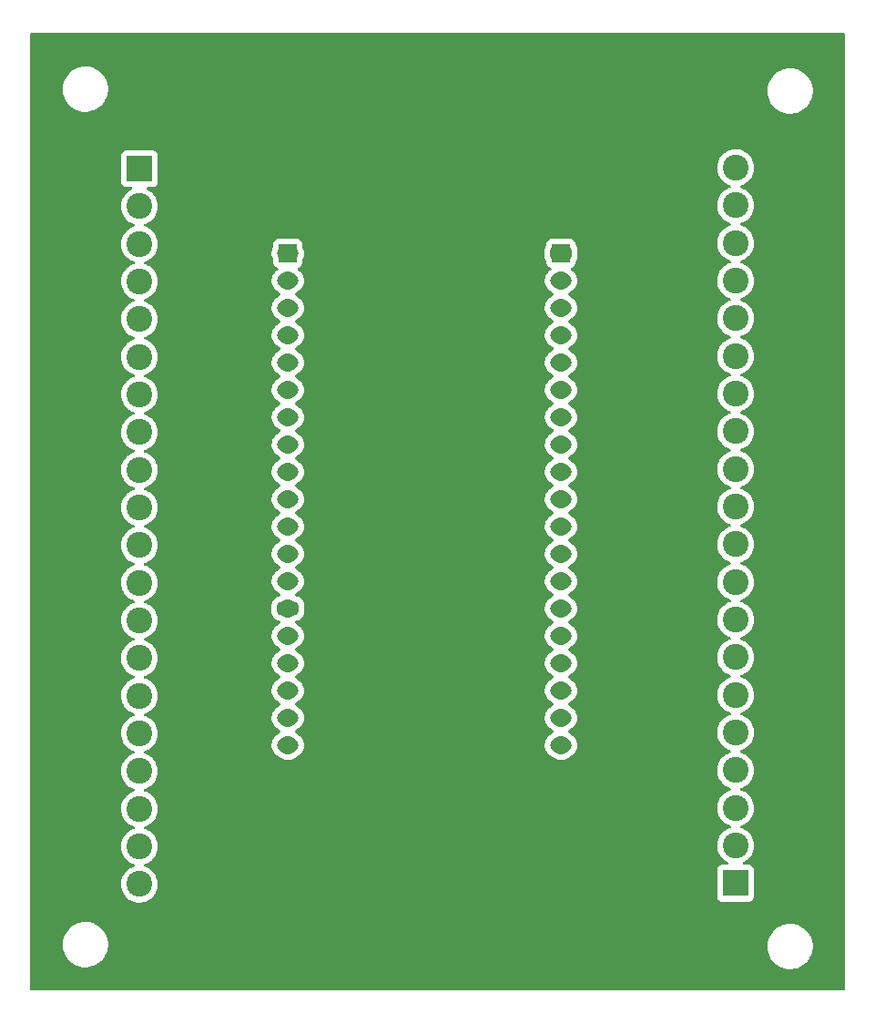
<source format=gbr>
%TF.GenerationSoftware,KiCad,Pcbnew,(6.0.4)*%
%TF.CreationDate,2022-05-05T20:07:30+02:00*%
%TF.ProjectId,ESP32_screwterminal,45535033-325f-4736-9372-65777465726d,-*%
%TF.SameCoordinates,Original*%
%TF.FileFunction,Copper,L1,Top*%
%TF.FilePolarity,Positive*%
%FSLAX46Y46*%
G04 Gerber Fmt 4.6, Leading zero omitted, Abs format (unit mm)*
G04 Created by KiCad (PCBNEW (6.0.4)) date 2022-05-05 20:07:30*
%MOMM*%
%LPD*%
G01*
G04 APERTURE LIST*
G04 Aperture macros list*
%AMRoundRect*
0 Rectangle with rounded corners*
0 $1 Rounding radius*
0 $2 $3 $4 $5 $6 $7 $8 $9 X,Y pos of 4 corners*
0 Add a 4 corners polygon primitive as box body*
4,1,4,$2,$3,$4,$5,$6,$7,$8,$9,$2,$3,0*
0 Add four circle primitives for the rounded corners*
1,1,$1+$1,$2,$3*
1,1,$1+$1,$4,$5*
1,1,$1+$1,$6,$7*
1,1,$1+$1,$8,$9*
0 Add four rect primitives between the rounded corners*
20,1,$1+$1,$2,$3,$4,$5,0*
20,1,$1+$1,$4,$5,$6,$7,0*
20,1,$1+$1,$6,$7,$8,$9,0*
20,1,$1+$1,$8,$9,$2,$3,0*%
G04 Aperture macros list end*
%TA.AperFunction,ComponentPad*%
%ADD10R,2.400000X2.400000*%
%TD*%
%TA.AperFunction,ComponentPad*%
%ADD11C,2.400000*%
%TD*%
%TA.AperFunction,ComponentPad*%
%ADD12R,1.700000X1.700000*%
%TD*%
%TA.AperFunction,ComponentPad*%
%ADD13O,1.700000X1.700000*%
%TD*%
%TA.AperFunction,ComponentPad*%
%ADD14O,2.000000X1.200000*%
%TD*%
%TA.AperFunction,ComponentPad*%
%ADD15RoundRect,0.300000X-0.700000X0.300000X-0.700000X-0.300000X0.700000X-0.300000X0.700000X0.300000X0*%
%TD*%
G04 APERTURE END LIST*
D10*
%TO.P,J4,1,Pin_1*%
%TO.N,Net-(J2-Pad1)*%
X110682000Y-53110000D03*
D11*
%TO.P,J4,2,Pin_2*%
%TO.N,Net-(J2-Pad2)*%
X110682000Y-56610000D03*
%TO.P,J4,3,Pin_3*%
%TO.N,Net-(J2-Pad3)*%
X110682000Y-60110000D03*
%TO.P,J4,4,Pin_4*%
%TO.N,Net-(J4-Pad4)*%
X110682000Y-63610000D03*
%TO.P,J4,5,Pin_5*%
%TO.N,Net-(J4-Pad5)*%
X110682000Y-67110000D03*
%TO.P,J4,6,Pin_6*%
%TO.N,Net-(J4-Pad6)*%
X110682000Y-70610000D03*
%TO.P,J4,7,Pin_7*%
%TO.N,Net-(J4-Pad7)*%
X110682000Y-74110000D03*
%TO.P,J4,8,Pin_8*%
%TO.N,Net-(J4-Pad8)*%
X110682000Y-77610000D03*
%TO.P,J4,9,Pin_9*%
%TO.N,Net-(J4-Pad9)*%
X110682000Y-81110000D03*
%TO.P,J4,10,Pin_10*%
%TO.N,Net-(J4-Pad10)*%
X110682000Y-84610000D03*
%TO.P,J4,11,Pin_11*%
%TO.N,Net-(J4-Pad11)*%
X110682000Y-88110000D03*
%TO.P,J4,12,Pin_12*%
%TO.N,Net-(J4-Pad12)*%
X110682000Y-91610000D03*
%TO.P,J4,13,Pin_13*%
%TO.N,Net-(J4-Pad13)*%
X110682000Y-95110000D03*
%TO.P,J4,14,Pin_14*%
%TO.N,Net-(J4-Pad14)*%
X110682000Y-98610000D03*
%TO.P,J4,15,Pin_15*%
%TO.N,Net-(J4-Pad15)*%
X110682000Y-102110000D03*
%TO.P,J4,16,Pin_16*%
%TO.N,Net-(J4-Pad16)*%
X110682000Y-105610000D03*
%TO.P,J4,17,Pin_17*%
%TO.N,Net-(J4-Pad17)*%
X110682000Y-109110000D03*
%TO.P,J4,18,Pin_18*%
%TO.N,Net-(J4-Pad18)*%
X110682000Y-112610000D03*
%TO.P,J4,19,Pin_19*%
%TO.N,Net-(J4-Pad19)*%
X110682000Y-116110000D03*
%TO.P,J4,20*%
%TO.N,N/C*%
X110682000Y-119610000D03*
%TD*%
D12*
%TO.P,J2,1,Pin_1*%
%TO.N,Net-(J2-Pad1)*%
X124485000Y-60970000D03*
D13*
%TO.P,J2,2,Pin_2*%
%TO.N,Net-(J2-Pad2)*%
X124485000Y-63510000D03*
%TO.P,J2,3,Pin_3*%
%TO.N,Net-(J2-Pad3)*%
X124485000Y-66050000D03*
%TO.P,J2,4,Pin_4*%
%TO.N,Net-(J4-Pad4)*%
X124485000Y-68590000D03*
%TO.P,J2,5,Pin_5*%
%TO.N,Net-(J4-Pad5)*%
X124485000Y-71130000D03*
%TO.P,J2,6,Pin_6*%
%TO.N,Net-(J4-Pad6)*%
X124485000Y-73670000D03*
%TO.P,J2,7,Pin_7*%
%TO.N,Net-(J4-Pad7)*%
X124485000Y-76210000D03*
%TO.P,J2,8,Pin_8*%
%TO.N,Net-(J4-Pad8)*%
X124485000Y-78750000D03*
%TO.P,J2,9,Pin_9*%
%TO.N,Net-(J4-Pad9)*%
X124485000Y-81290000D03*
%TO.P,J2,10,Pin_10*%
%TO.N,Net-(J4-Pad10)*%
X124485000Y-83830000D03*
%TO.P,J2,11,Pin_11*%
%TO.N,Net-(J4-Pad11)*%
X124485000Y-86370000D03*
%TO.P,J2,12,Pin_12*%
%TO.N,Net-(J4-Pad12)*%
X124485000Y-88910000D03*
%TO.P,J2,13,Pin_13*%
%TO.N,Net-(J4-Pad13)*%
X124485000Y-91450000D03*
%TO.P,J2,14,Pin_14*%
%TO.N,Net-(J4-Pad14)*%
X124485000Y-93990000D03*
%TO.P,J2,15,Pin_15*%
%TO.N,Net-(J4-Pad15)*%
X124485000Y-96530000D03*
%TO.P,J2,16,Pin_16*%
%TO.N,Net-(J4-Pad16)*%
X124485000Y-99070000D03*
%TO.P,J2,17,Pin_17*%
%TO.N,Net-(J4-Pad17)*%
X124485000Y-101610000D03*
%TO.P,J2,18,Pin_18*%
%TO.N,Net-(J4-Pad18)*%
X124485000Y-104150000D03*
%TO.P,J2,19,Pin_19*%
%TO.N,Net-(J4-Pad19)*%
X124485000Y-106690000D03*
%TD*%
D10*
%TO.P,J3,1,Pin_1*%
%TO.N,Net-(J1-Pad19)*%
X166116000Y-119522000D03*
D11*
%TO.P,J3,2,Pin_2*%
%TO.N,Net-(J1-Pad18)*%
X166116000Y-116022000D03*
%TO.P,J3,3,Pin_3*%
%TO.N,Net-(J1-Pad17)*%
X166116000Y-112522000D03*
%TO.P,J3,4,Pin_4*%
%TO.N,Net-(J1-Pad16)*%
X166116000Y-109022000D03*
%TO.P,J3,5,Pin_5*%
%TO.N,Net-(J1-Pad15)*%
X166116000Y-105522000D03*
%TO.P,J3,6,Pin_6*%
%TO.N,Net-(J1-Pad14)*%
X166116000Y-102022000D03*
%TO.P,J3,7,Pin_7*%
%TO.N,Net-(J1-Pad13)*%
X166116000Y-98522000D03*
%TO.P,J3,8,Pin_8*%
%TO.N,Net-(J1-Pad12)*%
X166116000Y-95022000D03*
%TO.P,J3,9,Pin_9*%
%TO.N,Net-(J1-Pad11)*%
X166116000Y-91522000D03*
%TO.P,J3,10,Pin_10*%
%TO.N,Net-(J1-Pad10)*%
X166116000Y-88022000D03*
%TO.P,J3,11,Pin_11*%
%TO.N,Net-(J1-Pad9)*%
X166116000Y-84522000D03*
%TO.P,J3,12,Pin_12*%
%TO.N,Net-(J1-Pad8)*%
X166116000Y-81022000D03*
%TO.P,J3,13,Pin_13*%
%TO.N,Net-(J1-Pad7)*%
X166116000Y-77522000D03*
%TO.P,J3,14,Pin_14*%
%TO.N,Net-(J1-Pad6)*%
X166116000Y-74022000D03*
%TO.P,J3,15,Pin_15*%
%TO.N,Net-(J1-Pad5)*%
X166116000Y-70522000D03*
%TO.P,J3,16,Pin_16*%
%TO.N,Net-(J1-Pad4)*%
X166116000Y-67022000D03*
%TO.P,J3,17,Pin_17*%
%TO.N,Net-(J1-Pad3)*%
X166116000Y-63522000D03*
%TO.P,J3,18,Pin_18*%
%TO.N,Net-(J1-Pad2)*%
X166116000Y-60022000D03*
%TO.P,J3,19,Pin_19*%
%TO.N,Net-(J1-Pad1)*%
X166116000Y-56522000D03*
%TO.P,J3,20*%
%TO.N,N/C*%
X166116000Y-53022000D03*
%TD*%
D14*
%TO.P,U1,1,3V3*%
%TO.N,unconnected-(U1-Pad1)*%
X124488680Y-60972720D03*
%TO.P,U1,2,CHIP_PU*%
%TO.N,unconnected-(U1-Pad2)*%
X124488680Y-63512720D03*
%TO.P,U1,3,SENSOR_VP/GPIO36/ADC1_CH0*%
%TO.N,unconnected-(U1-Pad3)*%
X124488680Y-66052720D03*
%TO.P,U1,4,SENSOR_VN/GPIO39/ADC1_CH3*%
%TO.N,unconnected-(U1-Pad4)*%
X124488680Y-68592720D03*
%TO.P,U1,5,VDET_1/GPIO34/ADC1_CH6*%
%TO.N,unconnected-(U1-Pad5)*%
X124488680Y-71132720D03*
%TO.P,U1,6,VDET_2/GPIO35/ADC1_CH7*%
%TO.N,unconnected-(U1-Pad6)*%
X124488680Y-73672720D03*
%TO.P,U1,7,32K_XP/GPIO32/ADC1_CH4*%
%TO.N,unconnected-(U1-Pad7)*%
X124488680Y-76212720D03*
%TO.P,U1,8,32K_XN/GPIO33/ADC1_CH5*%
%TO.N,unconnected-(U1-Pad8)*%
X124488680Y-78752720D03*
%TO.P,U1,9,DAC_1/ADC2_CH8/GPIO25*%
%TO.N,unconnected-(U1-Pad9)*%
X124488680Y-81292720D03*
%TO.P,U1,10,DAC_2/ADC2_CH9/GPIO26*%
%TO.N,unconnected-(U1-Pad10)*%
X124488680Y-83832720D03*
%TO.P,U1,11,ADC2_CH7/GPIO27*%
%TO.N,unconnected-(U1-Pad11)*%
X124488680Y-86372720D03*
%TO.P,U1,12,MTMS/GPIO14/ADC2_CH6*%
%TO.N,unconnected-(U1-Pad12)*%
X124488680Y-88912720D03*
%TO.P,U1,13,\u002AMTDI/GPIO12/ADC2_CH5*%
%TO.N,unconnected-(U1-Pad13)*%
X124488680Y-91452720D03*
D15*
%TO.P,U1,14,GND*%
%TO.N,unconnected-(U1-Pad14)*%
X124488680Y-93992720D03*
D14*
%TO.P,U1,15,MTCK/GPIO13/ADC2_CH4*%
%TO.N,unconnected-(U1-Pad15)*%
X124488680Y-96532720D03*
%TO.P,U1,16,SD_DATA2/GPIO9*%
%TO.N,unconnected-(U1-Pad16)*%
X124488680Y-99072720D03*
%TO.P,U1,17,SD_DATA3/GPIO10*%
%TO.N,unconnected-(U1-Pad17)*%
X124488680Y-101612720D03*
%TO.P,U1,18,CMD*%
%TO.N,unconnected-(U1-Pad18)*%
X124488680Y-104152720D03*
%TO.P,U1,19,5V*%
%TO.N,unconnected-(U1-Pad19)*%
X124488680Y-106692720D03*
%TO.P,U1,20,SD_CLK/GPIO6*%
%TO.N,unconnected-(U1-Pad20)*%
X149885000Y-106690000D03*
%TO.P,U1,21,SD_DATA0/GPIO7*%
%TO.N,unconnected-(U1-Pad21)*%
X149885000Y-104150000D03*
%TO.P,U1,22,SD_DATA1/GPIO8*%
%TO.N,unconnected-(U1-Pad22)*%
X149888680Y-101612720D03*
%TO.P,U1,23,\u002AMTDO/GPIO15/ADC2_CH3*%
%TO.N,unconnected-(U1-Pad23)*%
X149888680Y-99072720D03*
%TO.P,U1,24,ADC2_CH2/\u002AGPIO2*%
%TO.N,unconnected-(U1-Pad24)*%
X149888680Y-96532720D03*
%TO.P,U1,25,\u002AGPIO0/BOOT/ADC2_CH1*%
%TO.N,unconnected-(U1-Pad25)*%
X149888680Y-93992720D03*
%TO.P,U1,26,ADC2_CH0/GPIO4*%
%TO.N,unconnected-(U1-Pad26)*%
X149888680Y-91452720D03*
%TO.P,U1,27,GPIO16*%
%TO.N,unconnected-(U1-Pad27)*%
X149888680Y-88912720D03*
%TO.P,U1,28,GPIO17*%
%TO.N,unconnected-(U1-Pad28)*%
X149888680Y-86372720D03*
%TO.P,U1,29,\u002AGPIO5*%
%TO.N,unconnected-(U1-Pad29)*%
X149888680Y-83832720D03*
%TO.P,U1,30,GPIO18*%
%TO.N,unconnected-(U1-Pad30)*%
X149888680Y-81292720D03*
%TO.P,U1,31,GPIO19*%
%TO.N,unconnected-(U1-Pad31)*%
X149888680Y-78752720D03*
%TO.P,U1,32,GND*%
%TO.N,unconnected-(U1-Pad32)*%
X149888680Y-76212720D03*
%TO.P,U1,33,GPIO21*%
%TO.N,unconnected-(U1-Pad33)*%
X149888680Y-73672720D03*
%TO.P,U1,34,U0RXD/GPIO3*%
%TO.N,unconnected-(U1-Pad34)*%
X149888680Y-71132720D03*
%TO.P,U1,35,U0TXD/GPIO1*%
%TO.N,unconnected-(U1-Pad35)*%
X149888680Y-68592720D03*
%TO.P,U1,36,GPIO22*%
%TO.N,unconnected-(U1-Pad36)*%
X149888680Y-66052720D03*
%TO.P,U1,37,GPIO23*%
%TO.N,unconnected-(U1-Pad37)*%
X149888680Y-63512720D03*
D15*
%TO.P,U1,38,GND*%
%TO.N,unconnected-(U1-Pad38)*%
X149888680Y-60972720D03*
%TD*%
D12*
%TO.P,J1,1,Pin_1*%
%TO.N,Net-(J1-Pad1)*%
X149885000Y-60970000D03*
D13*
%TO.P,J1,2,Pin_2*%
%TO.N,Net-(J1-Pad2)*%
X149885000Y-63510000D03*
%TO.P,J1,3,Pin_3*%
%TO.N,Net-(J1-Pad3)*%
X149885000Y-66050000D03*
%TO.P,J1,4,Pin_4*%
%TO.N,Net-(J1-Pad4)*%
X149885000Y-68590000D03*
%TO.P,J1,5,Pin_5*%
%TO.N,Net-(J1-Pad5)*%
X149885000Y-71130000D03*
%TO.P,J1,6,Pin_6*%
%TO.N,Net-(J1-Pad6)*%
X149885000Y-73670000D03*
%TO.P,J1,7,Pin_7*%
%TO.N,Net-(J1-Pad7)*%
X149885000Y-76210000D03*
%TO.P,J1,8,Pin_8*%
%TO.N,Net-(J1-Pad8)*%
X149885000Y-78750000D03*
%TO.P,J1,9,Pin_9*%
%TO.N,Net-(J1-Pad9)*%
X149885000Y-81290000D03*
%TO.P,J1,10,Pin_10*%
%TO.N,Net-(J1-Pad10)*%
X149885000Y-83830000D03*
%TO.P,J1,11,Pin_11*%
%TO.N,Net-(J1-Pad11)*%
X149885000Y-86370000D03*
%TO.P,J1,12,Pin_12*%
%TO.N,Net-(J1-Pad12)*%
X149885000Y-88910000D03*
%TO.P,J1,13,Pin_13*%
%TO.N,Net-(J1-Pad13)*%
X149885000Y-91450000D03*
%TO.P,J1,14,Pin_14*%
%TO.N,Net-(J1-Pad14)*%
X149885000Y-93990000D03*
%TO.P,J1,15,Pin_15*%
%TO.N,Net-(J1-Pad15)*%
X149885000Y-96530000D03*
%TO.P,J1,16,Pin_16*%
%TO.N,Net-(J1-Pad16)*%
X149885000Y-99070000D03*
%TO.P,J1,17,Pin_17*%
%TO.N,Net-(J1-Pad17)*%
X149885000Y-101610000D03*
%TO.P,J1,18,Pin_18*%
%TO.N,Net-(J1-Pad18)*%
X149885000Y-104150000D03*
%TO.P,J1,19,Pin_19*%
%TO.N,Net-(J1-Pad19)*%
X149885000Y-106690000D03*
%TD*%
%TA.AperFunction,NonConductor*%
G36*
X176243621Y-40528502D02*
G01*
X176290114Y-40582158D01*
X176301500Y-40634500D01*
X176301500Y-129365500D01*
X176281498Y-129433621D01*
X176227842Y-129480114D01*
X176175500Y-129491500D01*
X100634500Y-129491500D01*
X100566379Y-129471498D01*
X100519886Y-129417842D01*
X100508500Y-129365500D01*
X100508500Y-125199869D01*
X103550689Y-125199869D01*
X103567238Y-125486883D01*
X103568063Y-125491088D01*
X103568064Y-125491096D01*
X103600010Y-125653921D01*
X103622586Y-125768995D01*
X103623973Y-125773045D01*
X103623974Y-125773050D01*
X103714321Y-126036930D01*
X103715710Y-126040986D01*
X103717637Y-126044817D01*
X103805310Y-126219135D01*
X103844885Y-126297822D01*
X103971578Y-126482162D01*
X104003538Y-126528663D01*
X104007721Y-126534750D01*
X104010608Y-126537923D01*
X104010609Y-126537924D01*
X104169688Y-126712750D01*
X104201206Y-126747388D01*
X104204501Y-126750143D01*
X104204502Y-126750144D01*
X104417389Y-126928144D01*
X104421759Y-126931798D01*
X104665298Y-127084571D01*
X104927318Y-127202877D01*
X104931437Y-127204097D01*
X105198857Y-127283311D01*
X105198862Y-127283312D01*
X105202970Y-127284529D01*
X105207204Y-127285177D01*
X105207209Y-127285178D01*
X105455811Y-127323219D01*
X105487153Y-127328015D01*
X105633485Y-127330314D01*
X105770317Y-127332464D01*
X105770323Y-127332464D01*
X105774608Y-127332531D01*
X105778860Y-127332016D01*
X105778868Y-127332016D01*
X106055756Y-127298508D01*
X106055761Y-127298507D01*
X106060017Y-127297992D01*
X106338097Y-127225039D01*
X106603704Y-127115021D01*
X106851922Y-126969974D01*
X107078159Y-126792582D01*
X107119285Y-126750144D01*
X107275244Y-126589206D01*
X107278227Y-126586128D01*
X107280760Y-126582680D01*
X107280764Y-126582675D01*
X107430054Y-126379440D01*
X107448425Y-126354431D01*
X107488958Y-126279779D01*
X107583554Y-126105555D01*
X107583555Y-126105553D01*
X107585604Y-126101779D01*
X107687225Y-125832848D01*
X107751407Y-125552613D01*
X107764806Y-125402484D01*
X107767003Y-125377869D01*
X169082689Y-125377869D01*
X169099238Y-125664883D01*
X169100063Y-125669088D01*
X169100064Y-125669096D01*
X169119664Y-125768995D01*
X169154586Y-125946995D01*
X169155973Y-125951045D01*
X169155974Y-125951050D01*
X169246321Y-126214930D01*
X169247710Y-126218986D01*
X169249637Y-126222817D01*
X169337310Y-126397135D01*
X169376885Y-126475822D01*
X169539721Y-126712750D01*
X169733206Y-126925388D01*
X169736501Y-126928143D01*
X169736502Y-126928144D01*
X169923588Y-127084571D01*
X169953759Y-127109798D01*
X170197298Y-127262571D01*
X170459318Y-127380877D01*
X170463437Y-127382097D01*
X170730857Y-127461311D01*
X170730862Y-127461312D01*
X170734970Y-127462529D01*
X170739204Y-127463177D01*
X170739209Y-127463178D01*
X170987811Y-127501219D01*
X171019153Y-127506015D01*
X171165485Y-127508314D01*
X171302317Y-127510464D01*
X171302323Y-127510464D01*
X171306608Y-127510531D01*
X171310860Y-127510016D01*
X171310868Y-127510016D01*
X171587756Y-127476508D01*
X171587761Y-127476507D01*
X171592017Y-127475992D01*
X171870097Y-127403039D01*
X172135704Y-127293021D01*
X172383922Y-127147974D01*
X172610159Y-126970582D01*
X172613316Y-126967325D01*
X172807244Y-126767206D01*
X172810227Y-126764128D01*
X172812760Y-126760680D01*
X172812764Y-126760675D01*
X172977887Y-126535886D01*
X172980425Y-126532431D01*
X173106878Y-126299534D01*
X173115554Y-126283555D01*
X173115555Y-126283553D01*
X173117604Y-126279779D01*
X173207837Y-126040986D01*
X173217707Y-126014866D01*
X173217708Y-126014862D01*
X173219225Y-126010848D01*
X173273688Y-125773050D01*
X173282449Y-125734797D01*
X173282450Y-125734793D01*
X173283407Y-125730613D01*
X173297675Y-125570748D01*
X173308743Y-125446726D01*
X173308743Y-125446724D01*
X173308963Y-125444260D01*
X173309427Y-125400000D01*
X173307479Y-125371428D01*
X173290165Y-125117452D01*
X173290164Y-125117446D01*
X173289873Y-125113175D01*
X173285336Y-125091264D01*
X173232443Y-124835855D01*
X173231574Y-124831658D01*
X173135607Y-124560657D01*
X173003750Y-124305188D01*
X172990488Y-124286317D01*
X172881325Y-124130995D01*
X172838441Y-124069977D01*
X172660356Y-123878335D01*
X172645661Y-123862521D01*
X172645658Y-123862519D01*
X172642740Y-123859378D01*
X172420268Y-123677287D01*
X172175142Y-123527073D01*
X172157048Y-123519130D01*
X171915830Y-123413243D01*
X171911898Y-123411517D01*
X171885963Y-123404129D01*
X171657055Y-123338923D01*
X171635406Y-123332756D01*
X171422704Y-123302485D01*
X171355036Y-123292854D01*
X171355034Y-123292854D01*
X171350784Y-123292249D01*
X171346495Y-123292227D01*
X171346488Y-123292226D01*
X171067583Y-123290765D01*
X171067576Y-123290765D01*
X171063297Y-123290743D01*
X171059053Y-123291302D01*
X171059049Y-123291302D01*
X170933660Y-123307810D01*
X170778266Y-123328268D01*
X170774126Y-123329401D01*
X170774124Y-123329401D01*
X170739318Y-123338923D01*
X170500964Y-123404129D01*
X170497016Y-123405813D01*
X170240476Y-123515237D01*
X170240472Y-123515239D01*
X170236524Y-123516923D01*
X170111960Y-123591473D01*
X169993521Y-123662357D01*
X169993517Y-123662360D01*
X169989839Y-123664561D01*
X169765472Y-123844313D01*
X169567577Y-124052851D01*
X169399814Y-124286317D01*
X169265288Y-124540392D01*
X169166489Y-124810373D01*
X169105245Y-125091264D01*
X169104909Y-125095534D01*
X169083196Y-125371428D01*
X169083195Y-125371428D01*
X169083196Y-125371430D01*
X169082689Y-125377869D01*
X107767003Y-125377869D01*
X107776743Y-125268726D01*
X107776743Y-125268724D01*
X107776963Y-125266260D01*
X107777427Y-125222000D01*
X107776210Y-125204154D01*
X107758165Y-124939452D01*
X107758164Y-124939446D01*
X107757873Y-124935175D01*
X107753336Y-124913264D01*
X107728724Y-124794417D01*
X107699574Y-124653658D01*
X107603607Y-124382657D01*
X107471750Y-124127188D01*
X107458488Y-124108317D01*
X107308904Y-123895482D01*
X107306441Y-123891977D01*
X107110740Y-123681378D01*
X106888268Y-123499287D01*
X106643142Y-123349073D01*
X106625048Y-123341130D01*
X106383830Y-123235243D01*
X106379898Y-123233517D01*
X106353963Y-123226129D01*
X106107534Y-123155932D01*
X106107535Y-123155932D01*
X106103406Y-123154756D01*
X105890704Y-123124485D01*
X105823036Y-123114854D01*
X105823034Y-123114854D01*
X105818784Y-123114249D01*
X105814495Y-123114227D01*
X105814488Y-123114226D01*
X105535583Y-123112765D01*
X105535576Y-123112765D01*
X105531297Y-123112743D01*
X105527053Y-123113302D01*
X105527049Y-123113302D01*
X105401660Y-123129810D01*
X105246266Y-123150268D01*
X105242126Y-123151401D01*
X105242124Y-123151401D01*
X105165311Y-123172415D01*
X104968964Y-123226129D01*
X104965016Y-123227813D01*
X104708476Y-123337237D01*
X104708472Y-123337239D01*
X104704524Y-123338923D01*
X104597464Y-123402997D01*
X104461521Y-123484357D01*
X104461517Y-123484360D01*
X104457839Y-123486561D01*
X104233472Y-123666313D01*
X104116372Y-123789711D01*
X104047278Y-123862521D01*
X104035577Y-123874851D01*
X103867814Y-124108317D01*
X103733288Y-124362392D01*
X103731813Y-124366423D01*
X103659255Y-124564698D01*
X103634489Y-124632373D01*
X103573245Y-124913264D01*
X103572909Y-124917534D01*
X103551196Y-125193428D01*
X103551195Y-125193428D01*
X103551196Y-125193430D01*
X103550689Y-125199869D01*
X100508500Y-125199869D01*
X100508500Y-119565151D01*
X108969296Y-119565151D01*
X108981480Y-119818798D01*
X109031021Y-120067857D01*
X109032600Y-120072255D01*
X109032602Y-120072262D01*
X109077022Y-120195980D01*
X109116831Y-120306858D01*
X109237025Y-120530551D01*
X109239820Y-120534294D01*
X109239822Y-120534297D01*
X109386171Y-120730282D01*
X109386176Y-120730288D01*
X109388963Y-120734020D01*
X109392272Y-120737300D01*
X109392277Y-120737306D01*
X109490859Y-120835031D01*
X109569307Y-120912797D01*
X109573069Y-120915555D01*
X109573072Y-120915558D01*
X109645556Y-120968705D01*
X109774094Y-121062953D01*
X109778229Y-121065129D01*
X109778233Y-121065131D01*
X109816494Y-121085261D01*
X109998827Y-121181191D01*
X110238568Y-121264912D01*
X110488050Y-121312278D01*
X110608532Y-121317011D01*
X110737125Y-121322064D01*
X110737130Y-121322064D01*
X110741793Y-121322247D01*
X110840774Y-121311407D01*
X110989569Y-121295112D01*
X110989575Y-121295111D01*
X110994222Y-121294602D01*
X111103680Y-121265784D01*
X111235273Y-121231138D01*
X111239793Y-121229948D01*
X111385777Y-121167229D01*
X111468807Y-121131557D01*
X111468810Y-121131555D01*
X111473110Y-121129708D01*
X111477090Y-121127245D01*
X111477094Y-121127243D01*
X111685064Y-120998547D01*
X111685066Y-120998545D01*
X111689047Y-120996082D01*
X111787428Y-120912797D01*
X111879289Y-120835031D01*
X111879291Y-120835029D01*
X111882862Y-120832006D01*
X112050295Y-120641084D01*
X112187669Y-120427512D01*
X112291967Y-120195980D01*
X112360896Y-119951575D01*
X112392943Y-119699667D01*
X112395291Y-119610000D01*
X112376472Y-119356759D01*
X112320428Y-119109082D01*
X112228391Y-118872409D01*
X112207866Y-118836498D01*
X112104702Y-118655997D01*
X112104700Y-118655995D01*
X112102383Y-118651940D01*
X111945171Y-118452517D01*
X111760209Y-118278523D01*
X111653195Y-118204285D01*
X111555393Y-118136437D01*
X111555390Y-118136435D01*
X111551561Y-118133779D01*
X111547384Y-118131719D01*
X111547377Y-118131715D01*
X111327996Y-118023528D01*
X111327992Y-118023527D01*
X111323810Y-118021464D01*
X111197901Y-117981160D01*
X111139121Y-117941342D01*
X111111199Y-117876067D01*
X111123000Y-117806058D01*
X111170778Y-117753543D01*
X111204234Y-117739310D01*
X111223464Y-117734247D01*
X111239793Y-117729948D01*
X111380333Y-117669568D01*
X111468807Y-117631557D01*
X111468810Y-117631555D01*
X111473110Y-117629708D01*
X111477090Y-117627245D01*
X111477094Y-117627243D01*
X111685064Y-117498547D01*
X111685066Y-117498545D01*
X111689047Y-117496082D01*
X111787428Y-117412797D01*
X111879289Y-117335031D01*
X111879291Y-117335029D01*
X111882862Y-117332006D01*
X112050295Y-117141084D01*
X112106899Y-117053084D01*
X112175586Y-116946297D01*
X112187669Y-116927512D01*
X112291967Y-116695980D01*
X112360896Y-116451575D01*
X112392943Y-116199667D01*
X112395291Y-116110000D01*
X112388986Y-116025160D01*
X112385419Y-115977151D01*
X164403296Y-115977151D01*
X164403520Y-115981817D01*
X164403520Y-115981822D01*
X164407523Y-116065151D01*
X164415480Y-116230798D01*
X164465021Y-116479857D01*
X164466600Y-116484255D01*
X164466602Y-116484262D01*
X164511022Y-116607980D01*
X164550831Y-116718858D01*
X164671025Y-116942551D01*
X164673820Y-116946294D01*
X164673822Y-116946297D01*
X164820171Y-117142282D01*
X164820176Y-117142288D01*
X164822963Y-117146020D01*
X164826272Y-117149300D01*
X164826277Y-117149306D01*
X164924859Y-117247031D01*
X165003307Y-117324797D01*
X165007069Y-117327555D01*
X165007072Y-117327558D01*
X165120255Y-117410547D01*
X165208094Y-117474953D01*
X165212229Y-117477129D01*
X165212233Y-117477131D01*
X165400137Y-117575992D01*
X165451109Y-117625411D01*
X165467272Y-117694544D01*
X165443493Y-117761440D01*
X165387322Y-117804860D01*
X165341469Y-117813500D01*
X164867866Y-117813500D01*
X164805684Y-117820255D01*
X164669295Y-117871385D01*
X164552739Y-117958739D01*
X164465385Y-118075295D01*
X164414255Y-118211684D01*
X164407500Y-118273866D01*
X164407500Y-120770134D01*
X164414255Y-120832316D01*
X164465385Y-120968705D01*
X164552739Y-121085261D01*
X164669295Y-121172615D01*
X164805684Y-121223745D01*
X164867866Y-121230500D01*
X167364134Y-121230500D01*
X167426316Y-121223745D01*
X167562705Y-121172615D01*
X167679261Y-121085261D01*
X167766615Y-120968705D01*
X167817745Y-120832316D01*
X167824500Y-120770134D01*
X167824500Y-118273866D01*
X167817745Y-118211684D01*
X167766615Y-118075295D01*
X167679261Y-117958739D01*
X167562705Y-117871385D01*
X167426316Y-117820255D01*
X167364134Y-117813500D01*
X166886964Y-117813500D01*
X166818843Y-117793498D01*
X166772350Y-117739842D01*
X166762246Y-117669568D01*
X166791740Y-117604988D01*
X166837225Y-117571733D01*
X166907110Y-117541708D01*
X166911090Y-117539245D01*
X166911094Y-117539243D01*
X167119064Y-117410547D01*
X167119066Y-117410545D01*
X167123047Y-117408082D01*
X167221428Y-117324797D01*
X167313289Y-117247031D01*
X167313291Y-117247029D01*
X167316862Y-117244006D01*
X167484295Y-117053084D01*
X167496380Y-117034297D01*
X167619141Y-116843442D01*
X167621669Y-116839512D01*
X167725967Y-116607980D01*
X167794896Y-116363575D01*
X167826943Y-116111667D01*
X167829291Y-116022000D01*
X167813722Y-115812490D01*
X167810818Y-115773411D01*
X167810817Y-115773407D01*
X167810472Y-115768759D01*
X167754428Y-115521082D01*
X167662391Y-115284409D01*
X167641866Y-115248498D01*
X167538702Y-115067997D01*
X167538700Y-115067995D01*
X167536383Y-115063940D01*
X167379171Y-114864517D01*
X167194209Y-114690523D01*
X167112413Y-114633779D01*
X166989393Y-114548437D01*
X166989390Y-114548435D01*
X166985561Y-114545779D01*
X166981384Y-114543719D01*
X166981377Y-114543715D01*
X166761996Y-114435528D01*
X166761992Y-114435527D01*
X166757810Y-114433464D01*
X166631901Y-114393160D01*
X166573121Y-114353342D01*
X166545199Y-114288067D01*
X166557000Y-114218058D01*
X166604778Y-114165543D01*
X166638234Y-114151310D01*
X166639929Y-114150864D01*
X166673793Y-114141948D01*
X166852591Y-114065131D01*
X166902807Y-114043557D01*
X166902810Y-114043555D01*
X166907110Y-114041708D01*
X166911090Y-114039245D01*
X166911094Y-114039243D01*
X167119064Y-113910547D01*
X167119066Y-113910545D01*
X167123047Y-113908082D01*
X167221428Y-113824797D01*
X167313289Y-113747031D01*
X167313291Y-113747029D01*
X167316862Y-113744006D01*
X167484295Y-113553084D01*
X167496380Y-113534297D01*
X167619141Y-113343442D01*
X167621669Y-113339512D01*
X167725967Y-113107980D01*
X167794896Y-112863575D01*
X167826943Y-112611667D01*
X167829291Y-112522000D01*
X167813722Y-112312490D01*
X167810818Y-112273411D01*
X167810817Y-112273407D01*
X167810472Y-112268759D01*
X167754428Y-112021082D01*
X167662391Y-111784409D01*
X167641866Y-111748498D01*
X167538702Y-111567997D01*
X167538700Y-111567995D01*
X167536383Y-111563940D01*
X167379171Y-111364517D01*
X167194209Y-111190523D01*
X167112413Y-111133779D01*
X166989393Y-111048437D01*
X166989390Y-111048435D01*
X166985561Y-111045779D01*
X166981384Y-111043719D01*
X166981377Y-111043715D01*
X166761996Y-110935528D01*
X166761992Y-110935527D01*
X166757810Y-110933464D01*
X166631901Y-110893160D01*
X166573121Y-110853342D01*
X166545199Y-110788067D01*
X166557000Y-110718058D01*
X166604778Y-110665543D01*
X166638234Y-110651310D01*
X166639929Y-110650864D01*
X166673793Y-110641948D01*
X166852591Y-110565131D01*
X166902807Y-110543557D01*
X166902810Y-110543555D01*
X166907110Y-110541708D01*
X166911090Y-110539245D01*
X166911094Y-110539243D01*
X167119064Y-110410547D01*
X167119066Y-110410545D01*
X167123047Y-110408082D01*
X167221428Y-110324797D01*
X167313289Y-110247031D01*
X167313291Y-110247029D01*
X167316862Y-110244006D01*
X167484295Y-110053084D01*
X167496380Y-110034297D01*
X167619141Y-109843442D01*
X167621669Y-109839512D01*
X167725967Y-109607980D01*
X167794896Y-109363575D01*
X167826943Y-109111667D01*
X167829291Y-109022000D01*
X167813722Y-108812490D01*
X167810818Y-108773411D01*
X167810817Y-108773407D01*
X167810472Y-108768759D01*
X167754428Y-108521082D01*
X167662391Y-108284409D01*
X167641866Y-108248498D01*
X167538702Y-108067997D01*
X167538700Y-108067995D01*
X167536383Y-108063940D01*
X167379171Y-107864517D01*
X167240614Y-107734176D01*
X167197610Y-107693722D01*
X167197608Y-107693720D01*
X167194209Y-107690523D01*
X167137404Y-107651116D01*
X166989393Y-107548437D01*
X166989390Y-107548435D01*
X166985561Y-107545779D01*
X166981384Y-107543719D01*
X166981377Y-107543715D01*
X166761996Y-107435528D01*
X166761992Y-107435527D01*
X166757810Y-107433464D01*
X166631901Y-107393160D01*
X166573121Y-107353342D01*
X166545199Y-107288067D01*
X166557000Y-107218058D01*
X166604778Y-107165543D01*
X166638234Y-107151310D01*
X166651269Y-107147878D01*
X166673793Y-107141948D01*
X166852591Y-107065131D01*
X166902807Y-107043557D01*
X166902810Y-107043555D01*
X166907110Y-107041708D01*
X166911090Y-107039245D01*
X166911094Y-107039243D01*
X167119064Y-106910547D01*
X167119066Y-106910545D01*
X167123047Y-106908082D01*
X167188438Y-106852725D01*
X167313289Y-106747031D01*
X167313291Y-106747029D01*
X167316862Y-106744006D01*
X167484295Y-106553084D01*
X167496380Y-106534297D01*
X167619141Y-106343442D01*
X167621669Y-106339512D01*
X167725967Y-106107980D01*
X167794896Y-105863575D01*
X167810047Y-105744478D01*
X167826545Y-105614798D01*
X167826545Y-105614792D01*
X167826943Y-105611667D01*
X167829291Y-105522000D01*
X167821111Y-105411921D01*
X167810818Y-105273411D01*
X167810817Y-105273407D01*
X167810472Y-105268759D01*
X167793596Y-105194176D01*
X167755459Y-105025639D01*
X167754428Y-105021082D01*
X167662391Y-104784409D01*
X167641866Y-104748498D01*
X167538702Y-104567997D01*
X167538700Y-104567995D01*
X167536383Y-104563940D01*
X167379171Y-104364517D01*
X167255510Y-104248189D01*
X167197610Y-104193722D01*
X167197608Y-104193720D01*
X167194209Y-104190523D01*
X167112413Y-104133779D01*
X166989393Y-104048437D01*
X166989390Y-104048435D01*
X166985561Y-104045779D01*
X166981384Y-104043719D01*
X166981377Y-104043715D01*
X166761996Y-103935528D01*
X166761992Y-103935527D01*
X166757810Y-103933464D01*
X166631901Y-103893160D01*
X166573121Y-103853342D01*
X166545199Y-103788067D01*
X166557000Y-103718058D01*
X166604778Y-103665543D01*
X166638234Y-103651310D01*
X166639929Y-103650864D01*
X166673793Y-103641948D01*
X166852591Y-103565131D01*
X166902807Y-103543557D01*
X166902810Y-103543555D01*
X166907110Y-103541708D01*
X166911090Y-103539245D01*
X166911094Y-103539243D01*
X167119064Y-103410547D01*
X167119066Y-103410545D01*
X167123047Y-103408082D01*
X167199212Y-103343604D01*
X167313289Y-103247031D01*
X167313291Y-103247029D01*
X167316862Y-103244006D01*
X167484295Y-103053084D01*
X167496380Y-103034297D01*
X167619141Y-102843442D01*
X167621669Y-102839512D01*
X167725967Y-102607980D01*
X167794896Y-102363575D01*
X167816150Y-102196510D01*
X167826545Y-102114798D01*
X167826545Y-102114792D01*
X167826943Y-102111667D01*
X167829291Y-102022000D01*
X167813722Y-101812490D01*
X167810818Y-101773411D01*
X167810817Y-101773407D01*
X167810472Y-101768759D01*
X167809312Y-101763629D01*
X167755459Y-101525639D01*
X167754428Y-101521082D01*
X167731379Y-101461811D01*
X167664084Y-101288762D01*
X167664083Y-101288760D01*
X167662391Y-101284409D01*
X167639709Y-101244724D01*
X167538702Y-101067997D01*
X167538700Y-101067995D01*
X167536383Y-101063940D01*
X167379171Y-100864517D01*
X167194209Y-100690523D01*
X167112413Y-100633779D01*
X166989393Y-100548437D01*
X166989390Y-100548435D01*
X166985561Y-100545779D01*
X166981384Y-100543719D01*
X166981377Y-100543715D01*
X166761996Y-100435528D01*
X166761992Y-100435527D01*
X166757810Y-100433464D01*
X166631901Y-100393160D01*
X166573121Y-100353342D01*
X166545199Y-100288067D01*
X166557000Y-100218058D01*
X166604778Y-100165543D01*
X166638234Y-100151310D01*
X166639929Y-100150864D01*
X166673793Y-100141948D01*
X166852591Y-100065131D01*
X166902807Y-100043557D01*
X166902810Y-100043555D01*
X166907110Y-100041708D01*
X166911090Y-100039245D01*
X166911094Y-100039243D01*
X167119064Y-99910547D01*
X167119066Y-99910545D01*
X167123047Y-99908082D01*
X167126624Y-99905054D01*
X167313289Y-99747031D01*
X167313291Y-99747029D01*
X167316862Y-99744006D01*
X167484295Y-99553084D01*
X167496380Y-99534297D01*
X167619141Y-99343442D01*
X167621669Y-99339512D01*
X167725967Y-99107980D01*
X167794896Y-98863575D01*
X167826943Y-98611667D01*
X167827145Y-98603978D01*
X167829208Y-98525160D01*
X167829291Y-98522000D01*
X167813722Y-98312490D01*
X167810818Y-98273411D01*
X167810817Y-98273407D01*
X167810472Y-98268759D01*
X167809083Y-98262618D01*
X167755459Y-98025639D01*
X167754428Y-98021082D01*
X167736138Y-97974050D01*
X167664084Y-97788762D01*
X167664083Y-97788760D01*
X167662391Y-97784409D01*
X167641866Y-97748498D01*
X167538702Y-97567997D01*
X167538700Y-97567995D01*
X167536383Y-97563940D01*
X167379171Y-97364517D01*
X167272821Y-97264473D01*
X167197610Y-97193722D01*
X167197608Y-97193720D01*
X167194209Y-97190523D01*
X167112413Y-97133779D01*
X166989393Y-97048437D01*
X166989390Y-97048435D01*
X166985561Y-97045779D01*
X166981384Y-97043719D01*
X166981377Y-97043715D01*
X166761996Y-96935528D01*
X166761992Y-96935527D01*
X166757810Y-96933464D01*
X166652972Y-96899905D01*
X166631901Y-96893160D01*
X166573121Y-96853342D01*
X166545199Y-96788067D01*
X166557000Y-96718058D01*
X166604778Y-96665543D01*
X166638234Y-96651310D01*
X166639929Y-96650864D01*
X166673793Y-96641948D01*
X166852591Y-96565131D01*
X166902807Y-96543557D01*
X166902810Y-96543555D01*
X166907110Y-96541708D01*
X166911090Y-96539245D01*
X166911094Y-96539243D01*
X167119064Y-96410547D01*
X167119066Y-96410545D01*
X167123047Y-96408082D01*
X167154080Y-96381811D01*
X167313289Y-96247031D01*
X167313291Y-96247029D01*
X167316862Y-96244006D01*
X167484295Y-96053084D01*
X167496380Y-96034297D01*
X167619141Y-95843442D01*
X167621669Y-95839512D01*
X167725967Y-95607980D01*
X167731055Y-95589941D01*
X167768809Y-95456073D01*
X167794896Y-95363575D01*
X167812382Y-95226126D01*
X167826545Y-95114798D01*
X167826545Y-95114792D01*
X167826943Y-95111667D01*
X167827162Y-95103327D01*
X167829208Y-95025160D01*
X167829291Y-95022000D01*
X167824311Y-94954988D01*
X167810818Y-94773411D01*
X167810817Y-94773407D01*
X167810472Y-94768759D01*
X167800860Y-94726277D01*
X167755459Y-94525639D01*
X167754428Y-94521082D01*
X167731243Y-94461462D01*
X167664084Y-94288762D01*
X167664083Y-94288760D01*
X167662391Y-94284409D01*
X167646411Y-94256449D01*
X167538702Y-94067997D01*
X167538700Y-94067995D01*
X167536383Y-94063940D01*
X167379171Y-93864517D01*
X167194209Y-93690523D01*
X167112413Y-93633779D01*
X166989393Y-93548437D01*
X166989390Y-93548435D01*
X166985561Y-93545779D01*
X166981384Y-93543719D01*
X166981377Y-93543715D01*
X166761996Y-93435528D01*
X166761992Y-93435527D01*
X166757810Y-93433464D01*
X166631901Y-93393160D01*
X166573121Y-93353342D01*
X166545199Y-93288067D01*
X166557000Y-93218058D01*
X166604778Y-93165543D01*
X166638234Y-93151310D01*
X166639929Y-93150864D01*
X166673793Y-93141948D01*
X166852591Y-93065131D01*
X166902807Y-93043557D01*
X166902810Y-93043555D01*
X166907110Y-93041708D01*
X166911090Y-93039245D01*
X166911094Y-93039243D01*
X167119064Y-92910547D01*
X167119066Y-92910545D01*
X167123047Y-92908082D01*
X167143636Y-92890652D01*
X167313289Y-92747031D01*
X167313291Y-92747029D01*
X167316862Y-92744006D01*
X167484295Y-92553084D01*
X167496380Y-92534297D01*
X167619141Y-92343442D01*
X167621669Y-92339512D01*
X167725967Y-92107980D01*
X167794896Y-91863575D01*
X167816150Y-91696510D01*
X167826545Y-91614798D01*
X167826545Y-91614792D01*
X167826943Y-91611667D01*
X167827154Y-91603629D01*
X167829208Y-91525160D01*
X167829291Y-91522000D01*
X167813722Y-91312490D01*
X167810818Y-91273411D01*
X167810817Y-91273407D01*
X167810472Y-91268759D01*
X167754428Y-91021082D01*
X167708543Y-90903088D01*
X167664084Y-90788762D01*
X167664083Y-90788760D01*
X167662391Y-90784409D01*
X167641866Y-90748498D01*
X167538702Y-90567997D01*
X167538700Y-90567995D01*
X167536383Y-90563940D01*
X167379171Y-90364517D01*
X167194209Y-90190523D01*
X167112413Y-90133779D01*
X166989393Y-90048437D01*
X166989390Y-90048435D01*
X166985561Y-90045779D01*
X166981384Y-90043719D01*
X166981377Y-90043715D01*
X166761996Y-89935528D01*
X166761992Y-89935527D01*
X166757810Y-89933464D01*
X166631901Y-89893160D01*
X166573121Y-89853342D01*
X166545199Y-89788067D01*
X166557000Y-89718058D01*
X166604778Y-89665543D01*
X166638234Y-89651310D01*
X166664202Y-89644473D01*
X166673793Y-89641948D01*
X166855487Y-89563887D01*
X166902807Y-89543557D01*
X166902810Y-89543555D01*
X166907110Y-89541708D01*
X166911090Y-89539245D01*
X166911094Y-89539243D01*
X167119064Y-89410547D01*
X167119066Y-89410545D01*
X167123047Y-89408082D01*
X167221428Y-89324797D01*
X167313289Y-89247031D01*
X167313291Y-89247029D01*
X167316862Y-89244006D01*
X167484295Y-89053084D01*
X167496380Y-89034297D01*
X167619141Y-88843442D01*
X167621669Y-88839512D01*
X167725967Y-88607980D01*
X167794896Y-88363575D01*
X167816150Y-88196510D01*
X167826545Y-88114798D01*
X167826545Y-88114792D01*
X167826943Y-88111667D01*
X167829291Y-88022000D01*
X167813722Y-87812490D01*
X167810818Y-87773411D01*
X167810817Y-87773407D01*
X167810472Y-87768759D01*
X167808403Y-87759612D01*
X167755459Y-87525639D01*
X167754428Y-87521082D01*
X167680969Y-87332182D01*
X167664084Y-87288762D01*
X167664083Y-87288760D01*
X167662391Y-87284409D01*
X167640782Y-87246601D01*
X167538702Y-87067997D01*
X167538700Y-87067995D01*
X167536383Y-87063940D01*
X167379171Y-86864517D01*
X167194209Y-86690523D01*
X167112413Y-86633779D01*
X166989393Y-86548437D01*
X166989390Y-86548435D01*
X166985561Y-86545779D01*
X166981384Y-86543719D01*
X166981377Y-86543715D01*
X166761996Y-86435528D01*
X166761992Y-86435527D01*
X166757810Y-86433464D01*
X166631901Y-86393160D01*
X166573121Y-86353342D01*
X166545199Y-86288067D01*
X166557000Y-86218058D01*
X166604778Y-86165543D01*
X166638234Y-86151310D01*
X166639929Y-86150864D01*
X166673793Y-86141948D01*
X166852591Y-86065131D01*
X166902807Y-86043557D01*
X166902810Y-86043555D01*
X166907110Y-86041708D01*
X166911090Y-86039245D01*
X166911094Y-86039243D01*
X167119064Y-85910547D01*
X167119066Y-85910545D01*
X167123047Y-85908082D01*
X167221428Y-85824797D01*
X167313289Y-85747031D01*
X167313291Y-85747029D01*
X167316862Y-85744006D01*
X167484295Y-85553084D01*
X167496380Y-85534297D01*
X167619141Y-85343442D01*
X167621669Y-85339512D01*
X167725967Y-85107980D01*
X167794896Y-84863575D01*
X167826943Y-84611667D01*
X167829291Y-84522000D01*
X167819319Y-84387807D01*
X167810818Y-84273411D01*
X167810817Y-84273407D01*
X167810472Y-84268759D01*
X167795076Y-84200716D01*
X167755459Y-84025639D01*
X167754428Y-84021082D01*
X167752735Y-84016728D01*
X167664084Y-83788762D01*
X167664083Y-83788760D01*
X167662391Y-83784409D01*
X167641866Y-83748498D01*
X167538702Y-83567997D01*
X167538700Y-83567995D01*
X167536383Y-83563940D01*
X167379171Y-83364517D01*
X167194209Y-83190523D01*
X167112413Y-83133779D01*
X166989393Y-83048437D01*
X166989390Y-83048435D01*
X166985561Y-83045779D01*
X166981384Y-83043719D01*
X166981377Y-83043715D01*
X166761996Y-82935528D01*
X166761992Y-82935527D01*
X166757810Y-82933464D01*
X166631901Y-82893160D01*
X166573121Y-82853342D01*
X166545199Y-82788067D01*
X166557000Y-82718058D01*
X166604778Y-82665543D01*
X166638234Y-82651310D01*
X166639929Y-82650864D01*
X166673793Y-82641948D01*
X166802532Y-82586638D01*
X166902807Y-82543557D01*
X166902810Y-82543555D01*
X166907110Y-82541708D01*
X166911090Y-82539245D01*
X166911094Y-82539243D01*
X167119064Y-82410547D01*
X167119066Y-82410545D01*
X167123047Y-82408082D01*
X167221428Y-82324797D01*
X167313289Y-82247031D01*
X167313291Y-82247029D01*
X167316862Y-82244006D01*
X167484295Y-82053084D01*
X167496380Y-82034297D01*
X167619141Y-81843442D01*
X167621669Y-81839512D01*
X167725967Y-81607980D01*
X167794896Y-81363575D01*
X167826943Y-81111667D01*
X167829291Y-81022000D01*
X167814962Y-80829174D01*
X167810818Y-80773411D01*
X167810817Y-80773407D01*
X167810472Y-80768759D01*
X167804664Y-80743088D01*
X167755459Y-80525639D01*
X167754428Y-80521082D01*
X167742675Y-80490858D01*
X167664084Y-80288762D01*
X167664083Y-80288760D01*
X167662391Y-80284409D01*
X167641866Y-80248498D01*
X167538702Y-80067997D01*
X167538700Y-80067995D01*
X167536383Y-80063940D01*
X167379171Y-79864517D01*
X167233241Y-79727240D01*
X167197610Y-79693722D01*
X167197608Y-79693720D01*
X167194209Y-79690523D01*
X167112413Y-79633779D01*
X166989393Y-79548437D01*
X166989390Y-79548435D01*
X166985561Y-79545779D01*
X166981384Y-79543719D01*
X166981377Y-79543715D01*
X166761996Y-79435528D01*
X166761992Y-79435527D01*
X166757810Y-79433464D01*
X166631901Y-79393160D01*
X166573121Y-79353342D01*
X166545199Y-79288067D01*
X166557000Y-79218058D01*
X166604778Y-79165543D01*
X166638234Y-79151310D01*
X166639929Y-79150864D01*
X166673793Y-79141948D01*
X166852591Y-79065131D01*
X166902807Y-79043557D01*
X166902810Y-79043555D01*
X166907110Y-79041708D01*
X166911090Y-79039245D01*
X166911094Y-79039243D01*
X167119064Y-78910547D01*
X167119066Y-78910545D01*
X167123047Y-78908082D01*
X167221428Y-78824797D01*
X167313289Y-78747031D01*
X167313291Y-78747029D01*
X167316862Y-78744006D01*
X167484295Y-78553084D01*
X167496380Y-78534297D01*
X167619141Y-78343442D01*
X167621669Y-78339512D01*
X167725967Y-78107980D01*
X167794896Y-77863575D01*
X167811204Y-77735386D01*
X167826545Y-77614798D01*
X167826545Y-77614792D01*
X167826943Y-77611667D01*
X167827464Y-77591797D01*
X167829208Y-77525160D01*
X167829291Y-77522000D01*
X167828149Y-77506638D01*
X167810818Y-77273411D01*
X167810817Y-77273407D01*
X167810472Y-77268759D01*
X167807173Y-77254176D01*
X167755459Y-77025639D01*
X167754428Y-77021082D01*
X167736138Y-76974050D01*
X167664084Y-76788762D01*
X167664083Y-76788760D01*
X167662391Y-76784409D01*
X167660073Y-76780353D01*
X167538702Y-76567997D01*
X167538700Y-76567995D01*
X167536383Y-76563940D01*
X167379171Y-76364517D01*
X167194209Y-76190523D01*
X167112413Y-76133779D01*
X166989393Y-76048437D01*
X166989390Y-76048435D01*
X166985561Y-76045779D01*
X166981384Y-76043719D01*
X166981377Y-76043715D01*
X166761996Y-75935528D01*
X166761992Y-75935527D01*
X166757810Y-75933464D01*
X166631901Y-75893160D01*
X166573121Y-75853342D01*
X166545199Y-75788067D01*
X166557000Y-75718058D01*
X166604778Y-75665543D01*
X166638234Y-75651310D01*
X166639929Y-75650864D01*
X166673793Y-75641948D01*
X166838295Y-75571273D01*
X166902807Y-75543557D01*
X166902810Y-75543555D01*
X166907110Y-75541708D01*
X166911090Y-75539245D01*
X166911094Y-75539243D01*
X167119064Y-75410547D01*
X167119066Y-75410545D01*
X167123047Y-75408082D01*
X167126624Y-75405054D01*
X167313289Y-75247031D01*
X167313291Y-75247029D01*
X167316862Y-75244006D01*
X167484295Y-75053084D01*
X167496380Y-75034297D01*
X167619141Y-74843442D01*
X167621669Y-74839512D01*
X167725967Y-74607980D01*
X167794896Y-74363575D01*
X167826943Y-74111667D01*
X167829291Y-74022000D01*
X167823354Y-73942113D01*
X167810818Y-73773411D01*
X167810817Y-73773407D01*
X167810472Y-73768759D01*
X167802394Y-73733056D01*
X167755459Y-73525639D01*
X167754428Y-73521082D01*
X167679413Y-73328181D01*
X167664084Y-73288762D01*
X167664083Y-73288760D01*
X167662391Y-73284409D01*
X167641866Y-73248498D01*
X167538702Y-73067997D01*
X167538700Y-73067995D01*
X167536383Y-73063940D01*
X167379171Y-72864517D01*
X167246132Y-72739367D01*
X167197610Y-72693722D01*
X167197608Y-72693720D01*
X167194209Y-72690523D01*
X167112413Y-72633779D01*
X166989393Y-72548437D01*
X166989390Y-72548435D01*
X166985561Y-72545779D01*
X166981384Y-72543719D01*
X166981377Y-72543715D01*
X166761996Y-72435528D01*
X166761992Y-72435527D01*
X166757810Y-72433464D01*
X166652972Y-72399905D01*
X166631901Y-72393160D01*
X166573121Y-72353342D01*
X166545199Y-72288067D01*
X166557000Y-72218058D01*
X166604778Y-72165543D01*
X166638234Y-72151310D01*
X166639929Y-72150864D01*
X166673793Y-72141948D01*
X166852591Y-72065131D01*
X166902807Y-72043557D01*
X166902810Y-72043555D01*
X166907110Y-72041708D01*
X166911090Y-72039245D01*
X166911094Y-72039243D01*
X167119064Y-71910547D01*
X167119066Y-71910545D01*
X167123047Y-71908082D01*
X167221428Y-71824797D01*
X167313289Y-71747031D01*
X167313291Y-71747029D01*
X167316862Y-71744006D01*
X167484295Y-71553084D01*
X167496380Y-71534297D01*
X167619141Y-71343442D01*
X167621669Y-71339512D01*
X167725967Y-71107980D01*
X167732640Y-71084321D01*
X167762101Y-70979857D01*
X167794896Y-70863575D01*
X167826943Y-70611667D01*
X167827692Y-70583088D01*
X167829208Y-70525160D01*
X167829291Y-70522000D01*
X167814750Y-70326324D01*
X167810818Y-70273411D01*
X167810817Y-70273407D01*
X167810472Y-70268759D01*
X167808228Y-70258839D01*
X167755459Y-70025639D01*
X167754428Y-70021082D01*
X167696612Y-69872409D01*
X167664084Y-69788762D01*
X167664083Y-69788760D01*
X167662391Y-69784409D01*
X167641866Y-69748498D01*
X167538702Y-69567997D01*
X167538700Y-69567995D01*
X167536383Y-69563940D01*
X167379171Y-69364517D01*
X167250937Y-69243887D01*
X167197610Y-69193722D01*
X167197608Y-69193720D01*
X167194209Y-69190523D01*
X167112413Y-69133779D01*
X166989393Y-69048437D01*
X166989390Y-69048435D01*
X166985561Y-69045779D01*
X166981384Y-69043719D01*
X166981377Y-69043715D01*
X166761996Y-68935528D01*
X166761992Y-68935527D01*
X166757810Y-68933464D01*
X166631901Y-68893160D01*
X166573121Y-68853342D01*
X166545199Y-68788067D01*
X166557000Y-68718058D01*
X166604778Y-68665543D01*
X166638234Y-68651310D01*
X166639929Y-68650864D01*
X166673793Y-68641948D01*
X166852591Y-68565131D01*
X166902807Y-68543557D01*
X166902810Y-68543555D01*
X166907110Y-68541708D01*
X166911090Y-68539245D01*
X166911094Y-68539243D01*
X167119064Y-68410547D01*
X167119066Y-68410545D01*
X167123047Y-68408082D01*
X167212912Y-68332006D01*
X167313289Y-68247031D01*
X167313291Y-68247029D01*
X167316862Y-68244006D01*
X167484295Y-68053084D01*
X167494234Y-68037633D01*
X167619141Y-67843442D01*
X167621669Y-67839512D01*
X167725967Y-67607980D01*
X167729100Y-67596873D01*
X167769928Y-67452104D01*
X167794896Y-67363575D01*
X167816150Y-67196510D01*
X167826545Y-67114798D01*
X167826545Y-67114792D01*
X167826943Y-67111667D01*
X167829291Y-67022000D01*
X167827100Y-66992521D01*
X167810818Y-66773411D01*
X167810817Y-66773407D01*
X167810472Y-66768759D01*
X167793594Y-66694167D01*
X167755459Y-66525639D01*
X167754428Y-66521082D01*
X167713274Y-66415254D01*
X167664084Y-66288762D01*
X167664083Y-66288760D01*
X167662391Y-66284409D01*
X167641866Y-66248498D01*
X167538702Y-66067997D01*
X167538700Y-66067995D01*
X167536383Y-66063940D01*
X167379171Y-65864517D01*
X167255510Y-65748189D01*
X167197610Y-65693722D01*
X167197608Y-65693720D01*
X167194209Y-65690523D01*
X167112413Y-65633779D01*
X166989393Y-65548437D01*
X166989390Y-65548435D01*
X166985561Y-65545779D01*
X166981384Y-65543719D01*
X166981377Y-65543715D01*
X166761996Y-65435528D01*
X166761992Y-65435527D01*
X166757810Y-65433464D01*
X166631901Y-65393160D01*
X166573121Y-65353342D01*
X166545199Y-65288067D01*
X166557000Y-65218058D01*
X166604778Y-65165543D01*
X166638234Y-65151310D01*
X166639929Y-65150864D01*
X166673793Y-65141948D01*
X166852591Y-65065131D01*
X166902807Y-65043557D01*
X166902810Y-65043555D01*
X166907110Y-65041708D01*
X166911090Y-65039245D01*
X166911094Y-65039243D01*
X167119064Y-64910547D01*
X167119066Y-64910545D01*
X167123047Y-64908082D01*
X167142284Y-64891797D01*
X167313289Y-64747031D01*
X167313291Y-64747029D01*
X167316862Y-64744006D01*
X167484295Y-64553084D01*
X167487870Y-64547527D01*
X167619141Y-64343442D01*
X167621669Y-64339512D01*
X167725967Y-64107980D01*
X167794896Y-63863575D01*
X167816150Y-63696510D01*
X167826545Y-63614798D01*
X167826545Y-63614792D01*
X167826943Y-63611667D01*
X167829291Y-63522000D01*
X167813722Y-63312490D01*
X167810818Y-63273411D01*
X167810817Y-63273407D01*
X167810472Y-63268759D01*
X167807343Y-63254928D01*
X167755459Y-63025639D01*
X167754428Y-63021082D01*
X167736138Y-62974050D01*
X167664084Y-62788762D01*
X167664083Y-62788760D01*
X167662391Y-62784409D01*
X167641866Y-62748498D01*
X167538702Y-62567997D01*
X167538700Y-62567995D01*
X167536383Y-62563940D01*
X167379171Y-62364517D01*
X167284930Y-62275864D01*
X167197610Y-62193722D01*
X167197608Y-62193720D01*
X167194209Y-62190523D01*
X167112413Y-62133779D01*
X166989393Y-62048437D01*
X166989390Y-62048435D01*
X166985561Y-62045779D01*
X166981384Y-62043719D01*
X166981377Y-62043715D01*
X166761996Y-61935528D01*
X166761992Y-61935527D01*
X166757810Y-61933464D01*
X166631901Y-61893160D01*
X166573121Y-61853342D01*
X166545199Y-61788067D01*
X166557000Y-61718058D01*
X166604778Y-61665543D01*
X166638234Y-61651310D01*
X166639929Y-61650864D01*
X166673793Y-61641948D01*
X166792353Y-61591011D01*
X166902807Y-61543557D01*
X166902810Y-61543555D01*
X166907110Y-61541708D01*
X166911090Y-61539245D01*
X166911094Y-61539243D01*
X167119064Y-61410547D01*
X167119066Y-61410545D01*
X167123047Y-61408082D01*
X167178070Y-61361502D01*
X167313289Y-61247031D01*
X167313291Y-61247029D01*
X167316862Y-61244006D01*
X167484295Y-61053084D01*
X167496380Y-61034297D01*
X167619141Y-60843442D01*
X167621669Y-60839512D01*
X167725967Y-60607980D01*
X167794896Y-60363575D01*
X167811204Y-60235386D01*
X167826545Y-60114798D01*
X167826545Y-60114792D01*
X167826943Y-60111667D01*
X167829291Y-60022000D01*
X167818865Y-59881703D01*
X167810818Y-59773411D01*
X167810817Y-59773407D01*
X167810472Y-59768759D01*
X167807753Y-59756739D01*
X167755459Y-59525639D01*
X167754428Y-59521082D01*
X167662391Y-59284409D01*
X167641866Y-59248498D01*
X167538702Y-59067997D01*
X167538700Y-59067995D01*
X167536383Y-59063940D01*
X167379171Y-58864517D01*
X167194209Y-58690523D01*
X167112413Y-58633779D01*
X166989393Y-58548437D01*
X166989390Y-58548435D01*
X166985561Y-58545779D01*
X166981384Y-58543719D01*
X166981377Y-58543715D01*
X166761996Y-58435528D01*
X166761992Y-58435527D01*
X166757810Y-58433464D01*
X166631901Y-58393160D01*
X166573121Y-58353342D01*
X166545199Y-58288067D01*
X166557000Y-58218058D01*
X166604778Y-58165543D01*
X166638234Y-58151310D01*
X166639929Y-58150864D01*
X166673793Y-58141948D01*
X166852591Y-58065131D01*
X166902807Y-58043557D01*
X166902810Y-58043555D01*
X166907110Y-58041708D01*
X166911090Y-58039245D01*
X166911094Y-58039243D01*
X167119064Y-57910547D01*
X167119066Y-57910545D01*
X167123047Y-57908082D01*
X167221428Y-57824797D01*
X167313289Y-57747031D01*
X167313291Y-57747029D01*
X167316862Y-57744006D01*
X167484295Y-57553084D01*
X167496380Y-57534297D01*
X167619141Y-57343442D01*
X167621669Y-57339512D01*
X167725967Y-57107980D01*
X167794896Y-56863575D01*
X167826943Y-56611667D01*
X167829291Y-56522000D01*
X167813722Y-56312490D01*
X167810818Y-56273411D01*
X167810817Y-56273407D01*
X167810472Y-56268759D01*
X167754428Y-56021082D01*
X167662391Y-55784409D01*
X167641866Y-55748498D01*
X167538702Y-55567997D01*
X167538700Y-55567995D01*
X167536383Y-55563940D01*
X167379171Y-55364517D01*
X167194209Y-55190523D01*
X167112413Y-55133779D01*
X166989393Y-55048437D01*
X166989390Y-55048435D01*
X166985561Y-55045779D01*
X166981384Y-55043719D01*
X166981377Y-55043715D01*
X166761996Y-54935528D01*
X166761992Y-54935527D01*
X166757810Y-54933464D01*
X166631901Y-54893160D01*
X166573121Y-54853342D01*
X166545199Y-54788067D01*
X166557000Y-54718058D01*
X166604778Y-54665543D01*
X166638234Y-54651310D01*
X166639929Y-54650864D01*
X166673793Y-54641948D01*
X166792353Y-54591011D01*
X166902807Y-54543557D01*
X166902810Y-54543555D01*
X166907110Y-54541708D01*
X166911090Y-54539245D01*
X166911094Y-54539243D01*
X167119064Y-54410547D01*
X167119066Y-54410545D01*
X167123047Y-54408082D01*
X167126624Y-54405054D01*
X167313289Y-54247031D01*
X167313291Y-54247029D01*
X167316862Y-54244006D01*
X167484295Y-54053084D01*
X167621669Y-53839512D01*
X167725967Y-53607980D01*
X167794896Y-53363575D01*
X167826943Y-53111667D01*
X167829291Y-53022000D01*
X167810472Y-52768759D01*
X167754428Y-52521082D01*
X167662391Y-52284409D01*
X167641866Y-52248498D01*
X167538702Y-52067997D01*
X167538700Y-52067995D01*
X167536383Y-52063940D01*
X167379171Y-51864517D01*
X167194209Y-51690523D01*
X166997295Y-51553919D01*
X166989393Y-51548437D01*
X166989390Y-51548435D01*
X166985561Y-51545779D01*
X166981384Y-51543719D01*
X166981377Y-51543715D01*
X166761996Y-51435528D01*
X166761992Y-51435527D01*
X166757810Y-51433464D01*
X166515960Y-51356047D01*
X166511355Y-51355297D01*
X166269935Y-51315980D01*
X166269934Y-51315980D01*
X166265323Y-51315229D01*
X166138365Y-51313567D01*
X166016083Y-51311966D01*
X166016080Y-51311966D01*
X166011406Y-51311905D01*
X165759787Y-51346149D01*
X165515993Y-51417208D01*
X165285380Y-51523522D01*
X165281471Y-51526085D01*
X165076928Y-51660189D01*
X165076923Y-51660193D01*
X165073015Y-51662755D01*
X164978289Y-51747301D01*
X164927889Y-51792285D01*
X164883562Y-51831848D01*
X164721183Y-52027087D01*
X164589447Y-52244182D01*
X164491246Y-52478365D01*
X164428738Y-52724490D01*
X164403296Y-52977151D01*
X164415480Y-53230798D01*
X164465021Y-53479857D01*
X164466600Y-53484255D01*
X164466602Y-53484262D01*
X164511022Y-53607980D01*
X164550831Y-53718858D01*
X164671025Y-53942551D01*
X164673820Y-53946294D01*
X164673822Y-53946297D01*
X164820171Y-54142282D01*
X164820176Y-54142288D01*
X164822963Y-54146020D01*
X164826272Y-54149300D01*
X164826277Y-54149306D01*
X164924859Y-54247031D01*
X165003307Y-54324797D01*
X165007069Y-54327555D01*
X165007072Y-54327558D01*
X165143669Y-54427715D01*
X165208094Y-54474953D01*
X165212229Y-54477129D01*
X165212233Y-54477131D01*
X165330289Y-54539243D01*
X165432827Y-54593191D01*
X165604781Y-54653240D01*
X165662497Y-54694581D01*
X165688701Y-54760565D01*
X165675072Y-54830241D01*
X165625936Y-54881487D01*
X165598497Y-54893160D01*
X165515993Y-54917208D01*
X165285380Y-55023522D01*
X165281471Y-55026085D01*
X165076928Y-55160189D01*
X165076923Y-55160193D01*
X165073015Y-55162755D01*
X164978288Y-55247302D01*
X164939724Y-55281722D01*
X164883562Y-55331848D01*
X164721183Y-55527087D01*
X164589447Y-55744182D01*
X164587638Y-55748496D01*
X164587637Y-55748498D01*
X164533852Y-55876762D01*
X164491246Y-55978365D01*
X164428738Y-56224490D01*
X164403296Y-56477151D01*
X164403520Y-56481817D01*
X164403520Y-56481822D01*
X164407523Y-56565151D01*
X164415480Y-56730798D01*
X164465021Y-56979857D01*
X164466600Y-56984255D01*
X164466602Y-56984262D01*
X164511022Y-57107980D01*
X164550831Y-57218858D01*
X164671025Y-57442551D01*
X164673820Y-57446294D01*
X164673822Y-57446297D01*
X164820171Y-57642282D01*
X164820176Y-57642288D01*
X164822963Y-57646020D01*
X164826272Y-57649300D01*
X164826277Y-57649306D01*
X164924859Y-57747031D01*
X165003307Y-57824797D01*
X165007069Y-57827555D01*
X165007072Y-57827558D01*
X165120255Y-57910547D01*
X165208094Y-57974953D01*
X165212229Y-57977129D01*
X165212233Y-57977131D01*
X165330289Y-58039243D01*
X165432827Y-58093191D01*
X165604781Y-58153240D01*
X165662497Y-58194581D01*
X165688701Y-58260565D01*
X165675072Y-58330241D01*
X165625936Y-58381487D01*
X165598497Y-58393160D01*
X165515993Y-58417208D01*
X165285380Y-58523522D01*
X165281471Y-58526085D01*
X165076928Y-58660189D01*
X165076923Y-58660193D01*
X165073015Y-58662755D01*
X164978289Y-58747301D01*
X164939724Y-58781722D01*
X164883562Y-58831848D01*
X164721183Y-59027087D01*
X164589447Y-59244182D01*
X164587638Y-59248496D01*
X164587637Y-59248498D01*
X164533852Y-59376762D01*
X164491246Y-59478365D01*
X164428738Y-59724490D01*
X164403296Y-59977151D01*
X164403520Y-59981817D01*
X164403520Y-59981822D01*
X164407523Y-60065151D01*
X164415480Y-60230798D01*
X164465021Y-60479857D01*
X164466600Y-60484255D01*
X164466602Y-60484262D01*
X164511022Y-60607980D01*
X164550831Y-60718858D01*
X164553048Y-60722984D01*
X164661230Y-60924321D01*
X164671025Y-60942551D01*
X164673820Y-60946294D01*
X164673822Y-60946297D01*
X164820171Y-61142282D01*
X164820176Y-61142288D01*
X164822963Y-61146020D01*
X164826272Y-61149300D01*
X164826277Y-61149306D01*
X164924859Y-61247031D01*
X165003307Y-61324797D01*
X165007069Y-61327555D01*
X165007072Y-61327558D01*
X165162418Y-61441462D01*
X165208094Y-61474953D01*
X165212229Y-61477129D01*
X165212233Y-61477131D01*
X165308553Y-61527807D01*
X165432827Y-61593191D01*
X165604781Y-61653240D01*
X165662497Y-61694581D01*
X165688701Y-61760565D01*
X165675072Y-61830241D01*
X165625936Y-61881487D01*
X165598497Y-61893160D01*
X165515993Y-61917208D01*
X165511740Y-61919168D01*
X165511739Y-61919169D01*
X165483818Y-61932041D01*
X165285380Y-62023522D01*
X165281471Y-62026085D01*
X165076928Y-62160189D01*
X165076923Y-62160193D01*
X165073015Y-62162755D01*
X164978288Y-62247302D01*
X164888574Y-62327375D01*
X164883562Y-62331848D01*
X164721183Y-62527087D01*
X164589447Y-62744182D01*
X164587638Y-62748496D01*
X164587637Y-62748498D01*
X164499940Y-62957633D01*
X164491246Y-62978365D01*
X164428738Y-63224490D01*
X164403296Y-63477151D01*
X164403520Y-63481817D01*
X164403520Y-63481822D01*
X164407329Y-63561119D01*
X164415480Y-63730798D01*
X164465021Y-63979857D01*
X164466600Y-63984255D01*
X164466602Y-63984262D01*
X164529468Y-64159357D01*
X164550831Y-64218858D01*
X164553048Y-64222984D01*
X164606693Y-64322822D01*
X164671025Y-64442551D01*
X164673820Y-64446294D01*
X164673822Y-64446297D01*
X164820171Y-64642282D01*
X164820176Y-64642288D01*
X164822963Y-64646020D01*
X164826272Y-64649300D01*
X164826277Y-64649306D01*
X164957254Y-64779144D01*
X165003307Y-64824797D01*
X165007069Y-64827555D01*
X165007072Y-64827558D01*
X165120255Y-64910547D01*
X165208094Y-64974953D01*
X165212229Y-64977129D01*
X165212233Y-64977131D01*
X165308026Y-65027530D01*
X165432827Y-65093191D01*
X165604781Y-65153240D01*
X165662497Y-65194581D01*
X165688701Y-65260565D01*
X165675072Y-65330241D01*
X165625936Y-65381487D01*
X165598497Y-65393160D01*
X165515993Y-65417208D01*
X165285380Y-65523522D01*
X165281471Y-65526085D01*
X165076928Y-65660189D01*
X165076923Y-65660193D01*
X165073015Y-65662755D01*
X165035746Y-65696019D01*
X164939724Y-65781722D01*
X164883562Y-65831848D01*
X164721183Y-66027087D01*
X164589447Y-66244182D01*
X164587638Y-66248496D01*
X164587637Y-66248498D01*
X164517711Y-66415254D01*
X164491246Y-66478365D01*
X164428738Y-66724490D01*
X164403296Y-66977151D01*
X164403520Y-66981817D01*
X164403520Y-66981822D01*
X164407523Y-67065151D01*
X164415480Y-67230798D01*
X164432055Y-67314126D01*
X164460634Y-67457800D01*
X164465021Y-67479857D01*
X164466600Y-67484255D01*
X164466602Y-67484262D01*
X164540998Y-67691470D01*
X164550831Y-67718858D01*
X164553048Y-67722984D01*
X164627189Y-67860967D01*
X164671025Y-67942551D01*
X164673820Y-67946294D01*
X164673822Y-67946297D01*
X164820171Y-68142282D01*
X164820176Y-68142288D01*
X164822963Y-68146020D01*
X164826272Y-68149300D01*
X164826277Y-68149306D01*
X164924859Y-68247031D01*
X165003307Y-68324797D01*
X165007069Y-68327555D01*
X165007072Y-68327558D01*
X165120255Y-68410547D01*
X165208094Y-68474953D01*
X165212229Y-68477129D01*
X165212233Y-68477131D01*
X165317252Y-68532384D01*
X165432827Y-68593191D01*
X165604781Y-68653240D01*
X165662497Y-68694581D01*
X165688701Y-68760565D01*
X165675072Y-68830241D01*
X165625936Y-68881487D01*
X165598497Y-68893160D01*
X165515993Y-68917208D01*
X165285380Y-69023522D01*
X165281471Y-69026085D01*
X165076928Y-69160189D01*
X165076923Y-69160193D01*
X165073015Y-69162755D01*
X164987190Y-69239357D01*
X164896466Y-69320331D01*
X164883562Y-69331848D01*
X164721183Y-69527087D01*
X164589447Y-69744182D01*
X164587638Y-69748496D01*
X164587637Y-69748498D01*
X164508731Y-69936669D01*
X164491246Y-69978365D01*
X164490095Y-69982897D01*
X164490094Y-69982900D01*
X164487123Y-69994598D01*
X164428738Y-70224490D01*
X164403296Y-70477151D01*
X164403520Y-70481817D01*
X164403520Y-70481822D01*
X164407523Y-70565151D01*
X164415480Y-70730798D01*
X164465021Y-70979857D01*
X164466600Y-70984255D01*
X164466602Y-70984262D01*
X164511022Y-71107980D01*
X164550831Y-71218858D01*
X164553048Y-71222984D01*
X164646254Y-71396449D01*
X164671025Y-71442551D01*
X164673820Y-71446294D01*
X164673822Y-71446297D01*
X164820171Y-71642282D01*
X164820176Y-71642288D01*
X164822963Y-71646020D01*
X164826272Y-71649300D01*
X164826277Y-71649306D01*
X164962038Y-71783887D01*
X165003307Y-71824797D01*
X165007069Y-71827555D01*
X165007072Y-71827558D01*
X165120255Y-71910547D01*
X165208094Y-71974953D01*
X165212229Y-71977129D01*
X165212233Y-71977131D01*
X165274424Y-72009851D01*
X165432827Y-72093191D01*
X165604781Y-72153240D01*
X165662497Y-72194581D01*
X165688701Y-72260565D01*
X165675072Y-72330241D01*
X165625936Y-72381487D01*
X165598497Y-72393160D01*
X165515993Y-72417208D01*
X165285380Y-72523522D01*
X165254581Y-72543715D01*
X165076928Y-72660189D01*
X165076923Y-72660193D01*
X165073015Y-72662755D01*
X164987178Y-72739367D01*
X164915903Y-72802983D01*
X164883562Y-72831848D01*
X164721183Y-73027087D01*
X164589447Y-73244182D01*
X164587638Y-73248496D01*
X164587637Y-73248498D01*
X164533852Y-73376762D01*
X164491246Y-73478365D01*
X164428738Y-73724490D01*
X164403296Y-73977151D01*
X164403520Y-73981817D01*
X164403520Y-73981822D01*
X164407523Y-74065151D01*
X164415480Y-74230798D01*
X164416393Y-74235386D01*
X164463972Y-74474582D01*
X164465021Y-74479857D01*
X164466600Y-74484255D01*
X164466602Y-74484262D01*
X164525676Y-74648796D01*
X164550831Y-74718858D01*
X164553048Y-74722984D01*
X164588650Y-74789242D01*
X164671025Y-74942551D01*
X164673820Y-74946294D01*
X164673822Y-74946297D01*
X164820171Y-75142282D01*
X164820176Y-75142288D01*
X164822963Y-75146020D01*
X164826272Y-75149300D01*
X164826277Y-75149306D01*
X164999990Y-75321509D01*
X165003307Y-75324797D01*
X165007069Y-75327555D01*
X165007072Y-75327558D01*
X165120255Y-75410547D01*
X165208094Y-75474953D01*
X165212229Y-75477129D01*
X165212233Y-75477131D01*
X165330289Y-75539243D01*
X165432827Y-75593191D01*
X165604781Y-75653240D01*
X165662497Y-75694581D01*
X165688701Y-75760565D01*
X165675072Y-75830241D01*
X165625936Y-75881487D01*
X165598497Y-75893160D01*
X165515993Y-75917208D01*
X165285380Y-76023522D01*
X165281471Y-76026085D01*
X165076928Y-76160189D01*
X165076923Y-76160193D01*
X165073015Y-76162755D01*
X164978289Y-76247301D01*
X164939724Y-76281722D01*
X164883562Y-76331848D01*
X164721183Y-76527087D01*
X164589447Y-76744182D01*
X164587638Y-76748496D01*
X164587637Y-76748498D01*
X164509244Y-76935445D01*
X164491246Y-76978365D01*
X164490095Y-76982897D01*
X164490094Y-76982900D01*
X164480397Y-77021082D01*
X164428738Y-77224490D01*
X164403296Y-77477151D01*
X164403520Y-77481817D01*
X164403520Y-77481822D01*
X164407523Y-77565151D01*
X164415480Y-77730798D01*
X164433897Y-77823386D01*
X164459253Y-77950858D01*
X164465021Y-77979857D01*
X164466600Y-77984255D01*
X164466602Y-77984262D01*
X164511022Y-78107980D01*
X164550831Y-78218858D01*
X164553048Y-78222984D01*
X164646023Y-78396019D01*
X164671025Y-78442551D01*
X164673820Y-78446294D01*
X164673822Y-78446297D01*
X164820171Y-78642282D01*
X164820176Y-78642288D01*
X164822963Y-78646020D01*
X164826272Y-78649300D01*
X164826277Y-78649306D01*
X164924859Y-78747031D01*
X165003307Y-78824797D01*
X165007069Y-78827555D01*
X165007072Y-78827558D01*
X165120255Y-78910547D01*
X165208094Y-78974953D01*
X165212229Y-78977129D01*
X165212233Y-78977131D01*
X165297730Y-79022113D01*
X165432827Y-79093191D01*
X165604781Y-79153240D01*
X165662497Y-79194581D01*
X165688701Y-79260565D01*
X165675072Y-79330241D01*
X165625936Y-79381487D01*
X165598498Y-79393160D01*
X165579685Y-79398644D01*
X165515993Y-79417208D01*
X165285380Y-79523522D01*
X165281471Y-79526085D01*
X165076928Y-79660189D01*
X165076923Y-79660193D01*
X165073015Y-79662755D01*
X165018831Y-79711116D01*
X164929135Y-79791173D01*
X164883562Y-79831848D01*
X164721183Y-80027087D01*
X164589447Y-80244182D01*
X164587638Y-80248496D01*
X164587637Y-80248498D01*
X164514470Y-80422983D01*
X164491246Y-80478365D01*
X164490095Y-80482897D01*
X164490094Y-80482900D01*
X164488073Y-80490858D01*
X164428738Y-80724490D01*
X164403296Y-80977151D01*
X164403520Y-80981817D01*
X164403520Y-80981822D01*
X164407523Y-81065151D01*
X164415480Y-81230798D01*
X164465021Y-81479857D01*
X164466600Y-81484255D01*
X164466602Y-81484262D01*
X164527995Y-81655254D01*
X164550831Y-81718858D01*
X164671025Y-81942551D01*
X164673820Y-81946294D01*
X164673822Y-81946297D01*
X164820171Y-82142282D01*
X164820176Y-82142288D01*
X164822963Y-82146020D01*
X164826272Y-82149300D01*
X164826277Y-82149306D01*
X164946815Y-82268796D01*
X165003307Y-82324797D01*
X165007069Y-82327555D01*
X165007072Y-82327558D01*
X165120255Y-82410547D01*
X165208094Y-82474953D01*
X165212229Y-82477129D01*
X165212233Y-82477131D01*
X165292456Y-82519338D01*
X165432827Y-82593191D01*
X165604781Y-82653240D01*
X165662497Y-82694581D01*
X165688701Y-82760565D01*
X165675072Y-82830241D01*
X165625936Y-82881487D01*
X165598497Y-82893160D01*
X165515993Y-82917208D01*
X165285380Y-83023522D01*
X165281471Y-83026085D01*
X165076928Y-83160189D01*
X165076923Y-83160193D01*
X165073015Y-83162755D01*
X164978288Y-83247302D01*
X164939724Y-83281722D01*
X164883562Y-83331848D01*
X164721183Y-83527087D01*
X164589447Y-83744182D01*
X164587638Y-83748496D01*
X164587637Y-83748498D01*
X164532025Y-83881119D01*
X164491246Y-83978365D01*
X164428738Y-84224490D01*
X164403296Y-84477151D01*
X164403520Y-84481817D01*
X164403520Y-84481822D01*
X164407523Y-84565151D01*
X164415480Y-84730798D01*
X164430685Y-84807240D01*
X164457755Y-84943327D01*
X164465021Y-84979857D01*
X164466600Y-84984255D01*
X164466602Y-84984262D01*
X164535684Y-85176669D01*
X164550831Y-85218858D01*
X164553048Y-85222984D01*
X164664107Y-85429675D01*
X164671025Y-85442551D01*
X164673820Y-85446294D01*
X164673822Y-85446297D01*
X164820171Y-85642282D01*
X164820176Y-85642288D01*
X164822963Y-85646020D01*
X164826272Y-85649300D01*
X164826277Y-85649306D01*
X164924859Y-85747031D01*
X165003307Y-85824797D01*
X165007069Y-85827555D01*
X165007072Y-85827558D01*
X165120255Y-85910547D01*
X165208094Y-85974953D01*
X165212229Y-85977129D01*
X165212233Y-85977131D01*
X165286147Y-86016019D01*
X165432827Y-86093191D01*
X165604781Y-86153240D01*
X165662497Y-86194581D01*
X165688701Y-86260565D01*
X165675072Y-86330241D01*
X165625936Y-86381487D01*
X165598497Y-86393160D01*
X165515993Y-86417208D01*
X165285380Y-86523522D01*
X165254581Y-86543715D01*
X165076928Y-86660189D01*
X165076923Y-86660193D01*
X165073015Y-86662755D01*
X164998322Y-86729421D01*
X164939724Y-86781722D01*
X164883562Y-86831848D01*
X164721183Y-87027087D01*
X164589447Y-87244182D01*
X164587638Y-87248496D01*
X164587637Y-87248498D01*
X164518163Y-87414176D01*
X164491246Y-87478365D01*
X164490095Y-87482897D01*
X164490094Y-87482900D01*
X164481503Y-87516728D01*
X164428738Y-87724490D01*
X164403296Y-87977151D01*
X164403520Y-87981817D01*
X164403520Y-87981822D01*
X164407523Y-88065151D01*
X164415480Y-88230798D01*
X164416393Y-88235386D01*
X164458918Y-88449174D01*
X164465021Y-88479857D01*
X164466600Y-88484255D01*
X164466602Y-88484262D01*
X164525746Y-88648991D01*
X164550831Y-88718858D01*
X164671025Y-88942551D01*
X164673820Y-88946294D01*
X164673822Y-88946297D01*
X164820171Y-89142282D01*
X164820176Y-89142288D01*
X164822963Y-89146020D01*
X164826272Y-89149300D01*
X164826277Y-89149306D01*
X164999990Y-89321509D01*
X165003307Y-89324797D01*
X165007069Y-89327555D01*
X165007072Y-89327558D01*
X165120255Y-89410547D01*
X165208094Y-89474953D01*
X165212229Y-89477129D01*
X165212233Y-89477131D01*
X165330289Y-89539243D01*
X165432827Y-89593191D01*
X165604781Y-89653240D01*
X165662497Y-89694581D01*
X165688701Y-89760565D01*
X165675072Y-89830241D01*
X165625936Y-89881487D01*
X165598497Y-89893160D01*
X165515993Y-89917208D01*
X165285380Y-90023522D01*
X165276656Y-90029242D01*
X165076928Y-90160189D01*
X165076923Y-90160193D01*
X165073015Y-90162755D01*
X165023848Y-90206638D01*
X164930419Y-90290027D01*
X164883562Y-90331848D01*
X164721183Y-90527087D01*
X164589447Y-90744182D01*
X164587638Y-90748496D01*
X164587637Y-90748498D01*
X164525100Y-90897633D01*
X164491246Y-90978365D01*
X164428738Y-91224490D01*
X164403296Y-91477151D01*
X164403520Y-91481817D01*
X164403520Y-91481822D01*
X164407523Y-91565151D01*
X164415480Y-91730798D01*
X164432984Y-91818798D01*
X164451245Y-91910598D01*
X164465021Y-91979857D01*
X164466600Y-91984255D01*
X164466602Y-91984262D01*
X164540998Y-92191470D01*
X164550831Y-92218858D01*
X164553048Y-92222984D01*
X164651402Y-92406030D01*
X164671025Y-92442551D01*
X164673820Y-92446294D01*
X164673822Y-92446297D01*
X164820171Y-92642282D01*
X164820176Y-92642288D01*
X164822963Y-92646020D01*
X164826272Y-92649300D01*
X164826277Y-92649306D01*
X164924859Y-92747031D01*
X165003307Y-92824797D01*
X165007069Y-92827555D01*
X165007072Y-92827558D01*
X165120255Y-92910547D01*
X165208094Y-92974953D01*
X165212229Y-92977129D01*
X165212233Y-92977131D01*
X165263767Y-93004244D01*
X165432827Y-93093191D01*
X165604781Y-93153240D01*
X165662497Y-93194581D01*
X165688701Y-93260565D01*
X165675072Y-93330241D01*
X165625936Y-93381487D01*
X165598497Y-93393160D01*
X165515993Y-93417208D01*
X165511740Y-93419168D01*
X165511739Y-93419169D01*
X165483818Y-93432041D01*
X165285380Y-93523522D01*
X165281471Y-93526085D01*
X165076928Y-93660189D01*
X165076923Y-93660193D01*
X165073015Y-93662755D01*
X165005150Y-93723327D01*
X164939724Y-93781722D01*
X164883562Y-93831848D01*
X164721183Y-94027087D01*
X164589447Y-94244182D01*
X164587638Y-94248496D01*
X164587637Y-94248498D01*
X164500513Y-94456266D01*
X164491246Y-94478365D01*
X164428738Y-94724490D01*
X164403296Y-94977151D01*
X164403520Y-94981817D01*
X164403520Y-94981822D01*
X164407523Y-95065151D01*
X164415480Y-95230798D01*
X164465021Y-95479857D01*
X164466600Y-95484255D01*
X164466602Y-95484262D01*
X164511022Y-95607980D01*
X164550831Y-95718858D01*
X164553048Y-95722984D01*
X164594950Y-95800967D01*
X164671025Y-95942551D01*
X164673820Y-95946294D01*
X164673822Y-95946297D01*
X164820171Y-96142282D01*
X164820176Y-96142288D01*
X164822963Y-96146020D01*
X164826272Y-96149300D01*
X164826277Y-96149306D01*
X164953001Y-96274928D01*
X165003307Y-96324797D01*
X165007069Y-96327555D01*
X165007072Y-96327558D01*
X165120255Y-96410547D01*
X165208094Y-96474953D01*
X165212229Y-96477129D01*
X165212233Y-96477131D01*
X165330289Y-96539243D01*
X165432827Y-96593191D01*
X165604781Y-96653240D01*
X165662497Y-96694581D01*
X165688701Y-96760565D01*
X165675072Y-96830241D01*
X165625936Y-96881487D01*
X165598497Y-96893160D01*
X165515993Y-96917208D01*
X165285380Y-97023522D01*
X165281471Y-97026085D01*
X165076928Y-97160189D01*
X165076923Y-97160193D01*
X165073015Y-97162755D01*
X164978289Y-97247301D01*
X164939724Y-97281722D01*
X164883562Y-97331848D01*
X164721183Y-97527087D01*
X164589447Y-97744182D01*
X164587638Y-97748496D01*
X164587637Y-97748498D01*
X164510645Y-97932104D01*
X164491246Y-97978365D01*
X164428738Y-98224490D01*
X164403296Y-98477151D01*
X164403520Y-98481817D01*
X164403520Y-98481822D01*
X164407523Y-98565151D01*
X164415480Y-98730798D01*
X164465021Y-98979857D01*
X164466600Y-98984255D01*
X164466602Y-98984262D01*
X164511022Y-99107980D01*
X164550831Y-99218858D01*
X164553048Y-99222984D01*
X164614015Y-99336449D01*
X164671025Y-99442551D01*
X164673820Y-99446294D01*
X164673822Y-99446297D01*
X164820171Y-99642282D01*
X164820176Y-99642288D01*
X164822963Y-99646020D01*
X164826272Y-99649300D01*
X164826277Y-99649306D01*
X164982805Y-99804473D01*
X165003307Y-99824797D01*
X165007069Y-99827555D01*
X165007072Y-99827558D01*
X165120255Y-99910547D01*
X165208094Y-99974953D01*
X165212229Y-99977129D01*
X165212233Y-99977131D01*
X165330289Y-100039243D01*
X165432827Y-100093191D01*
X165604781Y-100153240D01*
X165662497Y-100194581D01*
X165688701Y-100260565D01*
X165675072Y-100330241D01*
X165625936Y-100381487D01*
X165598497Y-100393160D01*
X165515993Y-100417208D01*
X165285380Y-100523522D01*
X165281471Y-100526085D01*
X165076928Y-100660189D01*
X165076923Y-100660193D01*
X165073015Y-100662755D01*
X164991408Y-100735592D01*
X164939724Y-100781722D01*
X164883562Y-100831848D01*
X164721183Y-101027087D01*
X164589447Y-101244182D01*
X164587638Y-101248496D01*
X164587637Y-101248498D01*
X164498188Y-101461811D01*
X164491246Y-101478365D01*
X164490095Y-101482897D01*
X164490094Y-101482900D01*
X164470939Y-101558324D01*
X164428738Y-101724490D01*
X164403296Y-101977151D01*
X164403520Y-101981817D01*
X164403520Y-101981822D01*
X164407523Y-102065151D01*
X164415480Y-102230798D01*
X164465021Y-102479857D01*
X164466600Y-102484255D01*
X164466602Y-102484262D01*
X164527608Y-102654176D01*
X164550831Y-102718858D01*
X164671025Y-102942551D01*
X164673820Y-102946294D01*
X164673822Y-102946297D01*
X164820171Y-103142282D01*
X164820176Y-103142288D01*
X164822963Y-103146020D01*
X164826272Y-103149300D01*
X164826277Y-103149306D01*
X164961126Y-103282983D01*
X165003307Y-103324797D01*
X165007069Y-103327555D01*
X165007072Y-103327558D01*
X165120255Y-103410547D01*
X165208094Y-103474953D01*
X165212229Y-103477129D01*
X165212233Y-103477131D01*
X165330289Y-103539243D01*
X165432827Y-103593191D01*
X165604781Y-103653240D01*
X165662497Y-103694581D01*
X165688701Y-103760565D01*
X165675072Y-103830241D01*
X165625936Y-103881487D01*
X165598498Y-103893160D01*
X165579685Y-103898644D01*
X165515993Y-103917208D01*
X165285380Y-104023522D01*
X165281471Y-104026085D01*
X165076928Y-104160189D01*
X165076923Y-104160193D01*
X165073015Y-104162755D01*
X164978289Y-104247301D01*
X164904988Y-104312725D01*
X164883562Y-104331848D01*
X164721183Y-104527087D01*
X164589447Y-104744182D01*
X164587638Y-104748496D01*
X164587637Y-104748498D01*
X164497764Y-104962822D01*
X164491246Y-104978365D01*
X164490095Y-104982897D01*
X164490094Y-104982900D01*
X164478860Y-105027134D01*
X164428738Y-105224490D01*
X164403296Y-105477151D01*
X164403520Y-105481817D01*
X164403520Y-105481822D01*
X164407523Y-105565151D01*
X164415480Y-105730798D01*
X164433276Y-105820264D01*
X164461264Y-105960967D01*
X164465021Y-105979857D01*
X164466600Y-105984255D01*
X164466602Y-105984262D01*
X164520692Y-106134913D01*
X164550831Y-106218858D01*
X164553048Y-106222984D01*
X164665468Y-106432208D01*
X164671025Y-106442551D01*
X164673820Y-106446294D01*
X164673822Y-106446297D01*
X164820171Y-106642282D01*
X164820176Y-106642288D01*
X164822963Y-106646020D01*
X164826272Y-106649300D01*
X164826277Y-106649306D01*
X164922201Y-106744396D01*
X165003307Y-106824797D01*
X165007069Y-106827555D01*
X165007072Y-106827558D01*
X165120255Y-106910547D01*
X165208094Y-106974953D01*
X165212229Y-106977129D01*
X165212233Y-106977131D01*
X165330289Y-107039243D01*
X165432827Y-107093191D01*
X165604781Y-107153240D01*
X165662497Y-107194581D01*
X165688701Y-107260565D01*
X165675072Y-107330241D01*
X165625936Y-107381487D01*
X165598497Y-107393160D01*
X165515993Y-107417208D01*
X165511740Y-107419168D01*
X165511739Y-107419169D01*
X165506134Y-107421753D01*
X165285380Y-107523522D01*
X165281471Y-107526085D01*
X165076928Y-107660189D01*
X165076923Y-107660193D01*
X165073015Y-107662755D01*
X165000447Y-107727524D01*
X164939724Y-107781722D01*
X164883562Y-107831848D01*
X164721183Y-108027087D01*
X164589447Y-108244182D01*
X164587638Y-108248496D01*
X164587637Y-108248498D01*
X164533852Y-108376762D01*
X164491246Y-108478365D01*
X164428738Y-108724490D01*
X164403296Y-108977151D01*
X164403520Y-108981817D01*
X164403520Y-108981822D01*
X164407523Y-109065151D01*
X164415480Y-109230798D01*
X164465021Y-109479857D01*
X164466600Y-109484255D01*
X164466602Y-109484262D01*
X164511022Y-109607980D01*
X164550831Y-109718858D01*
X164671025Y-109942551D01*
X164673820Y-109946294D01*
X164673822Y-109946297D01*
X164820171Y-110142282D01*
X164820176Y-110142288D01*
X164822963Y-110146020D01*
X164826272Y-110149300D01*
X164826277Y-110149306D01*
X164924859Y-110247031D01*
X165003307Y-110324797D01*
X165007069Y-110327555D01*
X165007072Y-110327558D01*
X165120255Y-110410547D01*
X165208094Y-110474953D01*
X165212229Y-110477129D01*
X165212233Y-110477131D01*
X165330289Y-110539243D01*
X165432827Y-110593191D01*
X165604781Y-110653240D01*
X165662497Y-110694581D01*
X165688701Y-110760565D01*
X165675072Y-110830241D01*
X165625936Y-110881487D01*
X165598497Y-110893160D01*
X165515993Y-110917208D01*
X165285380Y-111023522D01*
X165281471Y-111026085D01*
X165076928Y-111160189D01*
X165076923Y-111160193D01*
X165073015Y-111162755D01*
X164978288Y-111247302D01*
X164939724Y-111281722D01*
X164883562Y-111331848D01*
X164721183Y-111527087D01*
X164589447Y-111744182D01*
X164587638Y-111748496D01*
X164587637Y-111748498D01*
X164533852Y-111876762D01*
X164491246Y-111978365D01*
X164428738Y-112224490D01*
X164403296Y-112477151D01*
X164403520Y-112481817D01*
X164403520Y-112481822D01*
X164407523Y-112565151D01*
X164415480Y-112730798D01*
X164465021Y-112979857D01*
X164466600Y-112984255D01*
X164466602Y-112984262D01*
X164511022Y-113107980D01*
X164550831Y-113218858D01*
X164671025Y-113442551D01*
X164673820Y-113446294D01*
X164673822Y-113446297D01*
X164820171Y-113642282D01*
X164820176Y-113642288D01*
X164822963Y-113646020D01*
X164826272Y-113649300D01*
X164826277Y-113649306D01*
X164924859Y-113747031D01*
X165003307Y-113824797D01*
X165007069Y-113827555D01*
X165007072Y-113827558D01*
X165120255Y-113910547D01*
X165208094Y-113974953D01*
X165212229Y-113977129D01*
X165212233Y-113977131D01*
X165330289Y-114039243D01*
X165432827Y-114093191D01*
X165604781Y-114153240D01*
X165662497Y-114194581D01*
X165688701Y-114260565D01*
X165675072Y-114330241D01*
X165625936Y-114381487D01*
X165598497Y-114393160D01*
X165515993Y-114417208D01*
X165285380Y-114523522D01*
X165281471Y-114526085D01*
X165076928Y-114660189D01*
X165076923Y-114660193D01*
X165073015Y-114662755D01*
X164978289Y-114747301D01*
X164939724Y-114781722D01*
X164883562Y-114831848D01*
X164721183Y-115027087D01*
X164589447Y-115244182D01*
X164587638Y-115248496D01*
X164587637Y-115248498D01*
X164533852Y-115376762D01*
X164491246Y-115478365D01*
X164428738Y-115724490D01*
X164403296Y-115977151D01*
X112385419Y-115977151D01*
X112376818Y-115861411D01*
X112376817Y-115861407D01*
X112376472Y-115856759D01*
X112356560Y-115768759D01*
X112321459Y-115613639D01*
X112320428Y-115609082D01*
X112228391Y-115372409D01*
X112207866Y-115336498D01*
X112104702Y-115155997D01*
X112104700Y-115155995D01*
X112102383Y-115151940D01*
X111945171Y-114952517D01*
X111820721Y-114835447D01*
X111763610Y-114781722D01*
X111763608Y-114781720D01*
X111760209Y-114778523D01*
X111637969Y-114693722D01*
X111555393Y-114636437D01*
X111555390Y-114636435D01*
X111551561Y-114633779D01*
X111547384Y-114631719D01*
X111547377Y-114631715D01*
X111327996Y-114523528D01*
X111327992Y-114523527D01*
X111323810Y-114521464D01*
X111197901Y-114481160D01*
X111139121Y-114441342D01*
X111111199Y-114376067D01*
X111123000Y-114306058D01*
X111170778Y-114253543D01*
X111204234Y-114239310D01*
X111223464Y-114234247D01*
X111239793Y-114229948D01*
X111441851Y-114143138D01*
X111468807Y-114131557D01*
X111468810Y-114131555D01*
X111473110Y-114129708D01*
X111477090Y-114127245D01*
X111477094Y-114127243D01*
X111685064Y-113998547D01*
X111685066Y-113998545D01*
X111689047Y-113996082D01*
X111787428Y-113912797D01*
X111879289Y-113835031D01*
X111879291Y-113835029D01*
X111882862Y-113832006D01*
X112050295Y-113641084D01*
X112106899Y-113553084D01*
X112175586Y-113446297D01*
X112187669Y-113427512D01*
X112291967Y-113195980D01*
X112360896Y-112951575D01*
X112392943Y-112699667D01*
X112395291Y-112610000D01*
X112388986Y-112525160D01*
X112376818Y-112361411D01*
X112376817Y-112361407D01*
X112376472Y-112356759D01*
X112356560Y-112268759D01*
X112321459Y-112113639D01*
X112320428Y-112109082D01*
X112228391Y-111872409D01*
X112207866Y-111836498D01*
X112104702Y-111655997D01*
X112104700Y-111655995D01*
X112102383Y-111651940D01*
X111945171Y-111452517D01*
X111820721Y-111335447D01*
X111763610Y-111281722D01*
X111763608Y-111281720D01*
X111760209Y-111278523D01*
X111637969Y-111193722D01*
X111555393Y-111136437D01*
X111555390Y-111136435D01*
X111551561Y-111133779D01*
X111547384Y-111131719D01*
X111547377Y-111131715D01*
X111327996Y-111023528D01*
X111327992Y-111023527D01*
X111323810Y-111021464D01*
X111197901Y-110981160D01*
X111139121Y-110941342D01*
X111111199Y-110876067D01*
X111123000Y-110806058D01*
X111170778Y-110753543D01*
X111204234Y-110739310D01*
X111223464Y-110734247D01*
X111239793Y-110729948D01*
X111441851Y-110643138D01*
X111468807Y-110631557D01*
X111468810Y-110631555D01*
X111473110Y-110629708D01*
X111477090Y-110627245D01*
X111477094Y-110627243D01*
X111685064Y-110498547D01*
X111685066Y-110498545D01*
X111689047Y-110496082D01*
X111787428Y-110412797D01*
X111879289Y-110335031D01*
X111879291Y-110335029D01*
X111882862Y-110332006D01*
X112050295Y-110141084D01*
X112106899Y-110053084D01*
X112175586Y-109946297D01*
X112187669Y-109927512D01*
X112291967Y-109695980D01*
X112360896Y-109451575D01*
X112392943Y-109199667D01*
X112395291Y-109110000D01*
X112388986Y-109025160D01*
X112376818Y-108861411D01*
X112376817Y-108861407D01*
X112376472Y-108856759D01*
X112356560Y-108768759D01*
X112321459Y-108613639D01*
X112320428Y-108609082D01*
X112228391Y-108372409D01*
X112207866Y-108336498D01*
X112104702Y-108155997D01*
X112104700Y-108155995D01*
X112102383Y-108151940D01*
X111945171Y-107952517D01*
X111820721Y-107835447D01*
X111763610Y-107781722D01*
X111763608Y-107781720D01*
X111760209Y-107778523D01*
X111691954Y-107731173D01*
X111555393Y-107636437D01*
X111555390Y-107636435D01*
X111551561Y-107633779D01*
X111547384Y-107631719D01*
X111547377Y-107631715D01*
X111327996Y-107523528D01*
X111327992Y-107523527D01*
X111323810Y-107521464D01*
X111197901Y-107481160D01*
X111139121Y-107441342D01*
X111111199Y-107376067D01*
X111123000Y-107306058D01*
X111170778Y-107253543D01*
X111204234Y-107239310D01*
X111223464Y-107234247D01*
X111239793Y-107229948D01*
X111441851Y-107143138D01*
X111468807Y-107131557D01*
X111468810Y-107131555D01*
X111473110Y-107129708D01*
X111477090Y-107127245D01*
X111477094Y-107127243D01*
X111685064Y-106998547D01*
X111685066Y-106998545D01*
X111689047Y-106996082D01*
X111787428Y-106912797D01*
X111879289Y-106835031D01*
X111879291Y-106835029D01*
X111882862Y-106832006D01*
X112050295Y-106641084D01*
X112052070Y-106638324D01*
X122976467Y-106638324D01*
X122986247Y-106849619D01*
X122987651Y-106855444D01*
X122987651Y-106855445D01*
X123033744Y-107046701D01*
X123035805Y-107055254D01*
X123038287Y-107060712D01*
X123038288Y-107060716D01*
X123079479Y-107151310D01*
X123123354Y-107247807D01*
X123245734Y-107420331D01*
X123398530Y-107566601D01*
X123493257Y-107627766D01*
X123520142Y-107651116D01*
X123527861Y-107660027D01*
X123527868Y-107660034D01*
X123531250Y-107663938D01*
X123703126Y-107806632D01*
X123896000Y-107919338D01*
X124104692Y-107999030D01*
X124109760Y-108000061D01*
X124109763Y-108000062D01*
X124217017Y-108021883D01*
X124323597Y-108043567D01*
X124328772Y-108043757D01*
X124328774Y-108043757D01*
X124541673Y-108051564D01*
X124541677Y-108051564D01*
X124546837Y-108051753D01*
X124551957Y-108051097D01*
X124551959Y-108051097D01*
X124763288Y-108024025D01*
X124763289Y-108024025D01*
X124768416Y-108023368D01*
X124773366Y-108021883D01*
X124977429Y-107960661D01*
X124977434Y-107960659D01*
X124982384Y-107959174D01*
X125182994Y-107860896D01*
X125293993Y-107781722D01*
X125360651Y-107734176D01*
X125360657Y-107734171D01*
X125364860Y-107731173D01*
X125427460Y-107668792D01*
X125458698Y-107646033D01*
X125490260Y-107629778D01*
X125656600Y-107499116D01*
X125660532Y-107494585D01*
X125660535Y-107494582D01*
X125791301Y-107343887D01*
X125795232Y-107339357D01*
X125798232Y-107334171D01*
X125798235Y-107334167D01*
X125898147Y-107161462D01*
X125901153Y-107156266D01*
X125970541Y-106956449D01*
X125985186Y-106855445D01*
X126000032Y-106753056D01*
X126000032Y-106753053D01*
X126000893Y-106747116D01*
X125995732Y-106635604D01*
X148372787Y-106635604D01*
X148382567Y-106846899D01*
X148383971Y-106852724D01*
X148383971Y-106852725D01*
X148429962Y-107043557D01*
X148432125Y-107052534D01*
X148434607Y-107057992D01*
X148434608Y-107057996D01*
X148476712Y-107150598D01*
X148519674Y-107245087D01*
X148642054Y-107417611D01*
X148696245Y-107469487D01*
X148750541Y-107521464D01*
X148794850Y-107563881D01*
X148891169Y-107626074D01*
X148892581Y-107626986D01*
X148919469Y-107650338D01*
X148931250Y-107663938D01*
X149103126Y-107806632D01*
X149296000Y-107919338D01*
X149504692Y-107999030D01*
X149509760Y-108000061D01*
X149509763Y-108000062D01*
X149617017Y-108021883D01*
X149723597Y-108043567D01*
X149728772Y-108043757D01*
X149728774Y-108043757D01*
X149941673Y-108051564D01*
X149941677Y-108051564D01*
X149946837Y-108051753D01*
X149951957Y-108051097D01*
X149951959Y-108051097D01*
X150163288Y-108024025D01*
X150163289Y-108024025D01*
X150168416Y-108023368D01*
X150173366Y-108021883D01*
X150377429Y-107960661D01*
X150377434Y-107960659D01*
X150382384Y-107959174D01*
X150582994Y-107860896D01*
X150764860Y-107731173D01*
X150768519Y-107727527D01*
X150768523Y-107727524D01*
X150837041Y-107659244D01*
X150868289Y-107636479D01*
X150886580Y-107627058D01*
X151052920Y-107496396D01*
X151056852Y-107491865D01*
X151056855Y-107491862D01*
X151187621Y-107341167D01*
X151191552Y-107336637D01*
X151194552Y-107331451D01*
X151194555Y-107331447D01*
X151294467Y-107158742D01*
X151297473Y-107153546D01*
X151366861Y-106953729D01*
X151381506Y-106852725D01*
X151396352Y-106750336D01*
X151396352Y-106750333D01*
X151397213Y-106744396D01*
X151387433Y-106533101D01*
X151340778Y-106339512D01*
X151339281Y-106333299D01*
X151339280Y-106333297D01*
X151337875Y-106327466D01*
X151326501Y-106302449D01*
X151252806Y-106140368D01*
X151250326Y-106134913D01*
X151140337Y-105979857D01*
X151131412Y-105967275D01*
X151131411Y-105967274D01*
X151127946Y-105962389D01*
X150975150Y-105816119D01*
X150970118Y-105812870D01*
X150970108Y-105812862D01*
X150871365Y-105749104D01*
X150846520Y-105728053D01*
X150820690Y-105699667D01*
X150814670Y-105693051D01*
X150707623Y-105608510D01*
X150643414Y-105557800D01*
X150643410Y-105557798D01*
X150639359Y-105554598D01*
X150598053Y-105531796D01*
X150548084Y-105481364D01*
X150533312Y-105411921D01*
X150558428Y-105345516D01*
X150585780Y-105318909D01*
X150649566Y-105273411D01*
X150764860Y-105191173D01*
X150768519Y-105187527D01*
X150768523Y-105187524D01*
X150837041Y-105119244D01*
X150868289Y-105096479D01*
X150886580Y-105087058D01*
X151052920Y-104956396D01*
X151056852Y-104951865D01*
X151056855Y-104951862D01*
X151187621Y-104801167D01*
X151191552Y-104796637D01*
X151194552Y-104791451D01*
X151194555Y-104791447D01*
X151294467Y-104618742D01*
X151297473Y-104613546D01*
X151366861Y-104413729D01*
X151373465Y-104368185D01*
X151396352Y-104210336D01*
X151396352Y-104210333D01*
X151397213Y-104204396D01*
X151387433Y-103993101D01*
X151342356Y-103806058D01*
X151339281Y-103793299D01*
X151339280Y-103793297D01*
X151337875Y-103787466D01*
X151327621Y-103764912D01*
X151266146Y-103629708D01*
X151250326Y-103594913D01*
X151127946Y-103422389D01*
X150975150Y-103276119D01*
X150970118Y-103272870D01*
X150970108Y-103272862D01*
X150871365Y-103209104D01*
X150846520Y-103188053D01*
X150828719Y-103168491D01*
X150814670Y-103153051D01*
X150692539Y-103056597D01*
X150643414Y-103017800D01*
X150643410Y-103017798D01*
X150639359Y-103014598D01*
X150598053Y-102991796D01*
X150548084Y-102941364D01*
X150533312Y-102871921D01*
X150558428Y-102805516D01*
X150585780Y-102778909D01*
X150760651Y-102654176D01*
X150760657Y-102654171D01*
X150764860Y-102651173D01*
X150827460Y-102588792D01*
X150858698Y-102566033D01*
X150890260Y-102549778D01*
X151056600Y-102419116D01*
X151060532Y-102414585D01*
X151060535Y-102414582D01*
X151191301Y-102263887D01*
X151195232Y-102259357D01*
X151198232Y-102254171D01*
X151198235Y-102254167D01*
X151298147Y-102081462D01*
X151301153Y-102076266D01*
X151370541Y-101876449D01*
X151371402Y-101870512D01*
X151400032Y-101673056D01*
X151400032Y-101673053D01*
X151400893Y-101667116D01*
X151391113Y-101455821D01*
X151341555Y-101250186D01*
X151338826Y-101244182D01*
X151258718Y-101067997D01*
X151254006Y-101057633D01*
X151131626Y-100885109D01*
X150978830Y-100738839D01*
X150872117Y-100669934D01*
X150847282Y-100648890D01*
X150814670Y-100613051D01*
X150810619Y-100609852D01*
X150810615Y-100609848D01*
X150643414Y-100477800D01*
X150643410Y-100477798D01*
X150639359Y-100474598D01*
X150598053Y-100451796D01*
X150548084Y-100401364D01*
X150533312Y-100331921D01*
X150558428Y-100265516D01*
X150585780Y-100238909D01*
X150760651Y-100114176D01*
X150760657Y-100114171D01*
X150764860Y-100111173D01*
X150827460Y-100048792D01*
X150858698Y-100026033D01*
X150890260Y-100009778D01*
X151056600Y-99879116D01*
X151060532Y-99874585D01*
X151060535Y-99874582D01*
X151191301Y-99723887D01*
X151195232Y-99719357D01*
X151198232Y-99714171D01*
X151198235Y-99714167D01*
X151298147Y-99541462D01*
X151301153Y-99536266D01*
X151370541Y-99336449D01*
X151388230Y-99214449D01*
X151400032Y-99133056D01*
X151400032Y-99133053D01*
X151400893Y-99127116D01*
X151391113Y-98915821D01*
X151347628Y-98735386D01*
X151342961Y-98716019D01*
X151342960Y-98716017D01*
X151341555Y-98710186D01*
X151336773Y-98699667D01*
X151256486Y-98523088D01*
X151254006Y-98517633D01*
X151131626Y-98345109D01*
X151010491Y-98229148D01*
X150983159Y-98202983D01*
X150983158Y-98202983D01*
X150978830Y-98198839D01*
X150872117Y-98129934D01*
X150847282Y-98108890D01*
X150814670Y-98073051D01*
X150810619Y-98069852D01*
X150810615Y-98069848D01*
X150643414Y-97937800D01*
X150643410Y-97937798D01*
X150639359Y-97934598D01*
X150598053Y-97911796D01*
X150548084Y-97861364D01*
X150533312Y-97791921D01*
X150558428Y-97725516D01*
X150585780Y-97698909D01*
X150760651Y-97574176D01*
X150760657Y-97574171D01*
X150764860Y-97571173D01*
X150827460Y-97508792D01*
X150858698Y-97486033D01*
X150890260Y-97469778D01*
X151056600Y-97339116D01*
X151060532Y-97334585D01*
X151060535Y-97334582D01*
X151191301Y-97183887D01*
X151195232Y-97179357D01*
X151198232Y-97174171D01*
X151198235Y-97174167D01*
X151298147Y-97001462D01*
X151301153Y-96996266D01*
X151370541Y-96796449D01*
X151371402Y-96790512D01*
X151400032Y-96593056D01*
X151400032Y-96593053D01*
X151400893Y-96587116D01*
X151391113Y-96375821D01*
X151341555Y-96170186D01*
X151332062Y-96149306D01*
X151256486Y-95983088D01*
X151254006Y-95977633D01*
X151153007Y-95835251D01*
X151135092Y-95809995D01*
X151135091Y-95809994D01*
X151131626Y-95805109D01*
X150978830Y-95658839D01*
X150872117Y-95589934D01*
X150847282Y-95568890D01*
X150814670Y-95533051D01*
X150810619Y-95529852D01*
X150810615Y-95529848D01*
X150643414Y-95397800D01*
X150643410Y-95397798D01*
X150639359Y-95394598D01*
X150598053Y-95371796D01*
X150548084Y-95321364D01*
X150533312Y-95251921D01*
X150558428Y-95185516D01*
X150585780Y-95158909D01*
X150760651Y-95034176D01*
X150760657Y-95034171D01*
X150764860Y-95031173D01*
X150827460Y-94968792D01*
X150858698Y-94946033D01*
X150890260Y-94929778D01*
X151056600Y-94799116D01*
X151060532Y-94794585D01*
X151060535Y-94794582D01*
X151191301Y-94643887D01*
X151195232Y-94639357D01*
X151198232Y-94634171D01*
X151198235Y-94634167D01*
X151298147Y-94461462D01*
X151301153Y-94456266D01*
X151370541Y-94256449D01*
X151391559Y-94111492D01*
X151400032Y-94053056D01*
X151400032Y-94053053D01*
X151400893Y-94047116D01*
X151391113Y-93835821D01*
X151348786Y-93660189D01*
X151342961Y-93636019D01*
X151342960Y-93636017D01*
X151341555Y-93630186D01*
X151334235Y-93614085D01*
X151256486Y-93443088D01*
X151254006Y-93437633D01*
X151131626Y-93265109D01*
X151001042Y-93140102D01*
X150983159Y-93122983D01*
X150983158Y-93122983D01*
X150978830Y-93118839D01*
X150872117Y-93049934D01*
X150847282Y-93028890D01*
X150814670Y-92993051D01*
X150810619Y-92989852D01*
X150810615Y-92989848D01*
X150643414Y-92857800D01*
X150643410Y-92857798D01*
X150639359Y-92854598D01*
X150598053Y-92831796D01*
X150548084Y-92781364D01*
X150533312Y-92711921D01*
X150558428Y-92645516D01*
X150585780Y-92618909D01*
X150760651Y-92494176D01*
X150760657Y-92494171D01*
X150764860Y-92491173D01*
X150827460Y-92428792D01*
X150858698Y-92406033D01*
X150890260Y-92389778D01*
X151056600Y-92259116D01*
X151060532Y-92254585D01*
X151060535Y-92254582D01*
X151191301Y-92103887D01*
X151195232Y-92099357D01*
X151198232Y-92094171D01*
X151198235Y-92094167D01*
X151298147Y-91921462D01*
X151301153Y-91916266D01*
X151370541Y-91716449D01*
X151385734Y-91611667D01*
X151400032Y-91513056D01*
X151400032Y-91513053D01*
X151400893Y-91507116D01*
X151391113Y-91295821D01*
X151341555Y-91090186D01*
X151332787Y-91070900D01*
X151256486Y-90903088D01*
X151254006Y-90897633D01*
X151148217Y-90748498D01*
X151135092Y-90729995D01*
X151135091Y-90729994D01*
X151131626Y-90725109D01*
X150978830Y-90578839D01*
X150872117Y-90509934D01*
X150847282Y-90488890D01*
X150814670Y-90453051D01*
X150810619Y-90449852D01*
X150810615Y-90449848D01*
X150643414Y-90317800D01*
X150643410Y-90317798D01*
X150639359Y-90314598D01*
X150598053Y-90291796D01*
X150548084Y-90241364D01*
X150533312Y-90171921D01*
X150558428Y-90105516D01*
X150585780Y-90078909D01*
X150760651Y-89954176D01*
X150760657Y-89954171D01*
X150764860Y-89951173D01*
X150827460Y-89888792D01*
X150858698Y-89866033D01*
X150890260Y-89849778D01*
X151056600Y-89719116D01*
X151060532Y-89714585D01*
X151060535Y-89714582D01*
X151191301Y-89563887D01*
X151195232Y-89559357D01*
X151198232Y-89554171D01*
X151198235Y-89554167D01*
X151298147Y-89381462D01*
X151301153Y-89376266D01*
X151370541Y-89176449D01*
X151374953Y-89146020D01*
X151400032Y-88973056D01*
X151400032Y-88973053D01*
X151400893Y-88967116D01*
X151391113Y-88755821D01*
X151355483Y-88607980D01*
X151342961Y-88556019D01*
X151342960Y-88556017D01*
X151341555Y-88550186D01*
X151298205Y-88454842D01*
X151258753Y-88368073D01*
X151254006Y-88357633D01*
X151131626Y-88185109D01*
X150978830Y-88038839D01*
X150872117Y-87969934D01*
X150847282Y-87948890D01*
X150814670Y-87913051D01*
X150810619Y-87909852D01*
X150810615Y-87909848D01*
X150643414Y-87777800D01*
X150643410Y-87777798D01*
X150639359Y-87774598D01*
X150598053Y-87751796D01*
X150548084Y-87701364D01*
X150533312Y-87631921D01*
X150558428Y-87565516D01*
X150585780Y-87538909D01*
X150760651Y-87414176D01*
X150760657Y-87414171D01*
X150764860Y-87411173D01*
X150827460Y-87348792D01*
X150858698Y-87326033D01*
X150890260Y-87309778D01*
X151056600Y-87179116D01*
X151060532Y-87174585D01*
X151060535Y-87174582D01*
X151191301Y-87023887D01*
X151195232Y-87019357D01*
X151198232Y-87014171D01*
X151198235Y-87014167D01*
X151298147Y-86841462D01*
X151301153Y-86836266D01*
X151370541Y-86636449D01*
X151386915Y-86523522D01*
X151400032Y-86433056D01*
X151400032Y-86433053D01*
X151400893Y-86427116D01*
X151391113Y-86215821D01*
X151354272Y-86062953D01*
X151342961Y-86016019D01*
X151342960Y-86016017D01*
X151341555Y-86010186D01*
X151335143Y-85996082D01*
X151258941Y-85828488D01*
X151254006Y-85817633D01*
X151131626Y-85645109D01*
X150978830Y-85498839D01*
X150872117Y-85429934D01*
X150847282Y-85408890D01*
X150814670Y-85373051D01*
X150810619Y-85369852D01*
X150810615Y-85369848D01*
X150643414Y-85237800D01*
X150643410Y-85237798D01*
X150639359Y-85234598D01*
X150598053Y-85211796D01*
X150548084Y-85161364D01*
X150533312Y-85091921D01*
X150558428Y-85025516D01*
X150585780Y-84998909D01*
X150760651Y-84874176D01*
X150760657Y-84874171D01*
X150764860Y-84871173D01*
X150827460Y-84808792D01*
X150858698Y-84786033D01*
X150890260Y-84769778D01*
X151056600Y-84639116D01*
X151060532Y-84634585D01*
X151060535Y-84634582D01*
X151191301Y-84483887D01*
X151195232Y-84479357D01*
X151198232Y-84474171D01*
X151198235Y-84474167D01*
X151298147Y-84301462D01*
X151301153Y-84296266D01*
X151370541Y-84096449D01*
X151371402Y-84090512D01*
X151400032Y-83893056D01*
X151400032Y-83893053D01*
X151400893Y-83887116D01*
X151391113Y-83675821D01*
X151341555Y-83470186D01*
X151333522Y-83452517D01*
X151256486Y-83283088D01*
X151254006Y-83277633D01*
X151237152Y-83253872D01*
X151135092Y-83109995D01*
X151135091Y-83109994D01*
X151131626Y-83105109D01*
X150978830Y-82958839D01*
X150872117Y-82889934D01*
X150847282Y-82868890D01*
X150814670Y-82833051D01*
X150810619Y-82829852D01*
X150810615Y-82829848D01*
X150643414Y-82697800D01*
X150643410Y-82697798D01*
X150639359Y-82694598D01*
X150598053Y-82671796D01*
X150548084Y-82621364D01*
X150533312Y-82551921D01*
X150558428Y-82485516D01*
X150585780Y-82458909D01*
X150760651Y-82334176D01*
X150760657Y-82334171D01*
X150764860Y-82331173D01*
X150827460Y-82268792D01*
X150858698Y-82246033D01*
X150890260Y-82229778D01*
X151056600Y-82099116D01*
X151060532Y-82094585D01*
X151060535Y-82094582D01*
X151191301Y-81943887D01*
X151195232Y-81939357D01*
X151198232Y-81934171D01*
X151198235Y-81934167D01*
X151298147Y-81761462D01*
X151301153Y-81756266D01*
X151370541Y-81556449D01*
X151381008Y-81484262D01*
X151400032Y-81353056D01*
X151400032Y-81353053D01*
X151400893Y-81347116D01*
X151391113Y-81135821D01*
X151341555Y-80930186D01*
X151298205Y-80834842D01*
X151268158Y-80768759D01*
X151254006Y-80737633D01*
X151131626Y-80565109D01*
X150978830Y-80418839D01*
X150872117Y-80349934D01*
X150847282Y-80328890D01*
X150814670Y-80293051D01*
X150810619Y-80289852D01*
X150810615Y-80289848D01*
X150643414Y-80157800D01*
X150643410Y-80157798D01*
X150639359Y-80154598D01*
X150598053Y-80131796D01*
X150548084Y-80081364D01*
X150533312Y-80011921D01*
X150558428Y-79945516D01*
X150585780Y-79918909D01*
X150760651Y-79794176D01*
X150760657Y-79794171D01*
X150764860Y-79791173D01*
X150827460Y-79728792D01*
X150858698Y-79706033D01*
X150890260Y-79689778D01*
X151056600Y-79559116D01*
X151060532Y-79554585D01*
X151060535Y-79554582D01*
X151191301Y-79403887D01*
X151195232Y-79399357D01*
X151198232Y-79394171D01*
X151198235Y-79394167D01*
X151298147Y-79221462D01*
X151301153Y-79216266D01*
X151370541Y-79016449D01*
X151386899Y-78903629D01*
X151400032Y-78813056D01*
X151400032Y-78813053D01*
X151400893Y-78807116D01*
X151391113Y-78595821D01*
X151341555Y-78390186D01*
X151316578Y-78335251D01*
X151256486Y-78203088D01*
X151254006Y-78197633D01*
X151131626Y-78025109D01*
X150978830Y-77878839D01*
X150872117Y-77809934D01*
X150847282Y-77788890D01*
X150814670Y-77753051D01*
X150810619Y-77749852D01*
X150810615Y-77749848D01*
X150643414Y-77617800D01*
X150643410Y-77617798D01*
X150639359Y-77614598D01*
X150598053Y-77591796D01*
X150548084Y-77541364D01*
X150533312Y-77471921D01*
X150558428Y-77405516D01*
X150585780Y-77378909D01*
X150760651Y-77254176D01*
X150760657Y-77254171D01*
X150764860Y-77251173D01*
X150827460Y-77188792D01*
X150858698Y-77166033D01*
X150890260Y-77149778D01*
X151056600Y-77019116D01*
X151060532Y-77014585D01*
X151060535Y-77014582D01*
X151191301Y-76863887D01*
X151195232Y-76859357D01*
X151198232Y-76854171D01*
X151198235Y-76854167D01*
X151298147Y-76681462D01*
X151301153Y-76676266D01*
X151370541Y-76476449D01*
X151386239Y-76368185D01*
X151400032Y-76273056D01*
X151400032Y-76273053D01*
X151400893Y-76267116D01*
X151391113Y-76055821D01*
X151341555Y-75850186D01*
X151316283Y-75794602D01*
X151263726Y-75679011D01*
X151254006Y-75657633D01*
X151131626Y-75485109D01*
X150978830Y-75338839D01*
X150872117Y-75269934D01*
X150847282Y-75248890D01*
X150814670Y-75213051D01*
X150810619Y-75209852D01*
X150810615Y-75209848D01*
X150643414Y-75077800D01*
X150643410Y-75077798D01*
X150639359Y-75074598D01*
X150598053Y-75051796D01*
X150548084Y-75001364D01*
X150533312Y-74931921D01*
X150558428Y-74865516D01*
X150585780Y-74838909D01*
X150760651Y-74714176D01*
X150760657Y-74714171D01*
X150764860Y-74711173D01*
X150827460Y-74648792D01*
X150858698Y-74626033D01*
X150890260Y-74609778D01*
X151056600Y-74479116D01*
X151060532Y-74474585D01*
X151060535Y-74474582D01*
X151191301Y-74323887D01*
X151195232Y-74319357D01*
X151198232Y-74314171D01*
X151198235Y-74314167D01*
X151298147Y-74141462D01*
X151301153Y-74136266D01*
X151370541Y-73936449D01*
X151387839Y-73817148D01*
X151400032Y-73733056D01*
X151400032Y-73733053D01*
X151400893Y-73727116D01*
X151391113Y-73515821D01*
X151341555Y-73310186D01*
X151309726Y-73240181D01*
X151271449Y-73155997D01*
X151254006Y-73117633D01*
X151131626Y-72945109D01*
X150978830Y-72798839D01*
X150872117Y-72729934D01*
X150847282Y-72708890D01*
X150814670Y-72673051D01*
X150810619Y-72669852D01*
X150810615Y-72669848D01*
X150643414Y-72537800D01*
X150643410Y-72537798D01*
X150639359Y-72534598D01*
X150598053Y-72511796D01*
X150548084Y-72461364D01*
X150533312Y-72391921D01*
X150558428Y-72325516D01*
X150585780Y-72298909D01*
X150760651Y-72174176D01*
X150760657Y-72174171D01*
X150764860Y-72171173D01*
X150827460Y-72108792D01*
X150858698Y-72086033D01*
X150890260Y-72069778D01*
X151056600Y-71939116D01*
X151060532Y-71934585D01*
X151060535Y-71934582D01*
X151191301Y-71783887D01*
X151195232Y-71779357D01*
X151198232Y-71774171D01*
X151198235Y-71774167D01*
X151298147Y-71601462D01*
X151301153Y-71596266D01*
X151370541Y-71396449D01*
X151378797Y-71339512D01*
X151400032Y-71193056D01*
X151400032Y-71193053D01*
X151400893Y-71187116D01*
X151391113Y-70975821D01*
X151354376Y-70823386D01*
X151342961Y-70776019D01*
X151342960Y-70776017D01*
X151341555Y-70770186D01*
X151325733Y-70735386D01*
X151256486Y-70583088D01*
X151254006Y-70577633D01*
X151131626Y-70405109D01*
X150989193Y-70268759D01*
X150983159Y-70262983D01*
X150983158Y-70262983D01*
X150978830Y-70258839D01*
X150872117Y-70189934D01*
X150847282Y-70168890D01*
X150814670Y-70133051D01*
X150810619Y-70129852D01*
X150810615Y-70129848D01*
X150643414Y-69997800D01*
X150643410Y-69997798D01*
X150639359Y-69994598D01*
X150598053Y-69971796D01*
X150548084Y-69921364D01*
X150533312Y-69851921D01*
X150558428Y-69785516D01*
X150585780Y-69758909D01*
X150760651Y-69634176D01*
X150760657Y-69634171D01*
X150764860Y-69631173D01*
X150827460Y-69568792D01*
X150858698Y-69546033D01*
X150890260Y-69529778D01*
X151056600Y-69399116D01*
X151060532Y-69394585D01*
X151060535Y-69394582D01*
X151179126Y-69257918D01*
X151195232Y-69239357D01*
X151198232Y-69234171D01*
X151198235Y-69234167D01*
X151298147Y-69061462D01*
X151301153Y-69056266D01*
X151370541Y-68856449D01*
X151371684Y-68848565D01*
X151400032Y-68653056D01*
X151400032Y-68653053D01*
X151400893Y-68647116D01*
X151391113Y-68435821D01*
X151341555Y-68230186D01*
X151298205Y-68134842D01*
X151256486Y-68043088D01*
X151254006Y-68037633D01*
X151131626Y-67865109D01*
X150978830Y-67718839D01*
X150872117Y-67649934D01*
X150847282Y-67628890D01*
X150814670Y-67593051D01*
X150810619Y-67589852D01*
X150810615Y-67589848D01*
X150643414Y-67457800D01*
X150643410Y-67457798D01*
X150639359Y-67454598D01*
X150598053Y-67431796D01*
X150548084Y-67381364D01*
X150533312Y-67311921D01*
X150558428Y-67245516D01*
X150585780Y-67218909D01*
X150760651Y-67094176D01*
X150760657Y-67094171D01*
X150764860Y-67091173D01*
X150827460Y-67028792D01*
X150858698Y-67006033D01*
X150890260Y-66989778D01*
X151056600Y-66859116D01*
X151060532Y-66854585D01*
X151060535Y-66854582D01*
X151191301Y-66703887D01*
X151195232Y-66699357D01*
X151198232Y-66694171D01*
X151198235Y-66694167D01*
X151298147Y-66521462D01*
X151301153Y-66516266D01*
X151370541Y-66316449D01*
X151371402Y-66310512D01*
X151400032Y-66113056D01*
X151400032Y-66113053D01*
X151400893Y-66107116D01*
X151391113Y-65895821D01*
X151341555Y-65690186D01*
X151305789Y-65611522D01*
X151257450Y-65505208D01*
X151254006Y-65497633D01*
X151131626Y-65325109D01*
X150978830Y-65178839D01*
X150872117Y-65109934D01*
X150847282Y-65088890D01*
X150814670Y-65053051D01*
X150810619Y-65049852D01*
X150810615Y-65049848D01*
X150643414Y-64917800D01*
X150643410Y-64917798D01*
X150639359Y-64914598D01*
X150598053Y-64891796D01*
X150548084Y-64841364D01*
X150533312Y-64771921D01*
X150558428Y-64705516D01*
X150585780Y-64678909D01*
X150760651Y-64554176D01*
X150760657Y-64554171D01*
X150764860Y-64551173D01*
X150827460Y-64488792D01*
X150858698Y-64466033D01*
X150890260Y-64449778D01*
X151056600Y-64319116D01*
X151060532Y-64314585D01*
X151060535Y-64314582D01*
X151191301Y-64163887D01*
X151195232Y-64159357D01*
X151198232Y-64154171D01*
X151198235Y-64154167D01*
X151298147Y-63981462D01*
X151301153Y-63976266D01*
X151370541Y-63776449D01*
X151386899Y-63663629D01*
X151400032Y-63573056D01*
X151400032Y-63573053D01*
X151400893Y-63567116D01*
X151391113Y-63355821D01*
X151341555Y-63150186D01*
X151320887Y-63104728D01*
X151256486Y-62963088D01*
X151254006Y-62957633D01*
X151131626Y-62785109D01*
X150978830Y-62638839D01*
X150872117Y-62569934D01*
X150847282Y-62548891D01*
X150817796Y-62516487D01*
X150786745Y-62452642D01*
X150795139Y-62382144D01*
X150840316Y-62327375D01*
X150866760Y-62313706D01*
X150973297Y-62273767D01*
X150981705Y-62270615D01*
X151098261Y-62183261D01*
X151185615Y-62066705D01*
X151236745Y-61930316D01*
X151243500Y-61868134D01*
X151243500Y-61792561D01*
X151263502Y-61724440D01*
X151271021Y-61713962D01*
X151277156Y-61706277D01*
X151356101Y-61542972D01*
X151366357Y-61498547D01*
X151395704Y-61371434D01*
X151395704Y-61371431D01*
X151396904Y-61366235D01*
X151397180Y-61361448D01*
X151397180Y-60583992D01*
X151396904Y-60579205D01*
X151379537Y-60503978D01*
X151357685Y-60409329D01*
X151356101Y-60402468D01*
X151277156Y-60239163D01*
X151271028Y-60231487D01*
X151270352Y-60229832D01*
X151269007Y-60227697D01*
X151269382Y-60227461D01*
X151244161Y-60165772D01*
X151243500Y-60152879D01*
X151243500Y-60071866D01*
X151236745Y-60009684D01*
X151185615Y-59873295D01*
X151098261Y-59756739D01*
X150981705Y-59669385D01*
X150845316Y-59618255D01*
X150783134Y-59611500D01*
X148986866Y-59611500D01*
X148924684Y-59618255D01*
X148788295Y-59669385D01*
X148671739Y-59756739D01*
X148584385Y-59873295D01*
X148533255Y-60009684D01*
X148526500Y-60071866D01*
X148526500Y-60162512D01*
X148507120Y-60229655D01*
X148504601Y-60233655D01*
X148500204Y-60239163D01*
X148421259Y-60402468D01*
X148419675Y-60409329D01*
X148397824Y-60503978D01*
X148380456Y-60579205D01*
X148380180Y-60583992D01*
X148380180Y-61361448D01*
X148380456Y-61366235D01*
X148381656Y-61371431D01*
X148381656Y-61371434D01*
X148411003Y-61498547D01*
X148421259Y-61542972D01*
X148500204Y-61706277D01*
X148504601Y-61711785D01*
X148507120Y-61715785D01*
X148526500Y-61782928D01*
X148526500Y-61868134D01*
X148533255Y-61930316D01*
X148584385Y-62066705D01*
X148671739Y-62183261D01*
X148788295Y-62270615D01*
X148796704Y-62273767D01*
X148796705Y-62273768D01*
X148905451Y-62314535D01*
X148962216Y-62357176D01*
X148986916Y-62423738D01*
X148971709Y-62493087D01*
X148952315Y-62519569D01*
X148924571Y-62548601D01*
X148897122Y-62569117D01*
X148897480Y-62569675D01*
X148892432Y-62572916D01*
X148887100Y-62575662D01*
X148720760Y-62706324D01*
X148716828Y-62710855D01*
X148716825Y-62710858D01*
X148649224Y-62788762D01*
X148582128Y-62866083D01*
X148579128Y-62871269D01*
X148579125Y-62871273D01*
X148492459Y-63021082D01*
X148476207Y-63049174D01*
X148406819Y-63248991D01*
X148405958Y-63254926D01*
X148405958Y-63254928D01*
X148391854Y-63352205D01*
X148376467Y-63458324D01*
X148386247Y-63669619D01*
X148387651Y-63675444D01*
X148387651Y-63675445D01*
X148393489Y-63699667D01*
X148435805Y-63875254D01*
X148438287Y-63880712D01*
X148438288Y-63880716D01*
X148481279Y-63975269D01*
X148523354Y-64067807D01*
X148645734Y-64240331D01*
X148798530Y-64386601D01*
X148890982Y-64446297D01*
X148893257Y-64447766D01*
X148920142Y-64471116D01*
X148927861Y-64480027D01*
X148927868Y-64480034D01*
X148931250Y-64483938D01*
X149103126Y-64626632D01*
X149121136Y-64637156D01*
X149176445Y-64669476D01*
X149225169Y-64721114D01*
X149238240Y-64790897D01*
X149211509Y-64856669D01*
X149171055Y-64890027D01*
X149158607Y-64896507D01*
X149154474Y-64899610D01*
X149154471Y-64899612D01*
X149030018Y-64993054D01*
X148979965Y-65030635D01*
X148949082Y-65062953D01*
X148924572Y-65088601D01*
X148897122Y-65109118D01*
X148897480Y-65109675D01*
X148892432Y-65112916D01*
X148887100Y-65115662D01*
X148720760Y-65246324D01*
X148716828Y-65250855D01*
X148716825Y-65250858D01*
X148627894Y-65353342D01*
X148582128Y-65406083D01*
X148579128Y-65411269D01*
X148579125Y-65411273D01*
X148515378Y-65521464D01*
X148476207Y-65589174D01*
X148406819Y-65788991D01*
X148405958Y-65794926D01*
X148405958Y-65794928D01*
X148383109Y-65952517D01*
X148376467Y-65998324D01*
X148386247Y-66209619D01*
X148387651Y-66215444D01*
X148387651Y-66215445D01*
X148415785Y-66332182D01*
X148435805Y-66415254D01*
X148438287Y-66420712D01*
X148438288Y-66420716D01*
X148481733Y-66516266D01*
X148523354Y-66607807D01*
X148645734Y-66780331D01*
X148798530Y-66926601D01*
X148893257Y-66987766D01*
X148920142Y-67011116D01*
X148927861Y-67020027D01*
X148927868Y-67020034D01*
X148931250Y-67023938D01*
X149103126Y-67166632D01*
X149154256Y-67196510D01*
X149176445Y-67209476D01*
X149225169Y-67261114D01*
X149238240Y-67330897D01*
X149211509Y-67396669D01*
X149171055Y-67430027D01*
X149158607Y-67436507D01*
X149154474Y-67439610D01*
X149154471Y-67439612D01*
X148984100Y-67567530D01*
X148979965Y-67570635D01*
X148944278Y-67607980D01*
X148924572Y-67628601D01*
X148897122Y-67649118D01*
X148897480Y-67649675D01*
X148892432Y-67652916D01*
X148887100Y-67655662D01*
X148720760Y-67786324D01*
X148716828Y-67790855D01*
X148716825Y-67790858D01*
X148648154Y-67869995D01*
X148582128Y-67946083D01*
X148579128Y-67951269D01*
X148579125Y-67951273D01*
X148520226Y-68053084D01*
X148476207Y-68129174D01*
X148406819Y-68328991D01*
X148405958Y-68334926D01*
X148405958Y-68334928D01*
X148385340Y-68477131D01*
X148376467Y-68538324D01*
X148386247Y-68749619D01*
X148387651Y-68755444D01*
X148387651Y-68755445D01*
X148430719Y-68934149D01*
X148435805Y-68955254D01*
X148438287Y-68960712D01*
X148438288Y-68960716D01*
X148481733Y-69056266D01*
X148523354Y-69147807D01*
X148645734Y-69320331D01*
X148798530Y-69466601D01*
X148892205Y-69527087D01*
X148893257Y-69527766D01*
X148920142Y-69551116D01*
X148927861Y-69560027D01*
X148927868Y-69560034D01*
X148931250Y-69563938D01*
X149103126Y-69706632D01*
X149167385Y-69744182D01*
X149176445Y-69749476D01*
X149225169Y-69801114D01*
X149238240Y-69870897D01*
X149211509Y-69936669D01*
X149171055Y-69970027D01*
X149158607Y-69976507D01*
X149154474Y-69979610D01*
X149154471Y-69979612D01*
X149093169Y-70025639D01*
X148979965Y-70110635D01*
X148954892Y-70136873D01*
X148924572Y-70168601D01*
X148897122Y-70189118D01*
X148897480Y-70189675D01*
X148892432Y-70192916D01*
X148887100Y-70195662D01*
X148720760Y-70326324D01*
X148716828Y-70330855D01*
X148716825Y-70330858D01*
X148648154Y-70409995D01*
X148582128Y-70486083D01*
X148579128Y-70491269D01*
X148579125Y-70491273D01*
X148531992Y-70572746D01*
X148476207Y-70669174D01*
X148406819Y-70868991D01*
X148405958Y-70874926D01*
X148405958Y-70874928D01*
X148377985Y-71067857D01*
X148376467Y-71078324D01*
X148386247Y-71289619D01*
X148387651Y-71295444D01*
X148387651Y-71295445D01*
X148423104Y-71442551D01*
X148435805Y-71495254D01*
X148438287Y-71500712D01*
X148438288Y-71500716D01*
X148481733Y-71596266D01*
X148523354Y-71687807D01*
X148645734Y-71860331D01*
X148700541Y-71912797D01*
X148784379Y-71993054D01*
X148798530Y-72006601D01*
X148893257Y-72067766D01*
X148920142Y-72091116D01*
X148927861Y-72100027D01*
X148927868Y-72100034D01*
X148931250Y-72103938D01*
X149103126Y-72246632D01*
X149114953Y-72253543D01*
X149176445Y-72289476D01*
X149225169Y-72341114D01*
X149238240Y-72410897D01*
X149211509Y-72476669D01*
X149171055Y-72510027D01*
X149158607Y-72516507D01*
X149154474Y-72519610D01*
X149154471Y-72519612D01*
X149028645Y-72614085D01*
X148979965Y-72650635D01*
X148938791Y-72693722D01*
X148924572Y-72708601D01*
X148897122Y-72729118D01*
X148897480Y-72729675D01*
X148892432Y-72732916D01*
X148887100Y-72735662D01*
X148720760Y-72866324D01*
X148716828Y-72870855D01*
X148716825Y-72870858D01*
X148648742Y-72949317D01*
X148582128Y-73026083D01*
X148579128Y-73031269D01*
X148579125Y-73031273D01*
X148531992Y-73112746D01*
X148476207Y-73209174D01*
X148406819Y-73408991D01*
X148405958Y-73414926D01*
X148405958Y-73414928D01*
X148384001Y-73566365D01*
X148376467Y-73618324D01*
X148386247Y-73829619D01*
X148387651Y-73835444D01*
X148387651Y-73835445D01*
X148420681Y-73972497D01*
X148435805Y-74035254D01*
X148438287Y-74040712D01*
X148438288Y-74040716D01*
X148481733Y-74136266D01*
X148523354Y-74227807D01*
X148645734Y-74400331D01*
X148798530Y-74546601D01*
X148893257Y-74607766D01*
X148920142Y-74631116D01*
X148927861Y-74640027D01*
X148927868Y-74640034D01*
X148931250Y-74643938D01*
X149103126Y-74786632D01*
X149130194Y-74802449D01*
X149176445Y-74829476D01*
X149225169Y-74881114D01*
X149238240Y-74950897D01*
X149211509Y-75016669D01*
X149171055Y-75050027D01*
X149165183Y-75053084D01*
X149158607Y-75056507D01*
X149154474Y-75059610D01*
X149154471Y-75059612D01*
X149035010Y-75149306D01*
X148979965Y-75190635D01*
X148935366Y-75237306D01*
X148924572Y-75248601D01*
X148897122Y-75269118D01*
X148897480Y-75269675D01*
X148892432Y-75272916D01*
X148887100Y-75275662D01*
X148720760Y-75406324D01*
X148716828Y-75410855D01*
X148716825Y-75410858D01*
X148648154Y-75489995D01*
X148582128Y-75566083D01*
X148579128Y-75571269D01*
X148579125Y-75571273D01*
X148494208Y-75718058D01*
X148476207Y-75749174D01*
X148406819Y-75948991D01*
X148405958Y-75954926D01*
X148405958Y-75954928D01*
X148393085Y-76043715D01*
X148376467Y-76158324D01*
X148386247Y-76369619D01*
X148387651Y-76375444D01*
X148387651Y-76375445D01*
X148399220Y-76423447D01*
X148435805Y-76575254D01*
X148438287Y-76580712D01*
X148438288Y-76580716D01*
X148481733Y-76676266D01*
X148523354Y-76767807D01*
X148645734Y-76940331D01*
X148798530Y-77086601D01*
X148893257Y-77147766D01*
X148920142Y-77171116D01*
X148927861Y-77180027D01*
X148927868Y-77180034D01*
X148931250Y-77183938D01*
X149103126Y-77326632D01*
X149162643Y-77361411D01*
X149176445Y-77369476D01*
X149225169Y-77421114D01*
X149238240Y-77490897D01*
X149211509Y-77556669D01*
X149171055Y-77590027D01*
X149158607Y-77596507D01*
X149154474Y-77599610D01*
X149154471Y-77599612D01*
X149017040Y-77702798D01*
X148979965Y-77730635D01*
X148954892Y-77756873D01*
X148924572Y-77788601D01*
X148897122Y-77809118D01*
X148897480Y-77809675D01*
X148892432Y-77812916D01*
X148887100Y-77815662D01*
X148720760Y-77946324D01*
X148716828Y-77950855D01*
X148716825Y-77950858D01*
X148648154Y-78029995D01*
X148582128Y-78106083D01*
X148579128Y-78111269D01*
X148579125Y-78111273D01*
X148516886Y-78218858D01*
X148476207Y-78289174D01*
X148406819Y-78488991D01*
X148405958Y-78494926D01*
X148405958Y-78494928D01*
X148397017Y-78556597D01*
X148376467Y-78698324D01*
X148386247Y-78909619D01*
X148387651Y-78915444D01*
X148387651Y-78915445D01*
X148430860Y-79094734D01*
X148435805Y-79115254D01*
X148438287Y-79120712D01*
X148438288Y-79120716D01*
X148481733Y-79216266D01*
X148523354Y-79307807D01*
X148645734Y-79480331D01*
X148687216Y-79520041D01*
X148785456Y-79614085D01*
X148798530Y-79626601D01*
X148893257Y-79687766D01*
X148920142Y-79711116D01*
X148927861Y-79720027D01*
X148927868Y-79720034D01*
X148931250Y-79723938D01*
X149103126Y-79866632D01*
X149173595Y-79907811D01*
X149176445Y-79909476D01*
X149225169Y-79961114D01*
X149238240Y-80030897D01*
X149211509Y-80096669D01*
X149171055Y-80130027D01*
X149158607Y-80136507D01*
X149154474Y-80139610D01*
X149154471Y-80139612D01*
X148984100Y-80267530D01*
X148979965Y-80270635D01*
X148954892Y-80296873D01*
X148924572Y-80328601D01*
X148897122Y-80349118D01*
X148897480Y-80349675D01*
X148892432Y-80352916D01*
X148887100Y-80355662D01*
X148720760Y-80486324D01*
X148716828Y-80490855D01*
X148716825Y-80490858D01*
X148598234Y-80627522D01*
X148582128Y-80646083D01*
X148579128Y-80651269D01*
X148579125Y-80651273D01*
X148511158Y-80768759D01*
X148476207Y-80829174D01*
X148406819Y-81028991D01*
X148405958Y-81034926D01*
X148405958Y-81034928D01*
X148378236Y-81226126D01*
X148376467Y-81238324D01*
X148386247Y-81449619D01*
X148387651Y-81455444D01*
X148387651Y-81455445D01*
X148425441Y-81612248D01*
X148435805Y-81655254D01*
X148438287Y-81660712D01*
X148438288Y-81660716D01*
X148481733Y-81756266D01*
X148523354Y-81847807D01*
X148645734Y-82020331D01*
X148650061Y-82024473D01*
X148771875Y-82141084D01*
X148798530Y-82166601D01*
X148893257Y-82227766D01*
X148920142Y-82251116D01*
X148927861Y-82260027D01*
X148927868Y-82260034D01*
X148931250Y-82263938D01*
X149103126Y-82406632D01*
X149173595Y-82447811D01*
X149176445Y-82449476D01*
X149225169Y-82501114D01*
X149238240Y-82570897D01*
X149211509Y-82636669D01*
X149171055Y-82670027D01*
X149158607Y-82676507D01*
X149154474Y-82679610D01*
X149154471Y-82679612D01*
X149001319Y-82794602D01*
X148979965Y-82810635D01*
X148936569Y-82856047D01*
X148924572Y-82868601D01*
X148897122Y-82889118D01*
X148897480Y-82889675D01*
X148892432Y-82892916D01*
X148887100Y-82895662D01*
X148720760Y-83026324D01*
X148716828Y-83030855D01*
X148716825Y-83030858D01*
X148648527Y-83109565D01*
X148582128Y-83186083D01*
X148579128Y-83191269D01*
X148579125Y-83191273D01*
X148544714Y-83250755D01*
X148476207Y-83369174D01*
X148406819Y-83568991D01*
X148405958Y-83574926D01*
X148405958Y-83574928D01*
X148380792Y-83748498D01*
X148376467Y-83778324D01*
X148386247Y-83989619D01*
X148387651Y-83995444D01*
X148387651Y-83995445D01*
X148415038Y-84109082D01*
X148435805Y-84195254D01*
X148438287Y-84200712D01*
X148438288Y-84200716D01*
X148481733Y-84296266D01*
X148523354Y-84387807D01*
X148645734Y-84560331D01*
X148798530Y-84706601D01*
X148893257Y-84767766D01*
X148920142Y-84791116D01*
X148927861Y-84800027D01*
X148927868Y-84800034D01*
X148931250Y-84803938D01*
X149103126Y-84946632D01*
X149152133Y-84975269D01*
X149176445Y-84989476D01*
X149225169Y-85041114D01*
X149238240Y-85110897D01*
X149211509Y-85176669D01*
X149171055Y-85210027D01*
X149158607Y-85216507D01*
X149154474Y-85219610D01*
X149154471Y-85219612D01*
X148994779Y-85339512D01*
X148979965Y-85350635D01*
X148954892Y-85376873D01*
X148924572Y-85408601D01*
X148897122Y-85429118D01*
X148897480Y-85429675D01*
X148892432Y-85432916D01*
X148887100Y-85435662D01*
X148720760Y-85566324D01*
X148716828Y-85570855D01*
X148716825Y-85570858D01*
X148651603Y-85646020D01*
X148582128Y-85726083D01*
X148579128Y-85731269D01*
X148579125Y-85731273D01*
X148526009Y-85823088D01*
X148476207Y-85909174D01*
X148406819Y-86108991D01*
X148405958Y-86114926D01*
X148405958Y-86114928D01*
X148377344Y-86312278D01*
X148376467Y-86318324D01*
X148386247Y-86529619D01*
X148387651Y-86535444D01*
X148387651Y-86535445D01*
X148411350Y-86633779D01*
X148435805Y-86735254D01*
X148438287Y-86740712D01*
X148438288Y-86740716D01*
X148479724Y-86831848D01*
X148523354Y-86927807D01*
X148645734Y-87100331D01*
X148665324Y-87119084D01*
X148791824Y-87240181D01*
X148798530Y-87246601D01*
X148893257Y-87307766D01*
X148920142Y-87331116D01*
X148927861Y-87340027D01*
X148927868Y-87340034D01*
X148931250Y-87343938D01*
X149103126Y-87486632D01*
X149154629Y-87516728D01*
X149176445Y-87529476D01*
X149225169Y-87581114D01*
X149238240Y-87650897D01*
X149211509Y-87716669D01*
X149171055Y-87750027D01*
X149158607Y-87756507D01*
X149154474Y-87759610D01*
X149154471Y-87759612D01*
X148984100Y-87887530D01*
X148979965Y-87890635D01*
X148954892Y-87916873D01*
X148924572Y-87948601D01*
X148897122Y-87969118D01*
X148897480Y-87969675D01*
X148892432Y-87972916D01*
X148887100Y-87975662D01*
X148720760Y-88106324D01*
X148716828Y-88110855D01*
X148716825Y-88110858D01*
X148598234Y-88247522D01*
X148582128Y-88266083D01*
X148579128Y-88271269D01*
X148579125Y-88271273D01*
X148548977Y-88323386D01*
X148476207Y-88449174D01*
X148406819Y-88648991D01*
X148405958Y-88654926D01*
X148405958Y-88654928D01*
X148379195Y-88839512D01*
X148376467Y-88858324D01*
X148386247Y-89069619D01*
X148387651Y-89075444D01*
X148387651Y-89075445D01*
X148426660Y-89237306D01*
X148435805Y-89275254D01*
X148438287Y-89280712D01*
X148438288Y-89280716D01*
X148481733Y-89376266D01*
X148523354Y-89467807D01*
X148592391Y-89565131D01*
X148638199Y-89629708D01*
X148645734Y-89640331D01*
X148798530Y-89786601D01*
X148893257Y-89847766D01*
X148920142Y-89871116D01*
X148927861Y-89880027D01*
X148927868Y-89880034D01*
X148931250Y-89883938D01*
X149103126Y-90026632D01*
X149140441Y-90048437D01*
X149176445Y-90069476D01*
X149225169Y-90121114D01*
X149238240Y-90190897D01*
X149211509Y-90256669D01*
X149171055Y-90290027D01*
X149158607Y-90296507D01*
X149154474Y-90299610D01*
X149154471Y-90299612D01*
X148984100Y-90427530D01*
X148979965Y-90430635D01*
X148954892Y-90456873D01*
X148924572Y-90488601D01*
X148897122Y-90509118D01*
X148897480Y-90509675D01*
X148892432Y-90512916D01*
X148887100Y-90515662D01*
X148720760Y-90646324D01*
X148716828Y-90650855D01*
X148716825Y-90650858D01*
X148648154Y-90729995D01*
X148582128Y-90806083D01*
X148579128Y-90811269D01*
X148579125Y-90811273D01*
X148569344Y-90828181D01*
X148476207Y-90989174D01*
X148406819Y-91188991D01*
X148405958Y-91194926D01*
X148405958Y-91194928D01*
X148382494Y-91356759D01*
X148376467Y-91398324D01*
X148386247Y-91609619D01*
X148387651Y-91615444D01*
X148387651Y-91615445D01*
X148407949Y-91699667D01*
X148435805Y-91815254D01*
X148438287Y-91820712D01*
X148438288Y-91820716D01*
X148481733Y-91916266D01*
X148523354Y-92007807D01*
X148645734Y-92180331D01*
X148798530Y-92326601D01*
X148893257Y-92387766D01*
X148920142Y-92411116D01*
X148927861Y-92420027D01*
X148927868Y-92420034D01*
X148931250Y-92423938D01*
X149103126Y-92566632D01*
X149173595Y-92607811D01*
X149176445Y-92609476D01*
X149225169Y-92661114D01*
X149238240Y-92730897D01*
X149211509Y-92796669D01*
X149171055Y-92830027D01*
X149158607Y-92836507D01*
X149154474Y-92839610D01*
X149154471Y-92839612D01*
X149036263Y-92928365D01*
X148979965Y-92970635D01*
X148954892Y-92996873D01*
X148924572Y-93028601D01*
X148897122Y-93049118D01*
X148897480Y-93049675D01*
X148892432Y-93052916D01*
X148887100Y-93055662D01*
X148720760Y-93186324D01*
X148716828Y-93190855D01*
X148716825Y-93190858D01*
X148608902Y-93315229D01*
X148582128Y-93346083D01*
X148579128Y-93351269D01*
X148579125Y-93351273D01*
X148529165Y-93437633D01*
X148476207Y-93529174D01*
X148406819Y-93728991D01*
X148405958Y-93734926D01*
X148405958Y-93734928D01*
X148386637Y-93868185D01*
X148376467Y-93938324D01*
X148386247Y-94149619D01*
X148387651Y-94155444D01*
X148387651Y-94155445D01*
X148430245Y-94332182D01*
X148435805Y-94355254D01*
X148438287Y-94360712D01*
X148438288Y-94360716D01*
X148481733Y-94456266D01*
X148523354Y-94547807D01*
X148645734Y-94720331D01*
X148798530Y-94866601D01*
X148893257Y-94927766D01*
X148920142Y-94951116D01*
X148927861Y-94960027D01*
X148927868Y-94960034D01*
X148931250Y-94963938D01*
X149103126Y-95106632D01*
X149127151Y-95120671D01*
X149176445Y-95149476D01*
X149225169Y-95201114D01*
X149238240Y-95270897D01*
X149211509Y-95336669D01*
X149171055Y-95370027D01*
X149158607Y-95376507D01*
X149154474Y-95379610D01*
X149154471Y-95379612D01*
X148984100Y-95507530D01*
X148979965Y-95510635D01*
X148954892Y-95536873D01*
X148924572Y-95568601D01*
X148897122Y-95589118D01*
X148897480Y-95589675D01*
X148892432Y-95592916D01*
X148887100Y-95595662D01*
X148720760Y-95726324D01*
X148716828Y-95730855D01*
X148716825Y-95730858D01*
X148626238Y-95835251D01*
X148582128Y-95886083D01*
X148579128Y-95891269D01*
X148579125Y-95891273D01*
X148555887Y-95931442D01*
X148476207Y-96069174D01*
X148406819Y-96268991D01*
X148405958Y-96274926D01*
X148405958Y-96274928D01*
X148377357Y-96472188D01*
X148376467Y-96478324D01*
X148386247Y-96689619D01*
X148387651Y-96695444D01*
X148387651Y-96695445D01*
X148423971Y-96846149D01*
X148435805Y-96895254D01*
X148438287Y-96900712D01*
X148438288Y-96900716D01*
X148481733Y-96996266D01*
X148523354Y-97087807D01*
X148645734Y-97260331D01*
X148798530Y-97406601D01*
X148893257Y-97467766D01*
X148920142Y-97491116D01*
X148927861Y-97500027D01*
X148927868Y-97500034D01*
X148931250Y-97503938D01*
X149103126Y-97646632D01*
X149173595Y-97687811D01*
X149176445Y-97689476D01*
X149225169Y-97741114D01*
X149238240Y-97810897D01*
X149211509Y-97876669D01*
X149171055Y-97910027D01*
X149158607Y-97916507D01*
X149154474Y-97919610D01*
X149154471Y-97919612D01*
X148984100Y-98047530D01*
X148979965Y-98050635D01*
X148954892Y-98076873D01*
X148924572Y-98108601D01*
X148897122Y-98129118D01*
X148897480Y-98129675D01*
X148892432Y-98132916D01*
X148887100Y-98135662D01*
X148720760Y-98266324D01*
X148716828Y-98270855D01*
X148716825Y-98270858D01*
X148598234Y-98407522D01*
X148582128Y-98426083D01*
X148579128Y-98431269D01*
X148579125Y-98431273D01*
X148526009Y-98523088D01*
X148476207Y-98609174D01*
X148406819Y-98808991D01*
X148405958Y-98814926D01*
X148405958Y-98814928D01*
X148382710Y-98975269D01*
X148376467Y-99018324D01*
X148386247Y-99229619D01*
X148387651Y-99235444D01*
X148387651Y-99235445D01*
X148404862Y-99306858D01*
X148435805Y-99435254D01*
X148438287Y-99440712D01*
X148438288Y-99440716D01*
X148480837Y-99534297D01*
X148523354Y-99627807D01*
X148645734Y-99800331D01*
X148798530Y-99946601D01*
X148893257Y-100007766D01*
X148920142Y-100031116D01*
X148927861Y-100040027D01*
X148927868Y-100040034D01*
X148931250Y-100043938D01*
X149103126Y-100186632D01*
X149167550Y-100224278D01*
X149176445Y-100229476D01*
X149225169Y-100281114D01*
X149238240Y-100350897D01*
X149211509Y-100416669D01*
X149171055Y-100450027D01*
X149158607Y-100456507D01*
X149154474Y-100459610D01*
X149154471Y-100459612D01*
X148984100Y-100587530D01*
X148979965Y-100590635D01*
X148940709Y-100631715D01*
X148924572Y-100648601D01*
X148897122Y-100669118D01*
X148897480Y-100669675D01*
X148892432Y-100672916D01*
X148887100Y-100675662D01*
X148720760Y-100806324D01*
X148716828Y-100810855D01*
X148716825Y-100810858D01*
X148622249Y-100919848D01*
X148582128Y-100966083D01*
X148579128Y-100971269D01*
X148579125Y-100971273D01*
X148485341Y-101133385D01*
X148476207Y-101149174D01*
X148406819Y-101348991D01*
X148405958Y-101354926D01*
X148405958Y-101354928D01*
X148388061Y-101478365D01*
X148376467Y-101558324D01*
X148386247Y-101769619D01*
X148435805Y-101975254D01*
X148438287Y-101980712D01*
X148438288Y-101980716D01*
X148481733Y-102076266D01*
X148523354Y-102167807D01*
X148617011Y-102299840D01*
X148630460Y-102318798D01*
X148645734Y-102340331D01*
X148798530Y-102486601D01*
X148893257Y-102547766D01*
X148920142Y-102571116D01*
X148927861Y-102580027D01*
X148927868Y-102580034D01*
X148931250Y-102583938D01*
X149103126Y-102726632D01*
X149173595Y-102767811D01*
X149176445Y-102769476D01*
X149225169Y-102821114D01*
X149238240Y-102890897D01*
X149211509Y-102956669D01*
X149171055Y-102990027D01*
X149158607Y-102996507D01*
X149154474Y-102999610D01*
X149154471Y-102999612D01*
X149069286Y-103063571D01*
X148979965Y-103130635D01*
X148976399Y-103134367D01*
X148976389Y-103134376D01*
X148933255Y-103179513D01*
X148899853Y-103204478D01*
X148888759Y-103210192D01*
X148883420Y-103212942D01*
X148717080Y-103343604D01*
X148713148Y-103348135D01*
X148713145Y-103348138D01*
X148605500Y-103472188D01*
X148578448Y-103503363D01*
X148575448Y-103508549D01*
X148575445Y-103508553D01*
X148506781Y-103627243D01*
X148472527Y-103686454D01*
X148403139Y-103886271D01*
X148402278Y-103892206D01*
X148402278Y-103892208D01*
X148380311Y-104043715D01*
X148372787Y-104095604D01*
X148382567Y-104306899D01*
X148383971Y-104312724D01*
X148383971Y-104312725D01*
X148410334Y-104422113D01*
X148432125Y-104512534D01*
X148434607Y-104517992D01*
X148434608Y-104517996D01*
X148476712Y-104610598D01*
X148519674Y-104705087D01*
X148642054Y-104877611D01*
X148794850Y-105023881D01*
X148891169Y-105086074D01*
X148892581Y-105086986D01*
X148919469Y-105110338D01*
X148931250Y-105123938D01*
X149103126Y-105266632D01*
X149114727Y-105273411D01*
X149176445Y-105309476D01*
X149225169Y-105361114D01*
X149238240Y-105430897D01*
X149211509Y-105496669D01*
X149171055Y-105530027D01*
X149158607Y-105536507D01*
X149154474Y-105539610D01*
X149154471Y-105539612D01*
X149069286Y-105603571D01*
X148979965Y-105670635D01*
X148976399Y-105674367D01*
X148976389Y-105674376D01*
X148933255Y-105719513D01*
X148899853Y-105744478D01*
X148888759Y-105750192D01*
X148883420Y-105752942D01*
X148717080Y-105883604D01*
X148713148Y-105888135D01*
X148713145Y-105888138D01*
X148637537Y-105975269D01*
X148578448Y-106043363D01*
X148575448Y-106048549D01*
X148575445Y-106048553D01*
X148492766Y-106191470D01*
X148472527Y-106226454D01*
X148403139Y-106426271D01*
X148402278Y-106432206D01*
X148402278Y-106432208D01*
X148384243Y-106556597D01*
X148372787Y-106635604D01*
X125995732Y-106635604D01*
X125991113Y-106535821D01*
X125941555Y-106330186D01*
X125932825Y-106310984D01*
X125856486Y-106143088D01*
X125854006Y-106137633D01*
X125731626Y-105965109D01*
X125578830Y-105818839D01*
X125472117Y-105749934D01*
X125447282Y-105728890D01*
X125414670Y-105693051D01*
X125410619Y-105689852D01*
X125410615Y-105689848D01*
X125243414Y-105557800D01*
X125243410Y-105557798D01*
X125239359Y-105554598D01*
X125198053Y-105531796D01*
X125148084Y-105481364D01*
X125133312Y-105411921D01*
X125158428Y-105345516D01*
X125185780Y-105318909D01*
X125360651Y-105194176D01*
X125360657Y-105194171D01*
X125364860Y-105191173D01*
X125427460Y-105128792D01*
X125458698Y-105106033D01*
X125490260Y-105089778D01*
X125656600Y-104959116D01*
X125660532Y-104954585D01*
X125660535Y-104954582D01*
X125791301Y-104803887D01*
X125795232Y-104799357D01*
X125798232Y-104794171D01*
X125798235Y-104794167D01*
X125898147Y-104621462D01*
X125901153Y-104616266D01*
X125970541Y-104416449D01*
X125985186Y-104315445D01*
X126000032Y-104213056D01*
X126000032Y-104213053D01*
X126000893Y-104207116D01*
X125991113Y-103995821D01*
X125959499Y-103864643D01*
X125942961Y-103796019D01*
X125942960Y-103796017D01*
X125941555Y-103790186D01*
X125938098Y-103782581D01*
X125874155Y-103641948D01*
X125854006Y-103597633D01*
X125731626Y-103425109D01*
X125578830Y-103278839D01*
X125472117Y-103209934D01*
X125447282Y-103188890D01*
X125414670Y-103153051D01*
X125410619Y-103149852D01*
X125410615Y-103149848D01*
X125243414Y-103017800D01*
X125243410Y-103017798D01*
X125239359Y-103014598D01*
X125198053Y-102991796D01*
X125148084Y-102941364D01*
X125133312Y-102871921D01*
X125158428Y-102805516D01*
X125185780Y-102778909D01*
X125360651Y-102654176D01*
X125360657Y-102654171D01*
X125364860Y-102651173D01*
X125427460Y-102588792D01*
X125458698Y-102566033D01*
X125490260Y-102549778D01*
X125656600Y-102419116D01*
X125660532Y-102414585D01*
X125660535Y-102414582D01*
X125791301Y-102263887D01*
X125795232Y-102259357D01*
X125798232Y-102254171D01*
X125798235Y-102254167D01*
X125898147Y-102081462D01*
X125901153Y-102076266D01*
X125970541Y-101876449D01*
X125971402Y-101870512D01*
X126000032Y-101673056D01*
X126000032Y-101673053D01*
X126000893Y-101667116D01*
X125991113Y-101455821D01*
X125941555Y-101250186D01*
X125938826Y-101244182D01*
X125858718Y-101067997D01*
X125854006Y-101057633D01*
X125731626Y-100885109D01*
X125578830Y-100738839D01*
X125472117Y-100669934D01*
X125447282Y-100648890D01*
X125414670Y-100613051D01*
X125410619Y-100609852D01*
X125410615Y-100609848D01*
X125243414Y-100477800D01*
X125243410Y-100477798D01*
X125239359Y-100474598D01*
X125198053Y-100451796D01*
X125148084Y-100401364D01*
X125133312Y-100331921D01*
X125158428Y-100265516D01*
X125185780Y-100238909D01*
X125360651Y-100114176D01*
X125360657Y-100114171D01*
X125364860Y-100111173D01*
X125427460Y-100048792D01*
X125458698Y-100026033D01*
X125490260Y-100009778D01*
X125656600Y-99879116D01*
X125660532Y-99874585D01*
X125660535Y-99874582D01*
X125791301Y-99723887D01*
X125795232Y-99719357D01*
X125798232Y-99714171D01*
X125798235Y-99714167D01*
X125898147Y-99541462D01*
X125901153Y-99536266D01*
X125970541Y-99336449D01*
X125988230Y-99214449D01*
X126000032Y-99133056D01*
X126000032Y-99133053D01*
X126000893Y-99127116D01*
X125991113Y-98915821D01*
X125947628Y-98735386D01*
X125942961Y-98716019D01*
X125942960Y-98716017D01*
X125941555Y-98710186D01*
X125936773Y-98699667D01*
X125856486Y-98523088D01*
X125854006Y-98517633D01*
X125731626Y-98345109D01*
X125610491Y-98229148D01*
X125583159Y-98202983D01*
X125583158Y-98202983D01*
X125578830Y-98198839D01*
X125472117Y-98129934D01*
X125447282Y-98108890D01*
X125414670Y-98073051D01*
X125410619Y-98069852D01*
X125410615Y-98069848D01*
X125243414Y-97937800D01*
X125243410Y-97937798D01*
X125239359Y-97934598D01*
X125198053Y-97911796D01*
X125148084Y-97861364D01*
X125133312Y-97791921D01*
X125158428Y-97725516D01*
X125185780Y-97698909D01*
X125360651Y-97574176D01*
X125360657Y-97574171D01*
X125364860Y-97571173D01*
X125427460Y-97508792D01*
X125458698Y-97486033D01*
X125490260Y-97469778D01*
X125656600Y-97339116D01*
X125660532Y-97334585D01*
X125660535Y-97334582D01*
X125791301Y-97183887D01*
X125795232Y-97179357D01*
X125798232Y-97174171D01*
X125798235Y-97174167D01*
X125898147Y-97001462D01*
X125901153Y-96996266D01*
X125970541Y-96796449D01*
X125971402Y-96790512D01*
X126000032Y-96593056D01*
X126000032Y-96593053D01*
X126000893Y-96587116D01*
X125991113Y-96375821D01*
X125941555Y-96170186D01*
X125932062Y-96149306D01*
X125856486Y-95983088D01*
X125854006Y-95977633D01*
X125753007Y-95835251D01*
X125735092Y-95809995D01*
X125735091Y-95809994D01*
X125731626Y-95805109D01*
X125578830Y-95658839D01*
X125472117Y-95589934D01*
X125447282Y-95568890D01*
X125414670Y-95533051D01*
X125410619Y-95529852D01*
X125410615Y-95529848D01*
X125243414Y-95397800D01*
X125243410Y-95397798D01*
X125239359Y-95394598D01*
X125198053Y-95371796D01*
X125148084Y-95321364D01*
X125133312Y-95251921D01*
X125158428Y-95185516D01*
X125185779Y-95158910D01*
X125239388Y-95120671D01*
X125284213Y-95100478D01*
X125452071Y-95061725D01*
X125458932Y-95060141D01*
X125622237Y-94981196D01*
X125763993Y-94868033D01*
X125877156Y-94726277D01*
X125956101Y-94562972D01*
X125976630Y-94474050D01*
X125995704Y-94391434D01*
X125995704Y-94391431D01*
X125996904Y-94386235D01*
X125997180Y-94381448D01*
X125997180Y-93603992D01*
X125996904Y-93599205D01*
X125979537Y-93523978D01*
X125957685Y-93429329D01*
X125956101Y-93422468D01*
X125877156Y-93259163D01*
X125763993Y-93117407D01*
X125622237Y-93004244D01*
X125458932Y-92925299D01*
X125384357Y-92908082D01*
X125302714Y-92889233D01*
X125252967Y-92865344D01*
X125243421Y-92857805D01*
X125243413Y-92857800D01*
X125239359Y-92854598D01*
X125198053Y-92831796D01*
X125148084Y-92781364D01*
X125133312Y-92711921D01*
X125158428Y-92645516D01*
X125185780Y-92618909D01*
X125360651Y-92494176D01*
X125360657Y-92494171D01*
X125364860Y-92491173D01*
X125427460Y-92428792D01*
X125458698Y-92406033D01*
X125490260Y-92389778D01*
X125656600Y-92259116D01*
X125660532Y-92254585D01*
X125660535Y-92254582D01*
X125791301Y-92103887D01*
X125795232Y-92099357D01*
X125798232Y-92094171D01*
X125798235Y-92094167D01*
X125898147Y-91921462D01*
X125901153Y-91916266D01*
X125970541Y-91716449D01*
X125985734Y-91611667D01*
X126000032Y-91513056D01*
X126000032Y-91513053D01*
X126000893Y-91507116D01*
X125991113Y-91295821D01*
X125941555Y-91090186D01*
X125932787Y-91070900D01*
X125856486Y-90903088D01*
X125854006Y-90897633D01*
X125748217Y-90748498D01*
X125735092Y-90729995D01*
X125735091Y-90729994D01*
X125731626Y-90725109D01*
X125578830Y-90578839D01*
X125472117Y-90509934D01*
X125447282Y-90488890D01*
X125414670Y-90453051D01*
X125410619Y-90449852D01*
X125410615Y-90449848D01*
X125243414Y-90317800D01*
X125243410Y-90317798D01*
X125239359Y-90314598D01*
X125198053Y-90291796D01*
X125148084Y-90241364D01*
X125133312Y-90171921D01*
X125158428Y-90105516D01*
X125185780Y-90078909D01*
X125360651Y-89954176D01*
X125360657Y-89954171D01*
X125364860Y-89951173D01*
X125427460Y-89888792D01*
X125458698Y-89866033D01*
X125490260Y-89849778D01*
X125656600Y-89719116D01*
X125660532Y-89714585D01*
X125660535Y-89714582D01*
X125791301Y-89563887D01*
X125795232Y-89559357D01*
X125798232Y-89554171D01*
X125798235Y-89554167D01*
X125898147Y-89381462D01*
X125901153Y-89376266D01*
X125970541Y-89176449D01*
X125974953Y-89146020D01*
X126000032Y-88973056D01*
X126000032Y-88973053D01*
X126000893Y-88967116D01*
X125991113Y-88755821D01*
X125955483Y-88607980D01*
X125942961Y-88556019D01*
X125942960Y-88556017D01*
X125941555Y-88550186D01*
X125898205Y-88454842D01*
X125858753Y-88368073D01*
X125854006Y-88357633D01*
X125731626Y-88185109D01*
X125578830Y-88038839D01*
X125472117Y-87969934D01*
X125447282Y-87948890D01*
X125414670Y-87913051D01*
X125410619Y-87909852D01*
X125410615Y-87909848D01*
X125243414Y-87777800D01*
X125243410Y-87777798D01*
X125239359Y-87774598D01*
X125198053Y-87751796D01*
X125148084Y-87701364D01*
X125133312Y-87631921D01*
X125158428Y-87565516D01*
X125185780Y-87538909D01*
X125360651Y-87414176D01*
X125360657Y-87414171D01*
X125364860Y-87411173D01*
X125427460Y-87348792D01*
X125458698Y-87326033D01*
X125490260Y-87309778D01*
X125656600Y-87179116D01*
X125660532Y-87174585D01*
X125660535Y-87174582D01*
X125791301Y-87023887D01*
X125795232Y-87019357D01*
X125798232Y-87014171D01*
X125798235Y-87014167D01*
X125898147Y-86841462D01*
X125901153Y-86836266D01*
X125970541Y-86636449D01*
X125986915Y-86523522D01*
X126000032Y-86433056D01*
X126000032Y-86433053D01*
X126000893Y-86427116D01*
X125991113Y-86215821D01*
X125954272Y-86062953D01*
X125942961Y-86016019D01*
X125942960Y-86016017D01*
X125941555Y-86010186D01*
X125935143Y-85996082D01*
X125858941Y-85828488D01*
X125854006Y-85817633D01*
X125731626Y-85645109D01*
X125578830Y-85498839D01*
X125472117Y-85429934D01*
X125447282Y-85408890D01*
X125414670Y-85373051D01*
X125410619Y-85369852D01*
X125410615Y-85369848D01*
X125243414Y-85237800D01*
X125243410Y-85237798D01*
X125239359Y-85234598D01*
X125198053Y-85211796D01*
X125148084Y-85161364D01*
X125133312Y-85091921D01*
X125158428Y-85025516D01*
X125185780Y-84998909D01*
X125360651Y-84874176D01*
X125360657Y-84874171D01*
X125364860Y-84871173D01*
X125427460Y-84808792D01*
X125458698Y-84786033D01*
X125490260Y-84769778D01*
X125656600Y-84639116D01*
X125660532Y-84634585D01*
X125660535Y-84634582D01*
X125791301Y-84483887D01*
X125795232Y-84479357D01*
X125798232Y-84474171D01*
X125798235Y-84474167D01*
X125898147Y-84301462D01*
X125901153Y-84296266D01*
X125970541Y-84096449D01*
X125971402Y-84090512D01*
X126000032Y-83893056D01*
X126000032Y-83893053D01*
X126000893Y-83887116D01*
X125991113Y-83675821D01*
X125941555Y-83470186D01*
X125933522Y-83452517D01*
X125856486Y-83283088D01*
X125854006Y-83277633D01*
X125837152Y-83253872D01*
X125735092Y-83109995D01*
X125735091Y-83109994D01*
X125731626Y-83105109D01*
X125578830Y-82958839D01*
X125472117Y-82889934D01*
X125447282Y-82868890D01*
X125414670Y-82833051D01*
X125410619Y-82829852D01*
X125410615Y-82829848D01*
X125243414Y-82697800D01*
X125243410Y-82697798D01*
X125239359Y-82694598D01*
X125198053Y-82671796D01*
X125148084Y-82621364D01*
X125133312Y-82551921D01*
X125158428Y-82485516D01*
X125185780Y-82458909D01*
X125360651Y-82334176D01*
X125360657Y-82334171D01*
X125364860Y-82331173D01*
X125427460Y-82268792D01*
X125458698Y-82246033D01*
X125490260Y-82229778D01*
X125656600Y-82099116D01*
X125660532Y-82094585D01*
X125660535Y-82094582D01*
X125791301Y-81943887D01*
X125795232Y-81939357D01*
X125798232Y-81934171D01*
X125798235Y-81934167D01*
X125898147Y-81761462D01*
X125901153Y-81756266D01*
X125970541Y-81556449D01*
X125981008Y-81484262D01*
X126000032Y-81353056D01*
X126000032Y-81353053D01*
X126000893Y-81347116D01*
X125991113Y-81135821D01*
X125941555Y-80930186D01*
X125898205Y-80834842D01*
X125868158Y-80768759D01*
X125854006Y-80737633D01*
X125731626Y-80565109D01*
X125578830Y-80418839D01*
X125472117Y-80349934D01*
X125447282Y-80328890D01*
X125414670Y-80293051D01*
X125410619Y-80289852D01*
X125410615Y-80289848D01*
X125243414Y-80157800D01*
X125243410Y-80157798D01*
X125239359Y-80154598D01*
X125198053Y-80131796D01*
X125148084Y-80081364D01*
X125133312Y-80011921D01*
X125158428Y-79945516D01*
X125185780Y-79918909D01*
X125360651Y-79794176D01*
X125360657Y-79794171D01*
X125364860Y-79791173D01*
X125427460Y-79728792D01*
X125458698Y-79706033D01*
X125490260Y-79689778D01*
X125656600Y-79559116D01*
X125660532Y-79554585D01*
X125660535Y-79554582D01*
X125791301Y-79403887D01*
X125795232Y-79399357D01*
X125798232Y-79394171D01*
X125798235Y-79394167D01*
X125898147Y-79221462D01*
X125901153Y-79216266D01*
X125970541Y-79016449D01*
X125986899Y-78903629D01*
X126000032Y-78813056D01*
X126000032Y-78813053D01*
X126000893Y-78807116D01*
X125991113Y-78595821D01*
X125941555Y-78390186D01*
X125916578Y-78335251D01*
X125856486Y-78203088D01*
X125854006Y-78197633D01*
X125731626Y-78025109D01*
X125578830Y-77878839D01*
X125472117Y-77809934D01*
X125447282Y-77788890D01*
X125414670Y-77753051D01*
X125410619Y-77749852D01*
X125410615Y-77749848D01*
X125243414Y-77617800D01*
X125243410Y-77617798D01*
X125239359Y-77614598D01*
X125198053Y-77591796D01*
X125148084Y-77541364D01*
X125133312Y-77471921D01*
X125158428Y-77405516D01*
X125185780Y-77378909D01*
X125360651Y-77254176D01*
X125360657Y-77254171D01*
X125364860Y-77251173D01*
X125427460Y-77188792D01*
X125458698Y-77166033D01*
X125490260Y-77149778D01*
X125656600Y-77019116D01*
X125660532Y-77014585D01*
X125660535Y-77014582D01*
X125791301Y-76863887D01*
X125795232Y-76859357D01*
X125798232Y-76854171D01*
X125798235Y-76854167D01*
X125898147Y-76681462D01*
X125901153Y-76676266D01*
X125970541Y-76476449D01*
X125986239Y-76368185D01*
X126000032Y-76273056D01*
X126000032Y-76273053D01*
X126000893Y-76267116D01*
X125991113Y-76055821D01*
X125941555Y-75850186D01*
X125916283Y-75794602D01*
X125863726Y-75679011D01*
X125854006Y-75657633D01*
X125731626Y-75485109D01*
X125578830Y-75338839D01*
X125472117Y-75269934D01*
X125447282Y-75248890D01*
X125414670Y-75213051D01*
X125410619Y-75209852D01*
X125410615Y-75209848D01*
X125243414Y-75077800D01*
X125243410Y-75077798D01*
X125239359Y-75074598D01*
X125198053Y-75051796D01*
X125148084Y-75001364D01*
X125133312Y-74931921D01*
X125158428Y-74865516D01*
X125185780Y-74838909D01*
X125360651Y-74714176D01*
X125360657Y-74714171D01*
X125364860Y-74711173D01*
X125427460Y-74648792D01*
X125458698Y-74626033D01*
X125490260Y-74609778D01*
X125656600Y-74479116D01*
X125660532Y-74474585D01*
X125660535Y-74474582D01*
X125791301Y-74323887D01*
X125795232Y-74319357D01*
X125798232Y-74314171D01*
X125798235Y-74314167D01*
X125898147Y-74141462D01*
X125901153Y-74136266D01*
X125970541Y-73936449D01*
X125987839Y-73817148D01*
X126000032Y-73733056D01*
X126000032Y-73733053D01*
X126000893Y-73727116D01*
X125991113Y-73515821D01*
X125941555Y-73310186D01*
X125909726Y-73240181D01*
X125871449Y-73155997D01*
X125854006Y-73117633D01*
X125731626Y-72945109D01*
X125578830Y-72798839D01*
X125472117Y-72729934D01*
X125447282Y-72708890D01*
X125414670Y-72673051D01*
X125410619Y-72669852D01*
X125410615Y-72669848D01*
X125243414Y-72537800D01*
X125243410Y-72537798D01*
X125239359Y-72534598D01*
X125198053Y-72511796D01*
X125148084Y-72461364D01*
X125133312Y-72391921D01*
X125158428Y-72325516D01*
X125185780Y-72298909D01*
X125360651Y-72174176D01*
X125360657Y-72174171D01*
X125364860Y-72171173D01*
X125427460Y-72108792D01*
X125458698Y-72086033D01*
X125490260Y-72069778D01*
X125656600Y-71939116D01*
X125660532Y-71934585D01*
X125660535Y-71934582D01*
X125791301Y-71783887D01*
X125795232Y-71779357D01*
X125798232Y-71774171D01*
X125798235Y-71774167D01*
X125898147Y-71601462D01*
X125901153Y-71596266D01*
X125970541Y-71396449D01*
X125978797Y-71339512D01*
X126000032Y-71193056D01*
X126000032Y-71193053D01*
X126000893Y-71187116D01*
X125991113Y-70975821D01*
X125954376Y-70823386D01*
X125942961Y-70776019D01*
X125942960Y-70776017D01*
X125941555Y-70770186D01*
X125925733Y-70735386D01*
X125856486Y-70583088D01*
X125854006Y-70577633D01*
X125731626Y-70405109D01*
X125589193Y-70268759D01*
X125583159Y-70262983D01*
X125583158Y-70262983D01*
X125578830Y-70258839D01*
X125472117Y-70189934D01*
X125447282Y-70168890D01*
X125414670Y-70133051D01*
X125410619Y-70129852D01*
X125410615Y-70129848D01*
X125243414Y-69997800D01*
X125243410Y-69997798D01*
X125239359Y-69994598D01*
X125198053Y-69971796D01*
X125148084Y-69921364D01*
X125133312Y-69851921D01*
X125158428Y-69785516D01*
X125185780Y-69758909D01*
X125360651Y-69634176D01*
X125360657Y-69634171D01*
X125364860Y-69631173D01*
X125427460Y-69568792D01*
X125458698Y-69546033D01*
X125490260Y-69529778D01*
X125656600Y-69399116D01*
X125660532Y-69394585D01*
X125660535Y-69394582D01*
X125779126Y-69257918D01*
X125795232Y-69239357D01*
X125798232Y-69234171D01*
X125798235Y-69234167D01*
X125898147Y-69061462D01*
X125901153Y-69056266D01*
X125970541Y-68856449D01*
X125971684Y-68848565D01*
X126000032Y-68653056D01*
X126000032Y-68653053D01*
X126000893Y-68647116D01*
X125991113Y-68435821D01*
X125941555Y-68230186D01*
X125898205Y-68134842D01*
X125856486Y-68043088D01*
X125854006Y-68037633D01*
X125731626Y-67865109D01*
X125578830Y-67718839D01*
X125472117Y-67649934D01*
X125447282Y-67628890D01*
X125414670Y-67593051D01*
X125410619Y-67589852D01*
X125410615Y-67589848D01*
X125243414Y-67457800D01*
X125243410Y-67457798D01*
X125239359Y-67454598D01*
X125198053Y-67431796D01*
X125148084Y-67381364D01*
X125133312Y-67311921D01*
X125158428Y-67245516D01*
X125185780Y-67218909D01*
X125360651Y-67094176D01*
X125360657Y-67094171D01*
X125364860Y-67091173D01*
X125427460Y-67028792D01*
X125458698Y-67006033D01*
X125490260Y-66989778D01*
X125656600Y-66859116D01*
X125660532Y-66854585D01*
X125660535Y-66854582D01*
X125791301Y-66703887D01*
X125795232Y-66699357D01*
X125798232Y-66694171D01*
X125798235Y-66694167D01*
X125898147Y-66521462D01*
X125901153Y-66516266D01*
X125970541Y-66316449D01*
X125971402Y-66310512D01*
X126000032Y-66113056D01*
X126000032Y-66113053D01*
X126000893Y-66107116D01*
X125991113Y-65895821D01*
X125941555Y-65690186D01*
X125905789Y-65611522D01*
X125857450Y-65505208D01*
X125854006Y-65497633D01*
X125731626Y-65325109D01*
X125578830Y-65178839D01*
X125472117Y-65109934D01*
X125447282Y-65088890D01*
X125414670Y-65053051D01*
X125410619Y-65049852D01*
X125410615Y-65049848D01*
X125243414Y-64917800D01*
X125243410Y-64917798D01*
X125239359Y-64914598D01*
X125198053Y-64891796D01*
X125148084Y-64841364D01*
X125133312Y-64771921D01*
X125158428Y-64705516D01*
X125185780Y-64678909D01*
X125360651Y-64554176D01*
X125360657Y-64554171D01*
X125364860Y-64551173D01*
X125427460Y-64488792D01*
X125458698Y-64466033D01*
X125490260Y-64449778D01*
X125656600Y-64319116D01*
X125660532Y-64314585D01*
X125660535Y-64314582D01*
X125791301Y-64163887D01*
X125795232Y-64159357D01*
X125798232Y-64154171D01*
X125798235Y-64154167D01*
X125898147Y-63981462D01*
X125901153Y-63976266D01*
X125970541Y-63776449D01*
X125986899Y-63663629D01*
X126000032Y-63573056D01*
X126000032Y-63573053D01*
X126000893Y-63567116D01*
X125991113Y-63355821D01*
X125941555Y-63150186D01*
X125920887Y-63104728D01*
X125856486Y-62963088D01*
X125854006Y-62957633D01*
X125731626Y-62785109D01*
X125578830Y-62638839D01*
X125472117Y-62569934D01*
X125447282Y-62548891D01*
X125417796Y-62516487D01*
X125386745Y-62452642D01*
X125395139Y-62382144D01*
X125440316Y-62327375D01*
X125466760Y-62313706D01*
X125573297Y-62273767D01*
X125581705Y-62270615D01*
X125698261Y-62183261D01*
X125785615Y-62066705D01*
X125836745Y-61930316D01*
X125843500Y-61868134D01*
X125843500Y-61569743D01*
X125860436Y-61506648D01*
X125898147Y-61441462D01*
X125901153Y-61436266D01*
X125970541Y-61236449D01*
X125984195Y-61142282D01*
X126000032Y-61033056D01*
X126000032Y-61033053D01*
X126000893Y-61027116D01*
X125991113Y-60815821D01*
X125941555Y-60610186D01*
X125938502Y-60603470D01*
X125854799Y-60419377D01*
X125843500Y-60367226D01*
X125843500Y-60071866D01*
X125836745Y-60009684D01*
X125785615Y-59873295D01*
X125698261Y-59756739D01*
X125581705Y-59669385D01*
X125445316Y-59618255D01*
X125383134Y-59611500D01*
X123586866Y-59611500D01*
X123524684Y-59618255D01*
X123388295Y-59669385D01*
X123271739Y-59756739D01*
X123184385Y-59873295D01*
X123133255Y-60009684D01*
X123126500Y-60071866D01*
X123126500Y-60388419D01*
X123109564Y-60451514D01*
X123076207Y-60509174D01*
X123006819Y-60708991D01*
X123005958Y-60714926D01*
X123005958Y-60714928D01*
X122992031Y-60810984D01*
X122976467Y-60918324D01*
X122986247Y-61129619D01*
X122987651Y-61135444D01*
X122987651Y-61135445D01*
X123012200Y-61237306D01*
X123035805Y-61335254D01*
X123038287Y-61340712D01*
X123038288Y-61340716D01*
X123115201Y-61509876D01*
X123126500Y-61562027D01*
X123126500Y-61868134D01*
X123133255Y-61930316D01*
X123184385Y-62066705D01*
X123271739Y-62183261D01*
X123388295Y-62270615D01*
X123396704Y-62273767D01*
X123396705Y-62273768D01*
X123505451Y-62314535D01*
X123562216Y-62357176D01*
X123586916Y-62423738D01*
X123571709Y-62493087D01*
X123552315Y-62519569D01*
X123524571Y-62548601D01*
X123497122Y-62569117D01*
X123497480Y-62569675D01*
X123492432Y-62572916D01*
X123487100Y-62575662D01*
X123320760Y-62706324D01*
X123316828Y-62710855D01*
X123316825Y-62710858D01*
X123249224Y-62788762D01*
X123182128Y-62866083D01*
X123179128Y-62871269D01*
X123179125Y-62871273D01*
X123092459Y-63021082D01*
X123076207Y-63049174D01*
X123006819Y-63248991D01*
X123005958Y-63254926D01*
X123005958Y-63254928D01*
X122991854Y-63352205D01*
X122976467Y-63458324D01*
X122986247Y-63669619D01*
X122987651Y-63675444D01*
X122987651Y-63675445D01*
X122993489Y-63699667D01*
X123035805Y-63875254D01*
X123038287Y-63880712D01*
X123038288Y-63880716D01*
X123081279Y-63975269D01*
X123123354Y-64067807D01*
X123245734Y-64240331D01*
X123398530Y-64386601D01*
X123490982Y-64446297D01*
X123493257Y-64447766D01*
X123520142Y-64471116D01*
X123527861Y-64480027D01*
X123527868Y-64480034D01*
X123531250Y-64483938D01*
X123703126Y-64626632D01*
X123721136Y-64637156D01*
X123776445Y-64669476D01*
X123825169Y-64721114D01*
X123838240Y-64790897D01*
X123811509Y-64856669D01*
X123771055Y-64890027D01*
X123758607Y-64896507D01*
X123754474Y-64899610D01*
X123754471Y-64899612D01*
X123630018Y-64993054D01*
X123579965Y-65030635D01*
X123549082Y-65062953D01*
X123524572Y-65088601D01*
X123497122Y-65109118D01*
X123497480Y-65109675D01*
X123492432Y-65112916D01*
X123487100Y-65115662D01*
X123320760Y-65246324D01*
X123316828Y-65250855D01*
X123316825Y-65250858D01*
X123227894Y-65353342D01*
X123182128Y-65406083D01*
X123179128Y-65411269D01*
X123179125Y-65411273D01*
X123115378Y-65521464D01*
X123076207Y-65589174D01*
X123006819Y-65788991D01*
X123005958Y-65794926D01*
X123005958Y-65794928D01*
X122983109Y-65952517D01*
X122976467Y-65998324D01*
X122986247Y-66209619D01*
X122987651Y-66215444D01*
X122987651Y-66215445D01*
X123015785Y-66332182D01*
X123035805Y-66415254D01*
X123038287Y-66420712D01*
X123038288Y-66420716D01*
X123081733Y-66516266D01*
X123123354Y-66607807D01*
X123245734Y-66780331D01*
X123398530Y-66926601D01*
X123493257Y-66987766D01*
X123520142Y-67011116D01*
X123527861Y-67020027D01*
X123527868Y-67020034D01*
X123531250Y-67023938D01*
X123703126Y-67166632D01*
X123754256Y-67196510D01*
X123776445Y-67209476D01*
X123825169Y-67261114D01*
X123838240Y-67330897D01*
X123811509Y-67396669D01*
X123771055Y-67430027D01*
X123758607Y-67436507D01*
X123754474Y-67439610D01*
X123754471Y-67439612D01*
X123584100Y-67567530D01*
X123579965Y-67570635D01*
X123544278Y-67607980D01*
X123524572Y-67628601D01*
X123497122Y-67649118D01*
X123497480Y-67649675D01*
X123492432Y-67652916D01*
X123487100Y-67655662D01*
X123320760Y-67786324D01*
X123316828Y-67790855D01*
X123316825Y-67790858D01*
X123248154Y-67869995D01*
X123182128Y-67946083D01*
X123179128Y-67951269D01*
X123179125Y-67951273D01*
X123120226Y-68053084D01*
X123076207Y-68129174D01*
X123006819Y-68328991D01*
X123005958Y-68334926D01*
X123005958Y-68334928D01*
X122985340Y-68477131D01*
X122976467Y-68538324D01*
X122986247Y-68749619D01*
X122987651Y-68755444D01*
X122987651Y-68755445D01*
X123030719Y-68934149D01*
X123035805Y-68955254D01*
X123038287Y-68960712D01*
X123038288Y-68960716D01*
X123081733Y-69056266D01*
X123123354Y-69147807D01*
X123245734Y-69320331D01*
X123398530Y-69466601D01*
X123492205Y-69527087D01*
X123493257Y-69527766D01*
X123520142Y-69551116D01*
X123527861Y-69560027D01*
X123527868Y-69560034D01*
X123531250Y-69563938D01*
X123703126Y-69706632D01*
X123767385Y-69744182D01*
X123776445Y-69749476D01*
X123825169Y-69801114D01*
X123838240Y-69870897D01*
X123811509Y-69936669D01*
X123771055Y-69970027D01*
X123758607Y-69976507D01*
X123754474Y-69979610D01*
X123754471Y-69979612D01*
X123693169Y-70025639D01*
X123579965Y-70110635D01*
X123554892Y-70136873D01*
X123524572Y-70168601D01*
X123497122Y-70189118D01*
X123497480Y-70189675D01*
X123492432Y-70192916D01*
X123487100Y-70195662D01*
X123320760Y-70326324D01*
X123316828Y-70330855D01*
X123316825Y-70330858D01*
X123248154Y-70409995D01*
X123182128Y-70486083D01*
X123179128Y-70491269D01*
X123179125Y-70491273D01*
X123131992Y-70572746D01*
X123076207Y-70669174D01*
X123006819Y-70868991D01*
X123005958Y-70874926D01*
X123005958Y-70874928D01*
X122977985Y-71067857D01*
X122976467Y-71078324D01*
X122986247Y-71289619D01*
X122987651Y-71295444D01*
X122987651Y-71295445D01*
X123023104Y-71442551D01*
X123035805Y-71495254D01*
X123038287Y-71500712D01*
X123038288Y-71500716D01*
X123081733Y-71596266D01*
X123123354Y-71687807D01*
X123245734Y-71860331D01*
X123300541Y-71912797D01*
X123384379Y-71993054D01*
X123398530Y-72006601D01*
X123493257Y-72067766D01*
X123520142Y-72091116D01*
X123527861Y-72100027D01*
X123527868Y-72100034D01*
X123531250Y-72103938D01*
X123703126Y-72246632D01*
X123714953Y-72253543D01*
X123776445Y-72289476D01*
X123825169Y-72341114D01*
X123838240Y-72410897D01*
X123811509Y-72476669D01*
X123771055Y-72510027D01*
X123758607Y-72516507D01*
X123754474Y-72519610D01*
X123754471Y-72519612D01*
X123628645Y-72614085D01*
X123579965Y-72650635D01*
X123538791Y-72693722D01*
X123524572Y-72708601D01*
X123497122Y-72729118D01*
X123497480Y-72729675D01*
X123492432Y-72732916D01*
X123487100Y-72735662D01*
X123320760Y-72866324D01*
X123316828Y-72870855D01*
X123316825Y-72870858D01*
X123248742Y-72949317D01*
X123182128Y-73026083D01*
X123179128Y-73031269D01*
X123179125Y-73031273D01*
X123131992Y-73112746D01*
X123076207Y-73209174D01*
X123006819Y-73408991D01*
X123005958Y-73414926D01*
X123005958Y-73414928D01*
X122984001Y-73566365D01*
X122976467Y-73618324D01*
X122986247Y-73829619D01*
X122987651Y-73835444D01*
X122987651Y-73835445D01*
X123020681Y-73972497D01*
X123035805Y-74035254D01*
X123038287Y-74040712D01*
X123038288Y-74040716D01*
X123081733Y-74136266D01*
X123123354Y-74227807D01*
X123245734Y-74400331D01*
X123398530Y-74546601D01*
X123493257Y-74607766D01*
X123520142Y-74631116D01*
X123527861Y-74640027D01*
X123527868Y-74640034D01*
X123531250Y-74643938D01*
X123703126Y-74786632D01*
X123730194Y-74802449D01*
X123776445Y-74829476D01*
X123825169Y-74881114D01*
X123838240Y-74950897D01*
X123811509Y-75016669D01*
X123771055Y-75050027D01*
X123765183Y-75053084D01*
X123758607Y-75056507D01*
X123754474Y-75059610D01*
X123754471Y-75059612D01*
X123635010Y-75149306D01*
X123579965Y-75190635D01*
X123535366Y-75237306D01*
X123524572Y-75248601D01*
X123497122Y-75269118D01*
X123497480Y-75269675D01*
X123492432Y-75272916D01*
X123487100Y-75275662D01*
X123320760Y-75406324D01*
X123316828Y-75410855D01*
X123316825Y-75410858D01*
X123248154Y-75489995D01*
X123182128Y-75566083D01*
X123179128Y-75571269D01*
X123179125Y-75571273D01*
X123094208Y-75718058D01*
X123076207Y-75749174D01*
X123006819Y-75948991D01*
X123005958Y-75954926D01*
X123005958Y-75954928D01*
X122993085Y-76043715D01*
X122976467Y-76158324D01*
X122986247Y-76369619D01*
X122987651Y-76375444D01*
X122987651Y-76375445D01*
X122999220Y-76423447D01*
X123035805Y-76575254D01*
X123038287Y-76580712D01*
X123038288Y-76580716D01*
X123081733Y-76676266D01*
X123123354Y-76767807D01*
X123245734Y-76940331D01*
X123398530Y-77086601D01*
X123493257Y-77147766D01*
X123520142Y-77171116D01*
X123527861Y-77180027D01*
X123527868Y-77180034D01*
X123531250Y-77183938D01*
X123703126Y-77326632D01*
X123762643Y-77361411D01*
X123776445Y-77369476D01*
X123825169Y-77421114D01*
X123838240Y-77490897D01*
X123811509Y-77556669D01*
X123771055Y-77590027D01*
X123758607Y-77596507D01*
X123754474Y-77599610D01*
X123754471Y-77599612D01*
X123617040Y-77702798D01*
X123579965Y-77730635D01*
X123554892Y-77756873D01*
X123524572Y-77788601D01*
X123497122Y-77809118D01*
X123497480Y-77809675D01*
X123492432Y-77812916D01*
X123487100Y-77815662D01*
X123320760Y-77946324D01*
X123316828Y-77950855D01*
X123316825Y-77950858D01*
X123248154Y-78029995D01*
X123182128Y-78106083D01*
X123179128Y-78111269D01*
X123179125Y-78111273D01*
X123116886Y-78218858D01*
X123076207Y-78289174D01*
X123006819Y-78488991D01*
X123005958Y-78494926D01*
X123005958Y-78494928D01*
X122997017Y-78556597D01*
X122976467Y-78698324D01*
X122986247Y-78909619D01*
X122987651Y-78915444D01*
X122987651Y-78915445D01*
X123030860Y-79094734D01*
X123035805Y-79115254D01*
X123038287Y-79120712D01*
X123038288Y-79120716D01*
X123081733Y-79216266D01*
X123123354Y-79307807D01*
X123245734Y-79480331D01*
X123287216Y-79520041D01*
X123385456Y-79614085D01*
X123398530Y-79626601D01*
X123493257Y-79687766D01*
X123520142Y-79711116D01*
X123527861Y-79720027D01*
X123527868Y-79720034D01*
X123531250Y-79723938D01*
X123703126Y-79866632D01*
X123773595Y-79907811D01*
X123776445Y-79909476D01*
X123825169Y-79961114D01*
X123838240Y-80030897D01*
X123811509Y-80096669D01*
X123771055Y-80130027D01*
X123758607Y-80136507D01*
X123754474Y-80139610D01*
X123754471Y-80139612D01*
X123584100Y-80267530D01*
X123579965Y-80270635D01*
X123554892Y-80296873D01*
X123524572Y-80328601D01*
X123497122Y-80349118D01*
X123497480Y-80349675D01*
X123492432Y-80352916D01*
X123487100Y-80355662D01*
X123320760Y-80486324D01*
X123316828Y-80490855D01*
X123316825Y-80490858D01*
X123198234Y-80627522D01*
X123182128Y-80646083D01*
X123179128Y-80651269D01*
X123179125Y-80651273D01*
X123111158Y-80768759D01*
X123076207Y-80829174D01*
X123006819Y-81028991D01*
X123005958Y-81034926D01*
X123005958Y-81034928D01*
X122978236Y-81226126D01*
X122976467Y-81238324D01*
X122986247Y-81449619D01*
X122987651Y-81455444D01*
X122987651Y-81455445D01*
X123025441Y-81612248D01*
X123035805Y-81655254D01*
X123038287Y-81660712D01*
X123038288Y-81660716D01*
X123081733Y-81756266D01*
X123123354Y-81847807D01*
X123245734Y-82020331D01*
X123250061Y-82024473D01*
X123371875Y-82141084D01*
X123398530Y-82166601D01*
X123493257Y-82227766D01*
X123520142Y-82251116D01*
X123527861Y-82260027D01*
X123527868Y-82260034D01*
X123531250Y-82263938D01*
X123703126Y-82406632D01*
X123773595Y-82447811D01*
X123776445Y-82449476D01*
X123825169Y-82501114D01*
X123838240Y-82570897D01*
X123811509Y-82636669D01*
X123771055Y-82670027D01*
X123758607Y-82676507D01*
X123754474Y-82679610D01*
X123754471Y-82679612D01*
X123601319Y-82794602D01*
X123579965Y-82810635D01*
X123536569Y-82856047D01*
X123524572Y-82868601D01*
X123497122Y-82889118D01*
X123497480Y-82889675D01*
X123492432Y-82892916D01*
X123487100Y-82895662D01*
X123320760Y-83026324D01*
X123316828Y-83030855D01*
X123316825Y-83030858D01*
X123248527Y-83109565D01*
X123182128Y-83186083D01*
X123179128Y-83191269D01*
X123179125Y-83191273D01*
X123144714Y-83250755D01*
X123076207Y-83369174D01*
X123006819Y-83568991D01*
X123005958Y-83574926D01*
X123005958Y-83574928D01*
X122980792Y-83748498D01*
X122976467Y-83778324D01*
X122986247Y-83989619D01*
X122987651Y-83995444D01*
X122987651Y-83995445D01*
X123015038Y-84109082D01*
X123035805Y-84195254D01*
X123038287Y-84200712D01*
X123038288Y-84200716D01*
X123081733Y-84296266D01*
X123123354Y-84387807D01*
X123245734Y-84560331D01*
X123398530Y-84706601D01*
X123493257Y-84767766D01*
X123520142Y-84791116D01*
X123527861Y-84800027D01*
X123527868Y-84800034D01*
X123531250Y-84803938D01*
X123703126Y-84946632D01*
X123752133Y-84975269D01*
X123776445Y-84989476D01*
X123825169Y-85041114D01*
X123838240Y-85110897D01*
X123811509Y-85176669D01*
X123771055Y-85210027D01*
X123758607Y-85216507D01*
X123754474Y-85219610D01*
X123754471Y-85219612D01*
X123594779Y-85339512D01*
X123579965Y-85350635D01*
X123554892Y-85376873D01*
X123524572Y-85408601D01*
X123497122Y-85429118D01*
X123497480Y-85429675D01*
X123492432Y-85432916D01*
X123487100Y-85435662D01*
X123320760Y-85566324D01*
X123316828Y-85570855D01*
X123316825Y-85570858D01*
X123251603Y-85646020D01*
X123182128Y-85726083D01*
X123179128Y-85731269D01*
X123179125Y-85731273D01*
X123126009Y-85823088D01*
X123076207Y-85909174D01*
X123006819Y-86108991D01*
X123005958Y-86114926D01*
X123005958Y-86114928D01*
X122977344Y-86312278D01*
X122976467Y-86318324D01*
X122986247Y-86529619D01*
X122987651Y-86535444D01*
X122987651Y-86535445D01*
X123011350Y-86633779D01*
X123035805Y-86735254D01*
X123038287Y-86740712D01*
X123038288Y-86740716D01*
X123079724Y-86831848D01*
X123123354Y-86927807D01*
X123245734Y-87100331D01*
X123265324Y-87119084D01*
X123391824Y-87240181D01*
X123398530Y-87246601D01*
X123493257Y-87307766D01*
X123520142Y-87331116D01*
X123527861Y-87340027D01*
X123527868Y-87340034D01*
X123531250Y-87343938D01*
X123703126Y-87486632D01*
X123754629Y-87516728D01*
X123776445Y-87529476D01*
X123825169Y-87581114D01*
X123838240Y-87650897D01*
X123811509Y-87716669D01*
X123771055Y-87750027D01*
X123758607Y-87756507D01*
X123754474Y-87759610D01*
X123754471Y-87759612D01*
X123584100Y-87887530D01*
X123579965Y-87890635D01*
X123554892Y-87916873D01*
X123524572Y-87948601D01*
X123497122Y-87969118D01*
X123497480Y-87969675D01*
X123492432Y-87972916D01*
X123487100Y-87975662D01*
X123320760Y-88106324D01*
X123316828Y-88110855D01*
X123316825Y-88110858D01*
X123198234Y-88247522D01*
X123182128Y-88266083D01*
X123179128Y-88271269D01*
X123179125Y-88271273D01*
X123148977Y-88323386D01*
X123076207Y-88449174D01*
X123006819Y-88648991D01*
X123005958Y-88654926D01*
X123005958Y-88654928D01*
X122979195Y-88839512D01*
X122976467Y-88858324D01*
X122986247Y-89069619D01*
X122987651Y-89075444D01*
X122987651Y-89075445D01*
X123026660Y-89237306D01*
X123035805Y-89275254D01*
X123038287Y-89280712D01*
X123038288Y-89280716D01*
X123081733Y-89376266D01*
X123123354Y-89467807D01*
X123192391Y-89565131D01*
X123238199Y-89629708D01*
X123245734Y-89640331D01*
X123398530Y-89786601D01*
X123493257Y-89847766D01*
X123520142Y-89871116D01*
X123527861Y-89880027D01*
X123527868Y-89880034D01*
X123531250Y-89883938D01*
X123703126Y-90026632D01*
X123740441Y-90048437D01*
X123776445Y-90069476D01*
X123825169Y-90121114D01*
X123838240Y-90190897D01*
X123811509Y-90256669D01*
X123771055Y-90290027D01*
X123758607Y-90296507D01*
X123754474Y-90299610D01*
X123754471Y-90299612D01*
X123584100Y-90427530D01*
X123579965Y-90430635D01*
X123554892Y-90456873D01*
X123524572Y-90488601D01*
X123497122Y-90509118D01*
X123497480Y-90509675D01*
X123492432Y-90512916D01*
X123487100Y-90515662D01*
X123320760Y-90646324D01*
X123316828Y-90650855D01*
X123316825Y-90650858D01*
X123248154Y-90729995D01*
X123182128Y-90806083D01*
X123179128Y-90811269D01*
X123179125Y-90811273D01*
X123169344Y-90828181D01*
X123076207Y-90989174D01*
X123006819Y-91188991D01*
X123005958Y-91194926D01*
X123005958Y-91194928D01*
X122982494Y-91356759D01*
X122976467Y-91398324D01*
X122986247Y-91609619D01*
X122987651Y-91615444D01*
X122987651Y-91615445D01*
X123007949Y-91699667D01*
X123035805Y-91815254D01*
X123038287Y-91820712D01*
X123038288Y-91820716D01*
X123081733Y-91916266D01*
X123123354Y-92007807D01*
X123245734Y-92180331D01*
X123398530Y-92326601D01*
X123493257Y-92387766D01*
X123520142Y-92411116D01*
X123527861Y-92420027D01*
X123527868Y-92420034D01*
X123531250Y-92423938D01*
X123703126Y-92566632D01*
X123773595Y-92607811D01*
X123776445Y-92609476D01*
X123825169Y-92661114D01*
X123838240Y-92730897D01*
X123811509Y-92796669D01*
X123771055Y-92830027D01*
X123758607Y-92836507D01*
X123754473Y-92839611D01*
X123715807Y-92868642D01*
X123668499Y-92890652D01*
X123525289Y-92923715D01*
X123518428Y-92925299D01*
X123355123Y-93004244D01*
X123213367Y-93117407D01*
X123100204Y-93259163D01*
X123021259Y-93422468D01*
X123019675Y-93429329D01*
X122997824Y-93523978D01*
X122980456Y-93599205D01*
X122980180Y-93603992D01*
X122980180Y-94381448D01*
X122980456Y-94386235D01*
X122981656Y-94391431D01*
X122981656Y-94391434D01*
X123000730Y-94474050D01*
X123021259Y-94562972D01*
X123100204Y-94726277D01*
X123213367Y-94868033D01*
X123355123Y-94981196D01*
X123518428Y-95060141D01*
X123525289Y-95061725D01*
X123673559Y-95095956D01*
X123708785Y-95109939D01*
X123776445Y-95149476D01*
X123825169Y-95201114D01*
X123838240Y-95270897D01*
X123811509Y-95336669D01*
X123771055Y-95370027D01*
X123758607Y-95376507D01*
X123754474Y-95379610D01*
X123754471Y-95379612D01*
X123584100Y-95507530D01*
X123579965Y-95510635D01*
X123554892Y-95536873D01*
X123524572Y-95568601D01*
X123497122Y-95589118D01*
X123497480Y-95589675D01*
X123492432Y-95592916D01*
X123487100Y-95595662D01*
X123320760Y-95726324D01*
X123316828Y-95730855D01*
X123316825Y-95730858D01*
X123226238Y-95835251D01*
X123182128Y-95886083D01*
X123179128Y-95891269D01*
X123179125Y-95891273D01*
X123155887Y-95931442D01*
X123076207Y-96069174D01*
X123006819Y-96268991D01*
X123005958Y-96274926D01*
X123005958Y-96274928D01*
X122977357Y-96472188D01*
X122976467Y-96478324D01*
X122986247Y-96689619D01*
X122987651Y-96695444D01*
X122987651Y-96695445D01*
X123023971Y-96846149D01*
X123035805Y-96895254D01*
X123038287Y-96900712D01*
X123038288Y-96900716D01*
X123081733Y-96996266D01*
X123123354Y-97087807D01*
X123245734Y-97260331D01*
X123398530Y-97406601D01*
X123493257Y-97467766D01*
X123520142Y-97491116D01*
X123527861Y-97500027D01*
X123527868Y-97500034D01*
X123531250Y-97503938D01*
X123703126Y-97646632D01*
X123773595Y-97687811D01*
X123776445Y-97689476D01*
X123825169Y-97741114D01*
X123838240Y-97810897D01*
X123811509Y-97876669D01*
X123771055Y-97910027D01*
X123758607Y-97916507D01*
X123754474Y-97919610D01*
X123754471Y-97919612D01*
X123584100Y-98047530D01*
X123579965Y-98050635D01*
X123554892Y-98076873D01*
X123524572Y-98108601D01*
X123497122Y-98129118D01*
X123497480Y-98129675D01*
X123492432Y-98132916D01*
X123487100Y-98135662D01*
X123320760Y-98266324D01*
X123316828Y-98270855D01*
X123316825Y-98270858D01*
X123198234Y-98407522D01*
X123182128Y-98426083D01*
X123179128Y-98431269D01*
X123179125Y-98431273D01*
X123126009Y-98523088D01*
X123076207Y-98609174D01*
X123006819Y-98808991D01*
X123005958Y-98814926D01*
X123005958Y-98814928D01*
X122982710Y-98975269D01*
X122976467Y-99018324D01*
X122986247Y-99229619D01*
X122987651Y-99235444D01*
X122987651Y-99235445D01*
X123004862Y-99306858D01*
X123035805Y-99435254D01*
X123038287Y-99440712D01*
X123038288Y-99440716D01*
X123080837Y-99534297D01*
X123123354Y-99627807D01*
X123245734Y-99800331D01*
X123398530Y-99946601D01*
X123493257Y-100007766D01*
X123520142Y-100031116D01*
X123527861Y-100040027D01*
X123527868Y-100040034D01*
X123531250Y-100043938D01*
X123703126Y-100186632D01*
X123767550Y-100224278D01*
X123776445Y-100229476D01*
X123825169Y-100281114D01*
X123838240Y-100350897D01*
X123811509Y-100416669D01*
X123771055Y-100450027D01*
X123758607Y-100456507D01*
X123754474Y-100459610D01*
X123754471Y-100459612D01*
X123584100Y-100587530D01*
X123579965Y-100590635D01*
X123540709Y-100631715D01*
X123524572Y-100648601D01*
X123497122Y-100669118D01*
X123497480Y-100669675D01*
X123492432Y-100672916D01*
X123487100Y-100675662D01*
X123320760Y-100806324D01*
X123316828Y-100810855D01*
X123316825Y-100810858D01*
X123222249Y-100919848D01*
X123182128Y-100966083D01*
X123179128Y-100971269D01*
X123179125Y-100971273D01*
X123085341Y-101133385D01*
X123076207Y-101149174D01*
X123006819Y-101348991D01*
X123005958Y-101354926D01*
X123005958Y-101354928D01*
X122988061Y-101478365D01*
X122976467Y-101558324D01*
X122986247Y-101769619D01*
X123035805Y-101975254D01*
X123038287Y-101980712D01*
X123038288Y-101980716D01*
X123081733Y-102076266D01*
X123123354Y-102167807D01*
X123217011Y-102299840D01*
X123230460Y-102318798D01*
X123245734Y-102340331D01*
X123398530Y-102486601D01*
X123493257Y-102547766D01*
X123520142Y-102571116D01*
X123527861Y-102580027D01*
X123527868Y-102580034D01*
X123531250Y-102583938D01*
X123703126Y-102726632D01*
X123773595Y-102767811D01*
X123776445Y-102769476D01*
X123825169Y-102821114D01*
X123838240Y-102890897D01*
X123811509Y-102956669D01*
X123771055Y-102990027D01*
X123758607Y-102996507D01*
X123754474Y-102999610D01*
X123754471Y-102999612D01*
X123584100Y-103127530D01*
X123579965Y-103130635D01*
X123525096Y-103188053D01*
X123524572Y-103188601D01*
X123497122Y-103209118D01*
X123497480Y-103209675D01*
X123492432Y-103212916D01*
X123487100Y-103215662D01*
X123320760Y-103346324D01*
X123316828Y-103350855D01*
X123316825Y-103350858D01*
X123250514Y-103427275D01*
X123182128Y-103506083D01*
X123179128Y-103511269D01*
X123179125Y-103511273D01*
X123098112Y-103651310D01*
X123076207Y-103689174D01*
X123006819Y-103888991D01*
X123005958Y-103894926D01*
X123005958Y-103894928D01*
X122977723Y-104089664D01*
X122976467Y-104098324D01*
X122986247Y-104309619D01*
X122987651Y-104315444D01*
X122987651Y-104315445D01*
X123033744Y-104506701D01*
X123035805Y-104515254D01*
X123038287Y-104520712D01*
X123038288Y-104520716D01*
X123081733Y-104616266D01*
X123123354Y-104707807D01*
X123214641Y-104836498D01*
X123240115Y-104872409D01*
X123245734Y-104880331D01*
X123250061Y-104884473D01*
X123388217Y-105016728D01*
X123398530Y-105026601D01*
X123493257Y-105087766D01*
X123520142Y-105111116D01*
X123527861Y-105120027D01*
X123527868Y-105120034D01*
X123531250Y-105123938D01*
X123703126Y-105266632D01*
X123714727Y-105273411D01*
X123776445Y-105309476D01*
X123825169Y-105361114D01*
X123838240Y-105430897D01*
X123811509Y-105496669D01*
X123771055Y-105530027D01*
X123758607Y-105536507D01*
X123754474Y-105539610D01*
X123754471Y-105539612D01*
X123654333Y-105614798D01*
X123579965Y-105670635D01*
X123525096Y-105728053D01*
X123524572Y-105728601D01*
X123497122Y-105749118D01*
X123497480Y-105749675D01*
X123492432Y-105752916D01*
X123487100Y-105755662D01*
X123320760Y-105886324D01*
X123316828Y-105890855D01*
X123316825Y-105890858D01*
X123198234Y-106027522D01*
X123182128Y-106046083D01*
X123179128Y-106051269D01*
X123179125Y-106051273D01*
X123126009Y-106143088D01*
X123076207Y-106229174D01*
X123006819Y-106428991D01*
X123005958Y-106434926D01*
X123005958Y-106434928D01*
X122977723Y-106629664D01*
X122976467Y-106638324D01*
X112052070Y-106638324D01*
X112106899Y-106553084D01*
X112175586Y-106446297D01*
X112187669Y-106427512D01*
X112291967Y-106195980D01*
X112360896Y-105951575D01*
X112385694Y-105756650D01*
X112392545Y-105702798D01*
X112392545Y-105702792D01*
X112392943Y-105699667D01*
X112393117Y-105693051D01*
X112395208Y-105613160D01*
X112395291Y-105610000D01*
X112388986Y-105525160D01*
X112376818Y-105361411D01*
X112376817Y-105361407D01*
X112376472Y-105356759D01*
X112367908Y-105318909D01*
X112324537Y-105127240D01*
X112320428Y-105109082D01*
X112318735Y-105104728D01*
X112230084Y-104876762D01*
X112230083Y-104876760D01*
X112228391Y-104872409D01*
X112207866Y-104836498D01*
X112104702Y-104655997D01*
X112104700Y-104655995D01*
X112102383Y-104651940D01*
X111945171Y-104452517D01*
X111820721Y-104335447D01*
X111763610Y-104281722D01*
X111763608Y-104281720D01*
X111760209Y-104278523D01*
X111653355Y-104204396D01*
X111555393Y-104136437D01*
X111555390Y-104136435D01*
X111551561Y-104133779D01*
X111547384Y-104131719D01*
X111547377Y-104131715D01*
X111327996Y-104023528D01*
X111327992Y-104023527D01*
X111323810Y-104021464D01*
X111197901Y-103981160D01*
X111139121Y-103941342D01*
X111111199Y-103876067D01*
X111123000Y-103806058D01*
X111170778Y-103753543D01*
X111204234Y-103739310D01*
X111223464Y-103734247D01*
X111239793Y-103729948D01*
X111441851Y-103643138D01*
X111468807Y-103631557D01*
X111468810Y-103631555D01*
X111473110Y-103629708D01*
X111477090Y-103627245D01*
X111477094Y-103627243D01*
X111685064Y-103498547D01*
X111685066Y-103498545D01*
X111689047Y-103496082D01*
X111717272Y-103472188D01*
X111879289Y-103335031D01*
X111879291Y-103335029D01*
X111882862Y-103332006D01*
X112050295Y-103141084D01*
X112059014Y-103127530D01*
X112175586Y-102946297D01*
X112187669Y-102927512D01*
X112291967Y-102695980D01*
X112360896Y-102451575D01*
X112384773Y-102263887D01*
X112392545Y-102202798D01*
X112392545Y-102202792D01*
X112392943Y-102199667D01*
X112395291Y-102110000D01*
X112388986Y-102025160D01*
X112376818Y-101861411D01*
X112376817Y-101861407D01*
X112376472Y-101856759D01*
X112358073Y-101775445D01*
X112321459Y-101613639D01*
X112320428Y-101609082D01*
X112303816Y-101566365D01*
X112230084Y-101376762D01*
X112230083Y-101376760D01*
X112228391Y-101372409D01*
X112215007Y-101348991D01*
X112104702Y-101155997D01*
X112104700Y-101155995D01*
X112102383Y-101151940D01*
X111945171Y-100952517D01*
X111820721Y-100835447D01*
X111763610Y-100781722D01*
X111763608Y-100781720D01*
X111760209Y-100778523D01*
X111637969Y-100693722D01*
X111555393Y-100636437D01*
X111555390Y-100636435D01*
X111551561Y-100633779D01*
X111547384Y-100631719D01*
X111547377Y-100631715D01*
X111327996Y-100523528D01*
X111327992Y-100523527D01*
X111323810Y-100521464D01*
X111197901Y-100481160D01*
X111139121Y-100441342D01*
X111111199Y-100376067D01*
X111123000Y-100306058D01*
X111170778Y-100253543D01*
X111204234Y-100239310D01*
X111223464Y-100234247D01*
X111239793Y-100229948D01*
X111441851Y-100143138D01*
X111468807Y-100131557D01*
X111468810Y-100131555D01*
X111473110Y-100129708D01*
X111477090Y-100127245D01*
X111477094Y-100127243D01*
X111685064Y-99998547D01*
X111685066Y-99998545D01*
X111689047Y-99996082D01*
X111717272Y-99972188D01*
X111879289Y-99835031D01*
X111879291Y-99835029D01*
X111882862Y-99832006D01*
X112050295Y-99641084D01*
X112106899Y-99553084D01*
X112175586Y-99446297D01*
X112187669Y-99427512D01*
X112291967Y-99195980D01*
X112360896Y-98951575D01*
X112392943Y-98699667D01*
X112395291Y-98610000D01*
X112395057Y-98606851D01*
X112376818Y-98361411D01*
X112376817Y-98361407D01*
X112376472Y-98356759D01*
X112374942Y-98349995D01*
X112321459Y-98113639D01*
X112320428Y-98109082D01*
X112307903Y-98076873D01*
X112230084Y-97876762D01*
X112230083Y-97876760D01*
X112228391Y-97872409D01*
X112207866Y-97836498D01*
X112104702Y-97655997D01*
X112104700Y-97655995D01*
X112102383Y-97651940D01*
X111945171Y-97452517D01*
X111819802Y-97334582D01*
X111763610Y-97281722D01*
X111763608Y-97281720D01*
X111760209Y-97278523D01*
X111637969Y-97193722D01*
X111555393Y-97136437D01*
X111555390Y-97136435D01*
X111551561Y-97133779D01*
X111547384Y-97131719D01*
X111547377Y-97131715D01*
X111327996Y-97023528D01*
X111327992Y-97023527D01*
X111323810Y-97021464D01*
X111197901Y-96981160D01*
X111139121Y-96941342D01*
X111111199Y-96876067D01*
X111123000Y-96806058D01*
X111170778Y-96753543D01*
X111204234Y-96739310D01*
X111223464Y-96734247D01*
X111239793Y-96729948D01*
X111441851Y-96643138D01*
X111468807Y-96631557D01*
X111468810Y-96631555D01*
X111473110Y-96629708D01*
X111477090Y-96627245D01*
X111477094Y-96627243D01*
X111685064Y-96498547D01*
X111685066Y-96498545D01*
X111689047Y-96496082D01*
X111787428Y-96412797D01*
X111879289Y-96335031D01*
X111879291Y-96335029D01*
X111882862Y-96332006D01*
X112050295Y-96141084D01*
X112092904Y-96074842D01*
X112175586Y-95946297D01*
X112187669Y-95927512D01*
X112291967Y-95695980D01*
X112360896Y-95451575D01*
X112381879Y-95286638D01*
X112392545Y-95202798D01*
X112392545Y-95202792D01*
X112392943Y-95199667D01*
X112395291Y-95110000D01*
X112388986Y-95025160D01*
X112376818Y-94861411D01*
X112376817Y-94861407D01*
X112376472Y-94856759D01*
X112364268Y-94802822D01*
X112328304Y-94643887D01*
X112320428Y-94609082D01*
X112298500Y-94552694D01*
X112230084Y-94376762D01*
X112230083Y-94376760D01*
X112228391Y-94372409D01*
X112218586Y-94355254D01*
X112104702Y-94155997D01*
X112104700Y-94155995D01*
X112102383Y-94151940D01*
X111945171Y-93952517D01*
X111848222Y-93861317D01*
X111763610Y-93781722D01*
X111763608Y-93781720D01*
X111760209Y-93778523D01*
X111637969Y-93693722D01*
X111555393Y-93636437D01*
X111555390Y-93636435D01*
X111551561Y-93633779D01*
X111547384Y-93631719D01*
X111547377Y-93631715D01*
X111327996Y-93523528D01*
X111327992Y-93523527D01*
X111323810Y-93521464D01*
X111197901Y-93481160D01*
X111139121Y-93441342D01*
X111111199Y-93376067D01*
X111123000Y-93306058D01*
X111170778Y-93253543D01*
X111204234Y-93239310D01*
X111223464Y-93234247D01*
X111239793Y-93229948D01*
X111441851Y-93143138D01*
X111468807Y-93131557D01*
X111468810Y-93131555D01*
X111473110Y-93129708D01*
X111477090Y-93127245D01*
X111477094Y-93127243D01*
X111685064Y-92998547D01*
X111685066Y-92998545D01*
X111689047Y-92996082D01*
X111692624Y-92993054D01*
X111879289Y-92835031D01*
X111879291Y-92835029D01*
X111882862Y-92832006D01*
X112050295Y-92641084D01*
X112063281Y-92620896D01*
X112175586Y-92446297D01*
X112187669Y-92427512D01*
X112291967Y-92195980D01*
X112360896Y-91951575D01*
X112377204Y-91823386D01*
X112392545Y-91702798D01*
X112392545Y-91702792D01*
X112392943Y-91699667D01*
X112395291Y-91610000D01*
X112388986Y-91525160D01*
X112376818Y-91361411D01*
X112376817Y-91361407D01*
X112376472Y-91356759D01*
X112364039Y-91301811D01*
X112321459Y-91113639D01*
X112320428Y-91109082D01*
X112276003Y-90994842D01*
X112230084Y-90876762D01*
X112230083Y-90876760D01*
X112228391Y-90872409D01*
X112207866Y-90836498D01*
X112104702Y-90655997D01*
X112104700Y-90655995D01*
X112102383Y-90651940D01*
X111945171Y-90452517D01*
X111820721Y-90335447D01*
X111763610Y-90281722D01*
X111763608Y-90281720D01*
X111760209Y-90278523D01*
X111716483Y-90248189D01*
X111555393Y-90136437D01*
X111555390Y-90136435D01*
X111551561Y-90133779D01*
X111547384Y-90131719D01*
X111547377Y-90131715D01*
X111327996Y-90023528D01*
X111327992Y-90023527D01*
X111323810Y-90021464D01*
X111197901Y-89981160D01*
X111139121Y-89941342D01*
X111111199Y-89876067D01*
X111123000Y-89806058D01*
X111170778Y-89753543D01*
X111204234Y-89739310D01*
X111223464Y-89734247D01*
X111239793Y-89729948D01*
X111422830Y-89651310D01*
X111468807Y-89631557D01*
X111468810Y-89631555D01*
X111473110Y-89629708D01*
X111477090Y-89627245D01*
X111477094Y-89627243D01*
X111685064Y-89498547D01*
X111685066Y-89498545D01*
X111689047Y-89496082D01*
X111787428Y-89412797D01*
X111879289Y-89335031D01*
X111879291Y-89335029D01*
X111882862Y-89332006D01*
X112050295Y-89141084D01*
X112092516Y-89075445D01*
X112175586Y-88946297D01*
X112187669Y-88927512D01*
X112291967Y-88695980D01*
X112360896Y-88451575D01*
X112378382Y-88314126D01*
X112392545Y-88202798D01*
X112392545Y-88202792D01*
X112392943Y-88199667D01*
X112393197Y-88189995D01*
X112395208Y-88113160D01*
X112395291Y-88110000D01*
X112388986Y-88025160D01*
X112376818Y-87861411D01*
X112376817Y-87861407D01*
X112376472Y-87856759D01*
X112358606Y-87777800D01*
X112321459Y-87613639D01*
X112320428Y-87609082D01*
X112244633Y-87414176D01*
X112230084Y-87376762D01*
X112230083Y-87376760D01*
X112228391Y-87372409D01*
X112207003Y-87334988D01*
X112104702Y-87155997D01*
X112104700Y-87155995D01*
X112102383Y-87151940D01*
X111945171Y-86952517D01*
X111848222Y-86861317D01*
X111763610Y-86781722D01*
X111763608Y-86781720D01*
X111760209Y-86778523D01*
X111637969Y-86693722D01*
X111555393Y-86636437D01*
X111555390Y-86636435D01*
X111551561Y-86633779D01*
X111547384Y-86631719D01*
X111547377Y-86631715D01*
X111327996Y-86523528D01*
X111327992Y-86523527D01*
X111323810Y-86521464D01*
X111197901Y-86481160D01*
X111139121Y-86441342D01*
X111111199Y-86376067D01*
X111123000Y-86306058D01*
X111170778Y-86253543D01*
X111204234Y-86239310D01*
X111223464Y-86234247D01*
X111239793Y-86229948D01*
X111441851Y-86143138D01*
X111468807Y-86131557D01*
X111468810Y-86131555D01*
X111473110Y-86129708D01*
X111477090Y-86127245D01*
X111477094Y-86127243D01*
X111685064Y-85998547D01*
X111685066Y-85998545D01*
X111689047Y-85996082D01*
X111787428Y-85912797D01*
X111879289Y-85835031D01*
X111879291Y-85835029D01*
X111882862Y-85832006D01*
X112050295Y-85641084D01*
X112106899Y-85553084D01*
X112175586Y-85446297D01*
X112187669Y-85427512D01*
X112291967Y-85195980D01*
X112360896Y-84951575D01*
X112379678Y-84803938D01*
X112392545Y-84702798D01*
X112392545Y-84702792D01*
X112392943Y-84699667D01*
X112395291Y-84610000D01*
X112388986Y-84525160D01*
X112376818Y-84361411D01*
X112376817Y-84361407D01*
X112376472Y-84356759D01*
X112363960Y-84301462D01*
X112321459Y-84113639D01*
X112320428Y-84109082D01*
X112276237Y-83995445D01*
X112230084Y-83876762D01*
X112230083Y-83876760D01*
X112228391Y-83872409D01*
X112207866Y-83836498D01*
X112104702Y-83655997D01*
X112104700Y-83655995D01*
X112102383Y-83651940D01*
X111945171Y-83452517D01*
X111820721Y-83335447D01*
X111763610Y-83281722D01*
X111763608Y-83281720D01*
X111760209Y-83278523D01*
X111637969Y-83193722D01*
X111555393Y-83136437D01*
X111555390Y-83136435D01*
X111551561Y-83133779D01*
X111547384Y-83131719D01*
X111547377Y-83131715D01*
X111327996Y-83023528D01*
X111327992Y-83023527D01*
X111323810Y-83021464D01*
X111197901Y-82981160D01*
X111139121Y-82941342D01*
X111111199Y-82876067D01*
X111123000Y-82806058D01*
X111170778Y-82753543D01*
X111204234Y-82739310D01*
X111223464Y-82734247D01*
X111239793Y-82729948D01*
X111441851Y-82643138D01*
X111468807Y-82631557D01*
X111468810Y-82631555D01*
X111473110Y-82629708D01*
X111477090Y-82627245D01*
X111477094Y-82627243D01*
X111685064Y-82498547D01*
X111685066Y-82498545D01*
X111689047Y-82496082D01*
X111732958Y-82458909D01*
X111879289Y-82335031D01*
X111879291Y-82335029D01*
X111882862Y-82332006D01*
X112050295Y-82141084D01*
X112106899Y-82053084D01*
X112177136Y-81943887D01*
X112187669Y-81927512D01*
X112291967Y-81695980D01*
X112360896Y-81451575D01*
X112392943Y-81199667D01*
X112395291Y-81110000D01*
X112388850Y-81023327D01*
X112376818Y-80861411D01*
X112376817Y-80861407D01*
X112376472Y-80856759D01*
X112370231Y-80829174D01*
X112329975Y-80651273D01*
X112320428Y-80609082D01*
X112228391Y-80372409D01*
X112220937Y-80359367D01*
X112104702Y-80155997D01*
X112104700Y-80155995D01*
X112102383Y-80151940D01*
X111945171Y-79952517D01*
X111820721Y-79835447D01*
X111763610Y-79781722D01*
X111763608Y-79781720D01*
X111760209Y-79778523D01*
X111637969Y-79693722D01*
X111555393Y-79636437D01*
X111555390Y-79636435D01*
X111551561Y-79633779D01*
X111547384Y-79631719D01*
X111547377Y-79631715D01*
X111327996Y-79523528D01*
X111327992Y-79523527D01*
X111323810Y-79521464D01*
X111242664Y-79495489D01*
X111197901Y-79481160D01*
X111139121Y-79441342D01*
X111111199Y-79376067D01*
X111123000Y-79306058D01*
X111170778Y-79253543D01*
X111204234Y-79239310D01*
X111223464Y-79234247D01*
X111239793Y-79229948D01*
X111441851Y-79143138D01*
X111468807Y-79131557D01*
X111468810Y-79131555D01*
X111473110Y-79129708D01*
X111477090Y-79127245D01*
X111477094Y-79127243D01*
X111685064Y-78998547D01*
X111685066Y-78998545D01*
X111689047Y-78996082D01*
X111787428Y-78912797D01*
X111879289Y-78835031D01*
X111879291Y-78835029D01*
X111882862Y-78832006D01*
X112050295Y-78641084D01*
X112075557Y-78601811D01*
X112175586Y-78446297D01*
X112187669Y-78427512D01*
X112291967Y-78195980D01*
X112360896Y-77951575D01*
X112377788Y-77818798D01*
X112392545Y-77702798D01*
X112392545Y-77702792D01*
X112392943Y-77699667D01*
X112395291Y-77610000D01*
X112391328Y-77556669D01*
X112376818Y-77361411D01*
X112376817Y-77361407D01*
X112376472Y-77356759D01*
X112370246Y-77329242D01*
X112321459Y-77113639D01*
X112320428Y-77109082D01*
X112318735Y-77104728D01*
X112230084Y-76876762D01*
X112230083Y-76876760D01*
X112228391Y-76872409D01*
X112207866Y-76836498D01*
X112104702Y-76655997D01*
X112104700Y-76655995D01*
X112102383Y-76651940D01*
X111945171Y-76452517D01*
X111820721Y-76335447D01*
X111763610Y-76281722D01*
X111763608Y-76281720D01*
X111760209Y-76278523D01*
X111637969Y-76193722D01*
X111555393Y-76136437D01*
X111555390Y-76136435D01*
X111551561Y-76133779D01*
X111547384Y-76131719D01*
X111547377Y-76131715D01*
X111327996Y-76023528D01*
X111327992Y-76023527D01*
X111323810Y-76021464D01*
X111197901Y-75981160D01*
X111139121Y-75941342D01*
X111111199Y-75876067D01*
X111123000Y-75806058D01*
X111170778Y-75753543D01*
X111204234Y-75739310D01*
X111223464Y-75734247D01*
X111239793Y-75729948D01*
X111395415Y-75663088D01*
X111468807Y-75631557D01*
X111468810Y-75631555D01*
X111473110Y-75629708D01*
X111477090Y-75627245D01*
X111477094Y-75627243D01*
X111685064Y-75498547D01*
X111685066Y-75498545D01*
X111689047Y-75496082D01*
X111789718Y-75410858D01*
X111879289Y-75335031D01*
X111879291Y-75335029D01*
X111882862Y-75332006D01*
X112050295Y-75141084D01*
X112094665Y-75072104D01*
X112175586Y-74946297D01*
X112187669Y-74927512D01*
X112291967Y-74695980D01*
X112360896Y-74451575D01*
X112388399Y-74235386D01*
X112392545Y-74202798D01*
X112392545Y-74202792D01*
X112392943Y-74199667D01*
X112395291Y-74110000D01*
X112390142Y-74040716D01*
X112376818Y-73861411D01*
X112376817Y-73861407D01*
X112376472Y-73856759D01*
X112371650Y-73835445D01*
X112321459Y-73613639D01*
X112320428Y-73609082D01*
X112284161Y-73515821D01*
X112230084Y-73376762D01*
X112230083Y-73376760D01*
X112228391Y-73372409D01*
X112207866Y-73336498D01*
X112104702Y-73155997D01*
X112104700Y-73155995D01*
X112102383Y-73151940D01*
X111945171Y-72952517D01*
X111861625Y-72873925D01*
X111763610Y-72781722D01*
X111763608Y-72781720D01*
X111760209Y-72778523D01*
X111677336Y-72721032D01*
X111555393Y-72636437D01*
X111555390Y-72636435D01*
X111551561Y-72633779D01*
X111547384Y-72631719D01*
X111547377Y-72631715D01*
X111327996Y-72523528D01*
X111327992Y-72523527D01*
X111323810Y-72521464D01*
X111197901Y-72481160D01*
X111139121Y-72441342D01*
X111111199Y-72376067D01*
X111123000Y-72306058D01*
X111170778Y-72253543D01*
X111204234Y-72239310D01*
X111223464Y-72234247D01*
X111239793Y-72229948D01*
X111441851Y-72143138D01*
X111468807Y-72131557D01*
X111468810Y-72131555D01*
X111473110Y-72129708D01*
X111477090Y-72127245D01*
X111477094Y-72127243D01*
X111685064Y-71998547D01*
X111685066Y-71998545D01*
X111689047Y-71996082D01*
X111717272Y-71972188D01*
X111879289Y-71835031D01*
X111879291Y-71835029D01*
X111882862Y-71832006D01*
X112050295Y-71641084D01*
X112106899Y-71553084D01*
X112175586Y-71446297D01*
X112187669Y-71427512D01*
X112291967Y-71195980D01*
X112360896Y-70951575D01*
X112392943Y-70699667D01*
X112393742Y-70669174D01*
X112395208Y-70613160D01*
X112395291Y-70610000D01*
X112388986Y-70525160D01*
X112376818Y-70361411D01*
X112376817Y-70361407D01*
X112376472Y-70356759D01*
X112370612Y-70330858D01*
X112333896Y-70168601D01*
X112320428Y-70109082D01*
X112269595Y-69978365D01*
X112230084Y-69876762D01*
X112230083Y-69876760D01*
X112228391Y-69872409D01*
X112220827Y-69859174D01*
X112104702Y-69655997D01*
X112104700Y-69655995D01*
X112102383Y-69651940D01*
X111945171Y-69452517D01*
X111820721Y-69335447D01*
X111763610Y-69281722D01*
X111763608Y-69281720D01*
X111760209Y-69278523D01*
X111637969Y-69193722D01*
X111555393Y-69136437D01*
X111555390Y-69136435D01*
X111551561Y-69133779D01*
X111547384Y-69131719D01*
X111547377Y-69131715D01*
X111327996Y-69023528D01*
X111327992Y-69023527D01*
X111323810Y-69021464D01*
X111197901Y-68981160D01*
X111139121Y-68941342D01*
X111111199Y-68876067D01*
X111123000Y-68806058D01*
X111170778Y-68753543D01*
X111204234Y-68739310D01*
X111223464Y-68734247D01*
X111239793Y-68729948D01*
X111422830Y-68651310D01*
X111468807Y-68631557D01*
X111468810Y-68631555D01*
X111473110Y-68629708D01*
X111477090Y-68627245D01*
X111477094Y-68627243D01*
X111685064Y-68498547D01*
X111685066Y-68498545D01*
X111689047Y-68496082D01*
X111753155Y-68441811D01*
X111879289Y-68335031D01*
X111879291Y-68335029D01*
X111882862Y-68332006D01*
X112050295Y-68141084D01*
X112106899Y-68053084D01*
X112175724Y-67946083D01*
X112187669Y-67927512D01*
X112291967Y-67695980D01*
X112360896Y-67451575D01*
X112377740Y-67319174D01*
X112392545Y-67202798D01*
X112392545Y-67202792D01*
X112392943Y-67199667D01*
X112395291Y-67110000D01*
X112388896Y-67023938D01*
X112376818Y-66861411D01*
X112376817Y-66861407D01*
X112376472Y-66856759D01*
X112360116Y-66784473D01*
X112321459Y-66613639D01*
X112320428Y-66609082D01*
X112287979Y-66525639D01*
X112230084Y-66376762D01*
X112230083Y-66376760D01*
X112228391Y-66372409D01*
X112207866Y-66336498D01*
X112104702Y-66155997D01*
X112104700Y-66155995D01*
X112102383Y-66151940D01*
X111945171Y-65952517D01*
X111820721Y-65835447D01*
X111763610Y-65781722D01*
X111763608Y-65781720D01*
X111760209Y-65778523D01*
X111637969Y-65693722D01*
X111555393Y-65636437D01*
X111555390Y-65636435D01*
X111551561Y-65633779D01*
X111547384Y-65631719D01*
X111547377Y-65631715D01*
X111327996Y-65523528D01*
X111327992Y-65523527D01*
X111323810Y-65521464D01*
X111197901Y-65481160D01*
X111139121Y-65441342D01*
X111111199Y-65376067D01*
X111123000Y-65306058D01*
X111170778Y-65253543D01*
X111204234Y-65239310D01*
X111223464Y-65234247D01*
X111239793Y-65229948D01*
X111441851Y-65143138D01*
X111468807Y-65131557D01*
X111468810Y-65131555D01*
X111473110Y-65129708D01*
X111477090Y-65127245D01*
X111477094Y-65127243D01*
X111685064Y-64998547D01*
X111685066Y-64998545D01*
X111689047Y-64996082D01*
X111788246Y-64912104D01*
X111879289Y-64835031D01*
X111879291Y-64835029D01*
X111882862Y-64832006D01*
X112050295Y-64641084D01*
X112106899Y-64553084D01*
X112175586Y-64446297D01*
X112187669Y-64427512D01*
X112291967Y-64195980D01*
X112360896Y-63951575D01*
X112378382Y-63814126D01*
X112392545Y-63702798D01*
X112392545Y-63702792D01*
X112392943Y-63699667D01*
X112395291Y-63610000D01*
X112388986Y-63525160D01*
X112376818Y-63361411D01*
X112376817Y-63361407D01*
X112376472Y-63356759D01*
X112356560Y-63268759D01*
X112321459Y-63113639D01*
X112320428Y-63109082D01*
X112297131Y-63049174D01*
X112230084Y-62876762D01*
X112230083Y-62876760D01*
X112228391Y-62872409D01*
X112226073Y-62868353D01*
X112104702Y-62655997D01*
X112104700Y-62655995D01*
X112102383Y-62651940D01*
X111945171Y-62452517D01*
X111820721Y-62335447D01*
X111763610Y-62281722D01*
X111763608Y-62281720D01*
X111760209Y-62278523D01*
X111637969Y-62193722D01*
X111555393Y-62136437D01*
X111555390Y-62136435D01*
X111551561Y-62133779D01*
X111547384Y-62131719D01*
X111547377Y-62131715D01*
X111327996Y-62023528D01*
X111327992Y-62023527D01*
X111323810Y-62021464D01*
X111197901Y-61981160D01*
X111139121Y-61941342D01*
X111111199Y-61876067D01*
X111123000Y-61806058D01*
X111170778Y-61753543D01*
X111204234Y-61739310D01*
X111223464Y-61734247D01*
X111239793Y-61729948D01*
X111441851Y-61643138D01*
X111468807Y-61631557D01*
X111468810Y-61631555D01*
X111473110Y-61629708D01*
X111477090Y-61627245D01*
X111477094Y-61627243D01*
X111685064Y-61498547D01*
X111685066Y-61498545D01*
X111689047Y-61496082D01*
X111787428Y-61412797D01*
X111879289Y-61335031D01*
X111879291Y-61335029D01*
X111882862Y-61332006D01*
X112050295Y-61141084D01*
X112053923Y-61135445D01*
X112175586Y-60946297D01*
X112187669Y-60927512D01*
X112291967Y-60695980D01*
X112360896Y-60451575D01*
X112387111Y-60245508D01*
X112392545Y-60202798D01*
X112392545Y-60202792D01*
X112392943Y-60199667D01*
X112395291Y-60110000D01*
X112388986Y-60025160D01*
X112376818Y-59861411D01*
X112376817Y-59861407D01*
X112376472Y-59856759D01*
X112356560Y-59768759D01*
X112322504Y-59618255D01*
X112320428Y-59609082D01*
X112228391Y-59372409D01*
X112207866Y-59336498D01*
X112104702Y-59155997D01*
X112104700Y-59155995D01*
X112102383Y-59151940D01*
X111945171Y-58952517D01*
X111820721Y-58835447D01*
X111763610Y-58781722D01*
X111763608Y-58781720D01*
X111760209Y-58778523D01*
X111637969Y-58693722D01*
X111555393Y-58636437D01*
X111555390Y-58636435D01*
X111551561Y-58633779D01*
X111547384Y-58631719D01*
X111547377Y-58631715D01*
X111327996Y-58523528D01*
X111327992Y-58523527D01*
X111323810Y-58521464D01*
X111197901Y-58481160D01*
X111139121Y-58441342D01*
X111111199Y-58376067D01*
X111123000Y-58306058D01*
X111170778Y-58253543D01*
X111204234Y-58239310D01*
X111223464Y-58234247D01*
X111239793Y-58229948D01*
X111441851Y-58143138D01*
X111468807Y-58131557D01*
X111468810Y-58131555D01*
X111473110Y-58129708D01*
X111477090Y-58127245D01*
X111477094Y-58127243D01*
X111685064Y-57998547D01*
X111685066Y-57998545D01*
X111689047Y-57996082D01*
X111787428Y-57912797D01*
X111879289Y-57835031D01*
X111879291Y-57835029D01*
X111882862Y-57832006D01*
X112050295Y-57641084D01*
X112106899Y-57553084D01*
X112175586Y-57446297D01*
X112187669Y-57427512D01*
X112291967Y-57195980D01*
X112360896Y-56951575D01*
X112392943Y-56699667D01*
X112395291Y-56610000D01*
X112388986Y-56525160D01*
X112376818Y-56361411D01*
X112376817Y-56361407D01*
X112376472Y-56356759D01*
X112356560Y-56268759D01*
X112321459Y-56113639D01*
X112320428Y-56109082D01*
X112228391Y-55872409D01*
X112207866Y-55836498D01*
X112104702Y-55655997D01*
X112104700Y-55655995D01*
X112102383Y-55651940D01*
X111945171Y-55452517D01*
X111820721Y-55335447D01*
X111763610Y-55281722D01*
X111763608Y-55281720D01*
X111760209Y-55278523D01*
X111637969Y-55193722D01*
X111555393Y-55136437D01*
X111555390Y-55136435D01*
X111551561Y-55133779D01*
X111506429Y-55111522D01*
X111396896Y-55057506D01*
X111344647Y-55009437D01*
X111326681Y-54940752D01*
X111348700Y-54873256D01*
X111403716Y-54828380D01*
X111452625Y-54818500D01*
X111930134Y-54818500D01*
X111992316Y-54811745D01*
X112128705Y-54760615D01*
X112245261Y-54673261D01*
X112332615Y-54556705D01*
X112383745Y-54420316D01*
X112390500Y-54358134D01*
X112390500Y-51861866D01*
X112383745Y-51799684D01*
X112332615Y-51663295D01*
X112245261Y-51546739D01*
X112128705Y-51459385D01*
X111992316Y-51408255D01*
X111930134Y-51401500D01*
X109433866Y-51401500D01*
X109371684Y-51408255D01*
X109235295Y-51459385D01*
X109118739Y-51546739D01*
X109031385Y-51663295D01*
X108980255Y-51799684D01*
X108973500Y-51861866D01*
X108973500Y-54358134D01*
X108980255Y-54420316D01*
X109031385Y-54556705D01*
X109118739Y-54673261D01*
X109235295Y-54760615D01*
X109371684Y-54811745D01*
X109433866Y-54818500D01*
X109912719Y-54818500D01*
X109980840Y-54838502D01*
X110027333Y-54892158D01*
X110037437Y-54962432D01*
X110007943Y-55027012D01*
X109965471Y-55058926D01*
X109851380Y-55111522D01*
X109847471Y-55114085D01*
X109642928Y-55248189D01*
X109642923Y-55248193D01*
X109639015Y-55250755D01*
X109551650Y-55328731D01*
X109507446Y-55368185D01*
X109449562Y-55419848D01*
X109287183Y-55615087D01*
X109155447Y-55832182D01*
X109153638Y-55836496D01*
X109153637Y-55836498D01*
X109074324Y-56025639D01*
X109057246Y-56066365D01*
X108994738Y-56312490D01*
X108969296Y-56565151D01*
X108981480Y-56818798D01*
X109031021Y-57067857D01*
X109032600Y-57072255D01*
X109032602Y-57072262D01*
X109077022Y-57195980D01*
X109116831Y-57306858D01*
X109237025Y-57530551D01*
X109239820Y-57534294D01*
X109239822Y-57534297D01*
X109386171Y-57730282D01*
X109386176Y-57730288D01*
X109388963Y-57734020D01*
X109392272Y-57737300D01*
X109392277Y-57737306D01*
X109565990Y-57909509D01*
X109569307Y-57912797D01*
X109573069Y-57915555D01*
X109573072Y-57915558D01*
X109678764Y-57993054D01*
X109774094Y-58062953D01*
X109778229Y-58065129D01*
X109778233Y-58065131D01*
X109896289Y-58127243D01*
X109998827Y-58181191D01*
X110170781Y-58241240D01*
X110228497Y-58282581D01*
X110254701Y-58348565D01*
X110241072Y-58418241D01*
X110191936Y-58469487D01*
X110164497Y-58481160D01*
X110081993Y-58505208D01*
X109851380Y-58611522D01*
X109847471Y-58614085D01*
X109642928Y-58748189D01*
X109642923Y-58748193D01*
X109639015Y-58750755D01*
X109551650Y-58828731D01*
X109507446Y-58868185D01*
X109449562Y-58919848D01*
X109287183Y-59115087D01*
X109155447Y-59332182D01*
X109153638Y-59336496D01*
X109153637Y-59336498D01*
X109074324Y-59525639D01*
X109057246Y-59566365D01*
X109056095Y-59570897D01*
X109056094Y-59570900D01*
X109043363Y-59621029D01*
X108994738Y-59812490D01*
X108969296Y-60065151D01*
X108969520Y-60069817D01*
X108969520Y-60069822D01*
X108971299Y-60106851D01*
X108981480Y-60318798D01*
X109002056Y-60422239D01*
X109020476Y-60514842D01*
X109031021Y-60567857D01*
X109032600Y-60572255D01*
X109032602Y-60572262D01*
X109081693Y-60708991D01*
X109116831Y-60806858D01*
X109131604Y-60834351D01*
X109176724Y-60918324D01*
X109237025Y-61030551D01*
X109239820Y-61034294D01*
X109239822Y-61034297D01*
X109386171Y-61230282D01*
X109386176Y-61230288D01*
X109388963Y-61234020D01*
X109392272Y-61237300D01*
X109392277Y-61237306D01*
X109565990Y-61409509D01*
X109569307Y-61412797D01*
X109573069Y-61415555D01*
X109573072Y-61415558D01*
X109701706Y-61509876D01*
X109774094Y-61562953D01*
X109778229Y-61565129D01*
X109778233Y-61565131D01*
X109896289Y-61627243D01*
X109998827Y-61681191D01*
X110170781Y-61741240D01*
X110228497Y-61782581D01*
X110254701Y-61848565D01*
X110241072Y-61918241D01*
X110191936Y-61969487D01*
X110164497Y-61981160D01*
X110081993Y-62005208D01*
X109851380Y-62111522D01*
X109847471Y-62114085D01*
X109642928Y-62248189D01*
X109642923Y-62248193D01*
X109639015Y-62250755D01*
X109559477Y-62321745D01*
X109507446Y-62368185D01*
X109449562Y-62419848D01*
X109287183Y-62615087D01*
X109155447Y-62832182D01*
X109153638Y-62836496D01*
X109153637Y-62836498D01*
X109064455Y-63049174D01*
X109057246Y-63066365D01*
X108994738Y-63312490D01*
X108969296Y-63565151D01*
X108969520Y-63569817D01*
X108969520Y-63569822D01*
X108971299Y-63606851D01*
X108981480Y-63818798D01*
X109031021Y-64067857D01*
X109032600Y-64072255D01*
X109032602Y-64072262D01*
X109115248Y-64302449D01*
X109116831Y-64306858D01*
X109119048Y-64310984D01*
X109209878Y-64480027D01*
X109237025Y-64530551D01*
X109239820Y-64534294D01*
X109239822Y-64534297D01*
X109386171Y-64730282D01*
X109386176Y-64730288D01*
X109388963Y-64734020D01*
X109392272Y-64737300D01*
X109392277Y-64737306D01*
X109565990Y-64909509D01*
X109569307Y-64912797D01*
X109573069Y-64915555D01*
X109573072Y-64915558D01*
X109741758Y-65039243D01*
X109774094Y-65062953D01*
X109778229Y-65065129D01*
X109778233Y-65065131D01*
X109861839Y-65109118D01*
X109998827Y-65181191D01*
X110170781Y-65241240D01*
X110228497Y-65282581D01*
X110254701Y-65348565D01*
X110241072Y-65418241D01*
X110191936Y-65469487D01*
X110164497Y-65481160D01*
X110081993Y-65505208D01*
X109851380Y-65611522D01*
X109847471Y-65614085D01*
X109642928Y-65748189D01*
X109642923Y-65748193D01*
X109639015Y-65750755D01*
X109602521Y-65783327D01*
X109507446Y-65868185D01*
X109449562Y-65919848D01*
X109287183Y-66115087D01*
X109155447Y-66332182D01*
X109153638Y-66336496D01*
X109153637Y-66336498D01*
X109074324Y-66525639D01*
X109057246Y-66566365D01*
X108994738Y-66812490D01*
X108969296Y-67065151D01*
X108981480Y-67318798D01*
X109031021Y-67567857D01*
X109032600Y-67572255D01*
X109032602Y-67572262D01*
X109077022Y-67695980D01*
X109116831Y-67806858D01*
X109119048Y-67810984D01*
X109194428Y-67951273D01*
X109237025Y-68030551D01*
X109239820Y-68034294D01*
X109239822Y-68034297D01*
X109386171Y-68230282D01*
X109386176Y-68230288D01*
X109388963Y-68234020D01*
X109392272Y-68237300D01*
X109392277Y-68237306D01*
X109565990Y-68409509D01*
X109569307Y-68412797D01*
X109573069Y-68415555D01*
X109573072Y-68415558D01*
X109678764Y-68493054D01*
X109774094Y-68562953D01*
X109778229Y-68565129D01*
X109778233Y-68565131D01*
X109896289Y-68627243D01*
X109998827Y-68681191D01*
X110170781Y-68741240D01*
X110228497Y-68782581D01*
X110254701Y-68848565D01*
X110241072Y-68918241D01*
X110191936Y-68969487D01*
X110164497Y-68981160D01*
X110081993Y-69005208D01*
X109851380Y-69111522D01*
X109847471Y-69114085D01*
X109642928Y-69248189D01*
X109642923Y-69248193D01*
X109639015Y-69250755D01*
X109566536Y-69315445D01*
X109507446Y-69368185D01*
X109449562Y-69419848D01*
X109287183Y-69615087D01*
X109155447Y-69832182D01*
X109153638Y-69836496D01*
X109153637Y-69836498D01*
X109074324Y-70025639D01*
X109057246Y-70066365D01*
X108994738Y-70312490D01*
X108969296Y-70565151D01*
X108969520Y-70569817D01*
X108969520Y-70569822D01*
X108971299Y-70606851D01*
X108981480Y-70818798D01*
X109031021Y-71067857D01*
X109032600Y-71072255D01*
X109032602Y-71072262D01*
X109075972Y-71193056D01*
X109116831Y-71306858D01*
X109237025Y-71530551D01*
X109239820Y-71534294D01*
X109239822Y-71534297D01*
X109386171Y-71730282D01*
X109386176Y-71730288D01*
X109388963Y-71734020D01*
X109392272Y-71737300D01*
X109392277Y-71737306D01*
X109565990Y-71909509D01*
X109569307Y-71912797D01*
X109573069Y-71915555D01*
X109573072Y-71915558D01*
X109701672Y-72009851D01*
X109774094Y-72062953D01*
X109778229Y-72065129D01*
X109778233Y-72065131D01*
X109861227Y-72108796D01*
X109998827Y-72181191D01*
X110170781Y-72241240D01*
X110228497Y-72282581D01*
X110254701Y-72348565D01*
X110241072Y-72418241D01*
X110191936Y-72469487D01*
X110164497Y-72481160D01*
X110081993Y-72505208D01*
X110077740Y-72507168D01*
X110077739Y-72507169D01*
X110050748Y-72519612D01*
X109851380Y-72611522D01*
X109847471Y-72614085D01*
X109642928Y-72748189D01*
X109642923Y-72748193D01*
X109639015Y-72750755D01*
X109588779Y-72795592D01*
X109507446Y-72868185D01*
X109449562Y-72919848D01*
X109287183Y-73115087D01*
X109155447Y-73332182D01*
X109153638Y-73336496D01*
X109153637Y-73336498D01*
X109074324Y-73525639D01*
X109057246Y-73566365D01*
X109056095Y-73570897D01*
X109056094Y-73570900D01*
X109045240Y-73613639D01*
X108994738Y-73812490D01*
X108969296Y-74065151D01*
X108969520Y-74069817D01*
X108969520Y-74069822D01*
X108975033Y-74184579D01*
X108981480Y-74318798D01*
X108996726Y-74395445D01*
X109025969Y-74542457D01*
X109031021Y-74567857D01*
X109032600Y-74572255D01*
X109032602Y-74572262D01*
X109109569Y-74786632D01*
X109116831Y-74806858D01*
X109119048Y-74810984D01*
X109194226Y-74950897D01*
X109237025Y-75030551D01*
X109239820Y-75034294D01*
X109239822Y-75034297D01*
X109386171Y-75230282D01*
X109386176Y-75230288D01*
X109388963Y-75234020D01*
X109392272Y-75237300D01*
X109392277Y-75237306D01*
X109565990Y-75409509D01*
X109569307Y-75412797D01*
X109573069Y-75415555D01*
X109573072Y-75415558D01*
X109662279Y-75480967D01*
X109774094Y-75562953D01*
X109778229Y-75565129D01*
X109778233Y-75565131D01*
X109896289Y-75627243D01*
X109998827Y-75681191D01*
X110170781Y-75741240D01*
X110228497Y-75782581D01*
X110254701Y-75848565D01*
X110241072Y-75918241D01*
X110191936Y-75969487D01*
X110164497Y-75981160D01*
X110081993Y-76005208D01*
X109851380Y-76111522D01*
X109847471Y-76114085D01*
X109642928Y-76248189D01*
X109642923Y-76248193D01*
X109639015Y-76250755D01*
X109551650Y-76328731D01*
X109507446Y-76368185D01*
X109449562Y-76419848D01*
X109287183Y-76615087D01*
X109155447Y-76832182D01*
X109153638Y-76836496D01*
X109153637Y-76836498D01*
X109074324Y-77025639D01*
X109057246Y-77066365D01*
X109056095Y-77070897D01*
X109056094Y-77070900D01*
X109029659Y-77174988D01*
X108994738Y-77312490D01*
X108969296Y-77565151D01*
X108981480Y-77818798D01*
X108992777Y-77875592D01*
X109023490Y-78029995D01*
X109031021Y-78067857D01*
X109032600Y-78072255D01*
X109032602Y-78072262D01*
X109077022Y-78195980D01*
X109116831Y-78306858D01*
X109119048Y-78310984D01*
X109161605Y-78390186D01*
X109237025Y-78530551D01*
X109239820Y-78534294D01*
X109239822Y-78534297D01*
X109386171Y-78730282D01*
X109386176Y-78730288D01*
X109388963Y-78734020D01*
X109392272Y-78737300D01*
X109392277Y-78737306D01*
X109565990Y-78909509D01*
X109569307Y-78912797D01*
X109573069Y-78915555D01*
X109573072Y-78915558D01*
X109718395Y-79022113D01*
X109774094Y-79062953D01*
X109778229Y-79065129D01*
X109778233Y-79065131D01*
X109883883Y-79120716D01*
X109998827Y-79181191D01*
X110170781Y-79241240D01*
X110228497Y-79282581D01*
X110254701Y-79348565D01*
X110241072Y-79418241D01*
X110191936Y-79469487D01*
X110164497Y-79481160D01*
X110081993Y-79505208D01*
X109851380Y-79611522D01*
X109828381Y-79626601D01*
X109642928Y-79748189D01*
X109642923Y-79748193D01*
X109639015Y-79750755D01*
X109590366Y-79794176D01*
X109507446Y-79868185D01*
X109449562Y-79919848D01*
X109287183Y-80115087D01*
X109155447Y-80332182D01*
X109153638Y-80336496D01*
X109153637Y-80336498D01*
X109059510Y-80560967D01*
X109057246Y-80566365D01*
X108994738Y-80812490D01*
X108969296Y-81065151D01*
X108969520Y-81069817D01*
X108969520Y-81069822D01*
X108972978Y-81141811D01*
X108981480Y-81318798D01*
X109006251Y-81443328D01*
X109028752Y-81556449D01*
X109031021Y-81567857D01*
X109032600Y-81572255D01*
X109032602Y-81572262D01*
X109098667Y-81756266D01*
X109116831Y-81806858D01*
X109119048Y-81810984D01*
X109231534Y-82020331D01*
X109237025Y-82030551D01*
X109239820Y-82034294D01*
X109239822Y-82034297D01*
X109386171Y-82230282D01*
X109386176Y-82230288D01*
X109388963Y-82234020D01*
X109392272Y-82237300D01*
X109392277Y-82237306D01*
X109565721Y-82409242D01*
X109569307Y-82412797D01*
X109573069Y-82415555D01*
X109573072Y-82415558D01*
X109741758Y-82539243D01*
X109774094Y-82562953D01*
X109778229Y-82565129D01*
X109778233Y-82565131D01*
X109885115Y-82621364D01*
X109998827Y-82681191D01*
X110170781Y-82741240D01*
X110228497Y-82782581D01*
X110254701Y-82848565D01*
X110241072Y-82918241D01*
X110191936Y-82969487D01*
X110164497Y-82981160D01*
X110081993Y-83005208D01*
X109851380Y-83111522D01*
X109847471Y-83114085D01*
X109642928Y-83248189D01*
X109642923Y-83248193D01*
X109639015Y-83250755D01*
X109602789Y-83283088D01*
X109506338Y-83369174D01*
X109449562Y-83419848D01*
X109287183Y-83615087D01*
X109155447Y-83832182D01*
X109153638Y-83836496D01*
X109153637Y-83836498D01*
X109074324Y-84025639D01*
X109057246Y-84066365D01*
X109056095Y-84070897D01*
X109056094Y-84070900D01*
X109048167Y-84102113D01*
X108994738Y-84312490D01*
X108969296Y-84565151D01*
X108981480Y-84818798D01*
X109006250Y-84943327D01*
X109017702Y-85000896D01*
X109031021Y-85067857D01*
X109032600Y-85072255D01*
X109032602Y-85072262D01*
X109090887Y-85234598D01*
X109116831Y-85306858D01*
X109119048Y-85310984D01*
X109219986Y-85498839D01*
X109237025Y-85530551D01*
X109239820Y-85534294D01*
X109239822Y-85534297D01*
X109386171Y-85730282D01*
X109386176Y-85730288D01*
X109388963Y-85734020D01*
X109392272Y-85737300D01*
X109392277Y-85737306D01*
X109565652Y-85909174D01*
X109569307Y-85912797D01*
X109573069Y-85915555D01*
X109573072Y-85915558D01*
X109702129Y-86010186D01*
X109774094Y-86062953D01*
X109778229Y-86065129D01*
X109778233Y-86065131D01*
X109872882Y-86114928D01*
X109998827Y-86181191D01*
X110170781Y-86241240D01*
X110228497Y-86282581D01*
X110254701Y-86348565D01*
X110241072Y-86418241D01*
X110191936Y-86469487D01*
X110164497Y-86481160D01*
X110081993Y-86505208D01*
X109851380Y-86611522D01*
X109847471Y-86614085D01*
X109642928Y-86748189D01*
X109642923Y-86748193D01*
X109639015Y-86750755D01*
X109551650Y-86828731D01*
X109507446Y-86868185D01*
X109449562Y-86919848D01*
X109287183Y-87115087D01*
X109155447Y-87332182D01*
X109153638Y-87336496D01*
X109153637Y-87336498D01*
X109072715Y-87529476D01*
X109057246Y-87566365D01*
X109056095Y-87570897D01*
X109056094Y-87570900D01*
X109035153Y-87653357D01*
X108994738Y-87812490D01*
X108969296Y-88065151D01*
X108969520Y-88069817D01*
X108969520Y-88069822D01*
X108971530Y-88111667D01*
X108981480Y-88318798D01*
X109006250Y-88443327D01*
X109026420Y-88544724D01*
X109031021Y-88567857D01*
X109032600Y-88572255D01*
X109032602Y-88572262D01*
X109077022Y-88695980D01*
X109116831Y-88806858D01*
X109237025Y-89030551D01*
X109239820Y-89034294D01*
X109239822Y-89034297D01*
X109386171Y-89230282D01*
X109386176Y-89230288D01*
X109388963Y-89234020D01*
X109392272Y-89237300D01*
X109392277Y-89237306D01*
X109565990Y-89409509D01*
X109569307Y-89412797D01*
X109573069Y-89415555D01*
X109573072Y-89415558D01*
X109678764Y-89493054D01*
X109774094Y-89562953D01*
X109778229Y-89565129D01*
X109778233Y-89565131D01*
X109896289Y-89627243D01*
X109998827Y-89681191D01*
X110170781Y-89741240D01*
X110228497Y-89782581D01*
X110254701Y-89848565D01*
X110241072Y-89918241D01*
X110191936Y-89969487D01*
X110164497Y-89981160D01*
X110081993Y-90005208D01*
X109851380Y-90111522D01*
X109847471Y-90114085D01*
X109642928Y-90248189D01*
X109642923Y-90248193D01*
X109639015Y-90250755D01*
X109593031Y-90291797D01*
X109507446Y-90368185D01*
X109449562Y-90419848D01*
X109287183Y-90615087D01*
X109155447Y-90832182D01*
X109153638Y-90836496D01*
X109153637Y-90836498D01*
X109074324Y-91025639D01*
X109057246Y-91066365D01*
X108994738Y-91312490D01*
X108969296Y-91565151D01*
X108981480Y-91818798D01*
X109031021Y-92067857D01*
X109032600Y-92072255D01*
X109032602Y-92072262D01*
X109077022Y-92195980D01*
X109116831Y-92306858D01*
X109119048Y-92310984D01*
X109215867Y-92491173D01*
X109237025Y-92530551D01*
X109239820Y-92534294D01*
X109239822Y-92534297D01*
X109386171Y-92730282D01
... [16530 chars truncated]
</source>
